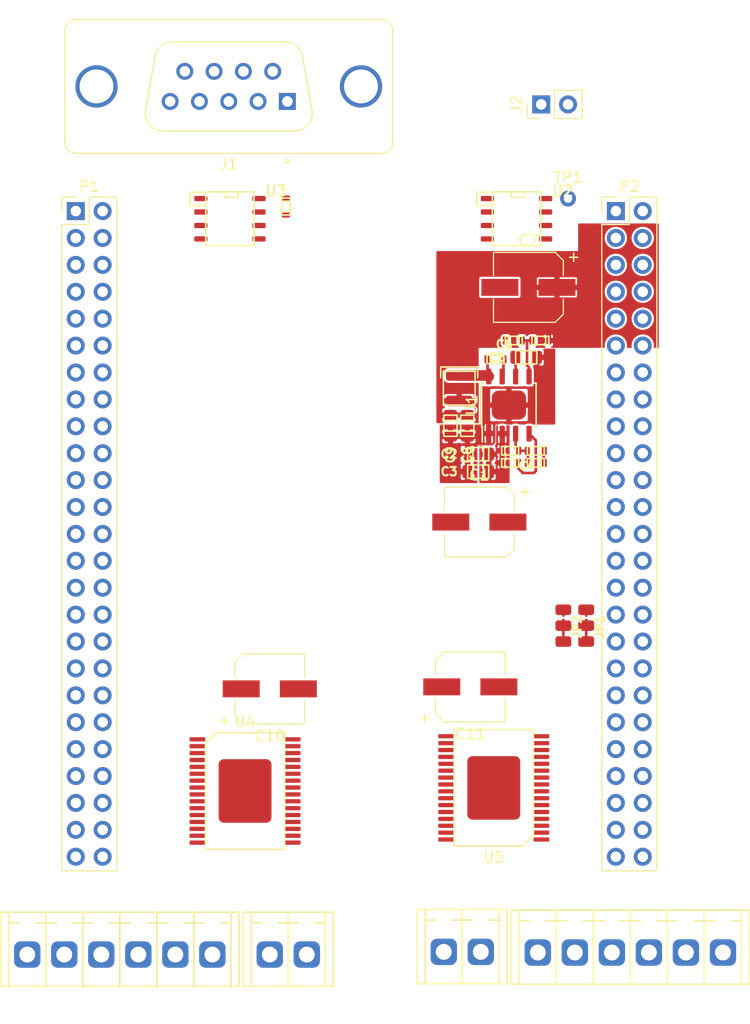
<source format=kicad_pcb>
(kicad_pcb (version 20171130) (host pcbnew "(5.1.0-14-gec24981cc)")

  (general
    (thickness 1.6)
    (drawings 0)
    (tracks 23)
    (zones 0)
    (modules 34)
    (nets 150)
  )

  (page A4)
  (layers
    (0 F.Cu signal)
    (31 B.Cu signal)
    (32 B.Adhes user)
    (33 F.Adhes user)
    (34 B.Paste user)
    (35 F.Paste user)
    (36 B.SilkS user)
    (37 F.SilkS user)
    (38 B.Mask user)
    (39 F.Mask user)
    (40 Dwgs.User user)
    (41 Cmts.User user)
    (42 Eco1.User user)
    (43 Eco2.User user)
    (44 Edge.Cuts user)
    (45 Margin user)
    (46 B.CrtYd user)
    (47 F.CrtYd user)
    (48 B.Fab user)
    (49 F.Fab user)
  )

  (setup
    (last_trace_width 0.25)
    (trace_clearance 0.2)
    (zone_clearance 0.15)
    (zone_45_only no)
    (trace_min 0.2)
    (via_size 0.8)
    (via_drill 0.4)
    (via_min_size 0.4)
    (via_min_drill 0.3)
    (uvia_size 0.3)
    (uvia_drill 0.1)
    (uvias_allowed no)
    (uvia_min_size 0.2)
    (uvia_min_drill 0.1)
    (edge_width 0.05)
    (segment_width 0.2)
    (pcb_text_width 0.3)
    (pcb_text_size 1.5 1.5)
    (mod_edge_width 0.12)
    (mod_text_size 1 1)
    (mod_text_width 0.15)
    (pad_size 1.524 1.524)
    (pad_drill 0.762)
    (pad_to_mask_clearance 0.051)
    (solder_mask_min_width 0.25)
    (aux_axis_origin 0 0)
    (visible_elements FFFFFF7F)
    (pcbplotparams
      (layerselection 0x010fc_ffffffff)
      (usegerberextensions false)
      (usegerberattributes false)
      (usegerberadvancedattributes false)
      (creategerberjobfile false)
      (excludeedgelayer true)
      (linewidth 0.100000)
      (plotframeref false)
      (viasonmask false)
      (mode 1)
      (useauxorigin false)
      (hpglpennumber 1)
      (hpglpenspeed 20)
      (hpglpendiameter 15.000000)
      (psnegative false)
      (psa4output false)
      (plotreference true)
      (plotvalue true)
      (plotinvisibletext false)
      (padsonsilk false)
      (subtractmaskfromsilk false)
      (outputformat 1)
      (mirror false)
      (drillshape 1)
      (scaleselection 1)
      (outputdirectory ""))
  )

  (net 0 "")
  (net 1 GND)
  (net 2 +3V3)
  (net 3 NRST)
  (net 4 PC1)
  (net 5 PC0)
  (net 6 PC3)
  (net 7 PC2)
  (net 8 PA1)
  (net 9 PA0)
  (net 10 PA3)
  (net 11 PA2)
  (net 12 PA5)
  (net 13 PA4)
  (net 14 PA7)
  (net 15 PA6)
  (net 16 PC5)
  (net 17 PC4)
  (net 18 PB1)
  (net 19 PB0)
  (net 20 PB2)
  (net 21 PE7)
  (net 22 PE8)
  (net 23 PE9)
  (net 24 PE10)
  (net 25 PE11)
  (net 26 PE12)
  (net 27 PE13)
  (net 28 PE14)
  (net 29 PE15)
  (net 30 PB10)
  (net 31 PB11)
  (net 32 PB12)
  (net 33 PB13)
  (net 34 PB14)
  (net 35 PB15)
  (net 36 PD8)
  (net 37 PD9)
  (net 38 PD10)
  (net 39 PD11)
  (net 40 PD12)
  (net 41 PD13)
  (net 42 PD14)
  (net 43 PD15)
  (net 44 "Net-(P1-Pad48)")
  (net 45 +5VP)
  (net 46 PH0)
  (net 47 PH1)
  (net 48 PC14)
  (net 49 PC15)
  (net 50 PE6)
  (net 51 PC13)
  (net 52 PE4)
  (net 53 PE5)
  (net 54 PE2)
  (net 55 PE3)
  (net 56 PB8)
  (net 57 PB9)
  (net 58 BOOT1)
  (net 59 PB6)
  (net 60 PB7)
  (net 61 PB4)
  (net 62 PB5)
  (net 63 PD7)
  (net 64 PB3)
  (net 65 PD5)
  (net 66 PD6)
  (net 67 PD3)
  (net 68 PD4)
  (net 69 PD1)
  (net 70 PD2)
  (net 71 PC12)
  (net 72 PD0)
  (net 73 PC10)
  (net 74 PC11)
  (net 75 PA14)
  (net 76 PA15)
  (net 77 PA10)
  (net 78 PA13)
  (net 79 PA8)
  (net 80 PA9)
  (net 81 PC8)
  (net 82 PC9)
  (net 83 PC6)
  (net 84 PC7)
  (net 85 "Net-(U3-Pad5)")
  (net 86 "Net-(U4-Pad30)")
  (net 87 "Net-(U4-Pad25)")
  (net 88 "Net-(U4-Pad24)")
  (net 89 "Net-(U4-Pad9)")
  (net 90 "Net-(U4-Pad8)")
  (net 91 "Net-(U4-Pad4)")
  (net 92 "Net-(U5-Pad32)")
  (net 93 "Net-(U5-Pad30)")
  (net 94 "Net-(U5-Pad25)")
  (net 95 "Net-(U5-Pad24)")
  (net 96 "Net-(U5-Pad9)")
  (net 97 "Net-(U5-Pad8)")
  (net 98 "Net-(U5-Pad4)")
  (net 99 VD)
  (net 100 +5V)
  (net 101 "Net-(TP1-Pad1)")
  (net 102 "Net-(J2-Pad1)")
  (net 103 LIN_RXD)
  (net 104 LIN_WAKE)
  (net 105 LIN_SLP)
  (net 106 LIN_TXD)
  (net 107 "Net-(R1-Pad1)")
  (net 108 "Net-(J1-Pad7)")
  (net 109 "Net-(J1-Pad2)")
  (net 110 CAN_RXD)
  (net 111 CAN_TXD)
  (net 112 PWM0)
  (net 113 HSDRV_CS)
  (net 114 HSDRV_DI)
  (net 115 HSDRV_SCLK)
  (net 116 HSDRV_EN)
  (net 117 PWM1)
  (net 118 PWM2)
  (net 119 PWM3)
  (net 120 "Net-(J1-Pad1)")
  (net 121 "Net-(J1-Pad4)")
  (net 122 "Net-(J1-Pad5)")
  (net 123 "Net-(J1-Pad8)")
  (net 124 +12V)
  (net 125 /psu/RON)
  (net 126 /psu/ULVO)
  (net 127 /psu/VCC)
  (net 128 /psu/SW)
  (net 129 /psu/BST)
  (net 130 /psu/VFB)
  (net 131 LIN_RX)
  (net 132 LIN_TX)
  (net 133 "Net-(J3-Pad1)")
  (net 134 "Net-(J3-Pad2)")
  (net 135 "Net-(J4-Pad1)")
  (net 136 "Net-(J4-Pad2)")
  (net 137 /HSDRV_DO)
  (net 138 "Net-(J5-Pad6)")
  (net 139 "Net-(J5-Pad5)")
  (net 140 "Net-(J5-Pad4)")
  (net 141 "Net-(J5-Pad3)")
  (net 142 "Net-(J5-Pad2)")
  (net 143 "Net-(J5-Pad1)")
  (net 144 "Net-(J6-Pad6)")
  (net 145 "Net-(J6-Pad5)")
  (net 146 "Net-(J6-Pad4)")
  (net 147 "Net-(J6-Pad3)")
  (net 148 "Net-(J6-Pad2)")
  (net 149 "Net-(J6-Pad1)")

  (net_class Default "Dies ist die voreingestellte Netzklasse."
    (clearance 0.2)
    (trace_width 0.25)
    (via_dia 0.8)
    (via_drill 0.4)
    (uvia_dia 0.3)
    (uvia_drill 0.1)
    (add_net +12V)
    (add_net +3V3)
    (add_net +5V)
    (add_net +5VP)
    (add_net /HSDRV_DO)
    (add_net /psu/BST)
    (add_net /psu/RON)
    (add_net /psu/SW)
    (add_net /psu/ULVO)
    (add_net /psu/VCC)
    (add_net /psu/VFB)
    (add_net BOOT1)
    (add_net CAN_RXD)
    (add_net CAN_TXD)
    (add_net GND)
    (add_net HSDRV_CS)
    (add_net HSDRV_DI)
    (add_net HSDRV_EN)
    (add_net HSDRV_SCLK)
    (add_net LIN_RX)
    (add_net LIN_RXD)
    (add_net LIN_SLP)
    (add_net LIN_TX)
    (add_net LIN_TXD)
    (add_net LIN_WAKE)
    (add_net NRST)
    (add_net "Net-(J1-Pad1)")
    (add_net "Net-(J1-Pad2)")
    (add_net "Net-(J1-Pad4)")
    (add_net "Net-(J1-Pad5)")
    (add_net "Net-(J1-Pad7)")
    (add_net "Net-(J1-Pad8)")
    (add_net "Net-(J2-Pad1)")
    (add_net "Net-(J3-Pad1)")
    (add_net "Net-(J3-Pad2)")
    (add_net "Net-(J4-Pad1)")
    (add_net "Net-(J4-Pad2)")
    (add_net "Net-(J5-Pad1)")
    (add_net "Net-(J5-Pad2)")
    (add_net "Net-(J5-Pad3)")
    (add_net "Net-(J5-Pad4)")
    (add_net "Net-(J5-Pad5)")
    (add_net "Net-(J5-Pad6)")
    (add_net "Net-(J6-Pad1)")
    (add_net "Net-(J6-Pad2)")
    (add_net "Net-(J6-Pad3)")
    (add_net "Net-(J6-Pad4)")
    (add_net "Net-(J6-Pad5)")
    (add_net "Net-(J6-Pad6)")
    (add_net "Net-(P1-Pad48)")
    (add_net "Net-(R1-Pad1)")
    (add_net "Net-(TP1-Pad1)")
    (add_net "Net-(U3-Pad5)")
    (add_net "Net-(U4-Pad24)")
    (add_net "Net-(U4-Pad25)")
    (add_net "Net-(U4-Pad30)")
    (add_net "Net-(U4-Pad4)")
    (add_net "Net-(U4-Pad8)")
    (add_net "Net-(U4-Pad9)")
    (add_net "Net-(U5-Pad24)")
    (add_net "Net-(U5-Pad25)")
    (add_net "Net-(U5-Pad30)")
    (add_net "Net-(U5-Pad32)")
    (add_net "Net-(U5-Pad4)")
    (add_net "Net-(U5-Pad8)")
    (add_net "Net-(U5-Pad9)")
    (add_net PA0)
    (add_net PA1)
    (add_net PA10)
    (add_net PA13)
    (add_net PA14)
    (add_net PA15)
    (add_net PA2)
    (add_net PA3)
    (add_net PA4)
    (add_net PA5)
    (add_net PA6)
    (add_net PA7)
    (add_net PA8)
    (add_net PA9)
    (add_net PB0)
    (add_net PB1)
    (add_net PB10)
    (add_net PB11)
    (add_net PB12)
    (add_net PB13)
    (add_net PB14)
    (add_net PB15)
    (add_net PB2)
    (add_net PB3)
    (add_net PB4)
    (add_net PB5)
    (add_net PB6)
    (add_net PB7)
    (add_net PB8)
    (add_net PB9)
    (add_net PC0)
    (add_net PC1)
    (add_net PC10)
    (add_net PC11)
    (add_net PC12)
    (add_net PC13)
    (add_net PC14)
    (add_net PC15)
    (add_net PC2)
    (add_net PC3)
    (add_net PC4)
    (add_net PC5)
    (add_net PC6)
    (add_net PC7)
    (add_net PC8)
    (add_net PC9)
    (add_net PD0)
    (add_net PD1)
    (add_net PD10)
    (add_net PD11)
    (add_net PD12)
    (add_net PD13)
    (add_net PD14)
    (add_net PD15)
    (add_net PD2)
    (add_net PD3)
    (add_net PD4)
    (add_net PD5)
    (add_net PD6)
    (add_net PD7)
    (add_net PD8)
    (add_net PD9)
    (add_net PE10)
    (add_net PE11)
    (add_net PE12)
    (add_net PE13)
    (add_net PE14)
    (add_net PE15)
    (add_net PE2)
    (add_net PE3)
    (add_net PE4)
    (add_net PE5)
    (add_net PE6)
    (add_net PE7)
    (add_net PE8)
    (add_net PE9)
    (add_net PH0)
    (add_net PH1)
    (add_net PWM0)
    (add_net PWM1)
    (add_net PWM2)
    (add_net PWM3)
    (add_net VD)
  )

  (module stmbl-kicad-lib:RM3.5_1x6_UP (layer F.Cu) (tedit 5C692749) (tstamp 5C8FFEE1)
    (at 173.6725 161.3535)
    (path /5C9B383F)
    (fp_text reference J6 (at 0 2.5) (layer F.SilkS) hide
      (effects (font (size 1.5 1.5) (thickness 0.3)))
    )
    (fp_text value Conn_01x06_Male (at 0 -2) (layer F.SilkS) hide
      (effects (font (size 1 1) (thickness 0.15)))
    )
    (fp_line (start 16.5 1.5) (end 16.5 4) (layer Margin) (width 0.15))
    (fp_line (start 18.5 1.5) (end 16.5 1.5) (layer Margin) (width 0.15))
    (fp_line (start 18.5 4) (end 18.5 1.5) (layer Margin) (width 0.15))
    (fp_line (start 16.5 4) (end 18.5 4) (layer Margin) (width 0.15))
    (fp_line (start 19.25 -3) (end 18.25 -3) (layer F.SilkS) (width 0.15))
    (fp_line (start 15.75 -3) (end 16.75 -3) (layer F.SilkS) (width 0.15))
    (fp_line (start 19.25 3) (end 19.25 -4) (layer F.SilkS) (width 0.15))
    (fp_line (start 15.75 3) (end 15.75 -4) (layer F.SilkS) (width 0.15))
    (fp_line (start 13 1.5) (end 13 4) (layer Margin) (width 0.15))
    (fp_line (start 15 1.5) (end 13 1.5) (layer Margin) (width 0.15))
    (fp_line (start 15 4) (end 15 1.5) (layer Margin) (width 0.15))
    (fp_line (start 13 4) (end 15 4) (layer Margin) (width 0.15))
    (fp_line (start 15.75 -3) (end 14.75 -3) (layer F.SilkS) (width 0.15))
    (fp_line (start 12.25 -3) (end 13.25 -3) (layer F.SilkS) (width 0.15))
    (fp_line (start 15.75 3) (end 15.75 -4) (layer F.SilkS) (width 0.15))
    (fp_line (start 12.25 3) (end 12.25 -4) (layer F.SilkS) (width 0.15))
    (fp_line (start 9.5 1.5) (end 9.5 4) (layer Margin) (width 0.15))
    (fp_line (start 11.5 1.5) (end 9.5 1.5) (layer Margin) (width 0.15))
    (fp_line (start 11.5 4) (end 11.5 1.5) (layer Margin) (width 0.15))
    (fp_line (start 9.5 4) (end 11.5 4) (layer Margin) (width 0.15))
    (fp_line (start 12.25 -3) (end 11.25 -3) (layer F.SilkS) (width 0.15))
    (fp_line (start 8.75 -3) (end 9.75 -3) (layer F.SilkS) (width 0.15))
    (fp_line (start 12.25 3) (end 12.25 -4) (layer F.SilkS) (width 0.15))
    (fp_line (start 8.75 3) (end 8.75 -4) (layer F.SilkS) (width 0.15))
    (fp_line (start 6 1.5) (end 6 4) (layer Margin) (width 0.15))
    (fp_line (start 8 1.5) (end 6 1.5) (layer Margin) (width 0.15))
    (fp_line (start 8 4) (end 8 1.5) (layer Margin) (width 0.15))
    (fp_line (start 6 4) (end 8 4) (layer Margin) (width 0.15))
    (fp_line (start 8.75 -3) (end 7.75 -3) (layer F.SilkS) (width 0.15))
    (fp_line (start 5.25 -3) (end 6.25 -3) (layer F.SilkS) (width 0.15))
    (fp_line (start 8.75 3) (end 8.75 -4) (layer F.SilkS) (width 0.15))
    (fp_line (start 5.25 3) (end 5.25 -4) (layer F.SilkS) (width 0.15))
    (fp_line (start 2.5 1.5) (end 2.5 4) (layer Margin) (width 0.15))
    (fp_line (start 4.5 1.5) (end 2.5 1.5) (layer Margin) (width 0.15))
    (fp_line (start 4.5 4) (end 4.5 1.5) (layer Margin) (width 0.15))
    (fp_line (start 2.5 4) (end 4.5 4) (layer Margin) (width 0.15))
    (fp_line (start 5.25 -3) (end 4.25 -3) (layer F.SilkS) (width 0.15))
    (fp_line (start 1.75 -3) (end 2.75 -3) (layer F.SilkS) (width 0.15))
    (fp_line (start 5.25 3) (end 5.25 -4) (layer F.SilkS) (width 0.15))
    (fp_line (start 1.75 3) (end 1.75 -4) (layer F.SilkS) (width 0.15))
    (fp_line (start -1 1.5) (end -1 4) (layer Margin) (width 0.15))
    (fp_line (start 1 1.5) (end -1 1.5) (layer Margin) (width 0.15))
    (fp_line (start 1 4) (end 1 1.5) (layer Margin) (width 0.15))
    (fp_line (start -1 4) (end 1 4) (layer Margin) (width 0.15))
    (fp_line (start 1.75 -3) (end 0.75 -3) (layer F.SilkS) (width 0.15))
    (fp_line (start -1.75 -3) (end -0.75 -3) (layer F.SilkS) (width 0.15))
    (fp_line (start 1.75 3) (end 1.75 -4) (layer F.SilkS) (width 0.15))
    (fp_line (start -1.75 3) (end -1.75 -4) (layer F.SilkS) (width 0.15))
    (fp_line (start -1.75 -5) (end -1.75 6.5) (layer Margin) (width 0.15))
    (fp_line (start 19.25 -5) (end -1.75 -5) (layer Margin) (width 0.15))
    (fp_line (start 19.25 6.5) (end 19.25 -5) (layer Margin) (width 0.15))
    (fp_line (start -1.75 6.5) (end 19.25 6.5) (layer Margin) (width 0.15))
    (fp_line (start -2.5 -4) (end -2.5 3) (layer F.SilkS) (width 0.15))
    (fp_line (start 20 -4) (end -2.5 -4) (layer F.SilkS) (width 0.15))
    (fp_line (start 20 3) (end 20 -4) (layer F.SilkS) (width 0.15))
    (fp_line (start -2.5 3) (end 20 3) (layer F.SilkS) (width 0.15))
    (pad 6 smd roundrect (at 17.5 0) (size 2.5 2.5) (layers B.Cu B.Mask) (roundrect_rratio 0.25)
      (net 144 "Net-(J6-Pad6)"))
    (pad 6 thru_hole circle (at 17.5 0) (size 1.8 1.8) (drill 1.5) (layers *.Cu *.Mask)
      (net 144 "Net-(J6-Pad6)"))
    (pad 5 smd roundrect (at 14 0) (size 2.5 2.5) (layers B.Cu B.Mask) (roundrect_rratio 0.25)
      (net 145 "Net-(J6-Pad5)"))
    (pad 5 thru_hole circle (at 14 0) (size 1.8 1.8) (drill 1.5) (layers *.Cu *.Mask)
      (net 145 "Net-(J6-Pad5)"))
    (pad 4 smd roundrect (at 10.5 0) (size 2.5 2.5) (layers B.Cu B.Mask) (roundrect_rratio 0.25)
      (net 146 "Net-(J6-Pad4)"))
    (pad 4 thru_hole circle (at 10.5 0) (size 1.8 1.8) (drill 1.5) (layers *.Cu *.Mask)
      (net 146 "Net-(J6-Pad4)"))
    (pad 3 smd roundrect (at 7 0) (size 2.5 2.5) (layers B.Cu B.Mask) (roundrect_rratio 0.25)
      (net 147 "Net-(J6-Pad3)"))
    (pad 3 thru_hole circle (at 7 0) (size 1.8 1.8) (drill 1.5) (layers *.Cu *.Mask)
      (net 147 "Net-(J6-Pad3)"))
    (pad 2 smd roundrect (at 3.5 0) (size 2.5 2.5) (layers B.Cu B.Mask) (roundrect_rratio 0.25)
      (net 148 "Net-(J6-Pad2)"))
    (pad 2 thru_hole circle (at 3.5 0) (size 1.8 1.8) (drill 1.5) (layers *.Cu *.Mask)
      (net 148 "Net-(J6-Pad2)"))
    (pad 1 smd roundrect (at 0 0) (size 2.5 2.5) (layers B.Cu B.Mask) (roundrect_rratio 0.25)
      (net 149 "Net-(J6-Pad1)"))
    (pad 1 thru_hole circle (at 0 0) (size 1.8 1.8) (drill 1.5) (layers *.Cu *.Mask)
      (net 149 "Net-(J6-Pad1)"))
  )

  (module stmbl-kicad-lib:RM3.5_1x6_UP (layer F.Cu) (tedit 5C692749) (tstamp 5C8FFE99)
    (at 125.4125 161.544)
    (path /5C99F589)
    (fp_text reference J5 (at 0 2.5) (layer F.SilkS) hide
      (effects (font (size 1.5 1.5) (thickness 0.3)))
    )
    (fp_text value Conn_01x06_Male (at 0 -2) (layer F.SilkS) hide
      (effects (font (size 1 1) (thickness 0.15)))
    )
    (fp_line (start 16.5 1.5) (end 16.5 4) (layer Margin) (width 0.15))
    (fp_line (start 18.5 1.5) (end 16.5 1.5) (layer Margin) (width 0.15))
    (fp_line (start 18.5 4) (end 18.5 1.5) (layer Margin) (width 0.15))
    (fp_line (start 16.5 4) (end 18.5 4) (layer Margin) (width 0.15))
    (fp_line (start 19.25 -3) (end 18.25 -3) (layer F.SilkS) (width 0.15))
    (fp_line (start 15.75 -3) (end 16.75 -3) (layer F.SilkS) (width 0.15))
    (fp_line (start 19.25 3) (end 19.25 -4) (layer F.SilkS) (width 0.15))
    (fp_line (start 15.75 3) (end 15.75 -4) (layer F.SilkS) (width 0.15))
    (fp_line (start 13 1.5) (end 13 4) (layer Margin) (width 0.15))
    (fp_line (start 15 1.5) (end 13 1.5) (layer Margin) (width 0.15))
    (fp_line (start 15 4) (end 15 1.5) (layer Margin) (width 0.15))
    (fp_line (start 13 4) (end 15 4) (layer Margin) (width 0.15))
    (fp_line (start 15.75 -3) (end 14.75 -3) (layer F.SilkS) (width 0.15))
    (fp_line (start 12.25 -3) (end 13.25 -3) (layer F.SilkS) (width 0.15))
    (fp_line (start 15.75 3) (end 15.75 -4) (layer F.SilkS) (width 0.15))
    (fp_line (start 12.25 3) (end 12.25 -4) (layer F.SilkS) (width 0.15))
    (fp_line (start 9.5 1.5) (end 9.5 4) (layer Margin) (width 0.15))
    (fp_line (start 11.5 1.5) (end 9.5 1.5) (layer Margin) (width 0.15))
    (fp_line (start 11.5 4) (end 11.5 1.5) (layer Margin) (width 0.15))
    (fp_line (start 9.5 4) (end 11.5 4) (layer Margin) (width 0.15))
    (fp_line (start 12.25 -3) (end 11.25 -3) (layer F.SilkS) (width 0.15))
    (fp_line (start 8.75 -3) (end 9.75 -3) (layer F.SilkS) (width 0.15))
    (fp_line (start 12.25 3) (end 12.25 -4) (layer F.SilkS) (width 0.15))
    (fp_line (start 8.75 3) (end 8.75 -4) (layer F.SilkS) (width 0.15))
    (fp_line (start 6 1.5) (end 6 4) (layer Margin) (width 0.15))
    (fp_line (start 8 1.5) (end 6 1.5) (layer Margin) (width 0.15))
    (fp_line (start 8 4) (end 8 1.5) (layer Margin) (width 0.15))
    (fp_line (start 6 4) (end 8 4) (layer Margin) (width 0.15))
    (fp_line (start 8.75 -3) (end 7.75 -3) (layer F.SilkS) (width 0.15))
    (fp_line (start 5.25 -3) (end 6.25 -3) (layer F.SilkS) (width 0.15))
    (fp_line (start 8.75 3) (end 8.75 -4) (layer F.SilkS) (width 0.15))
    (fp_line (start 5.25 3) (end 5.25 -4) (layer F.SilkS) (width 0.15))
    (fp_line (start 2.5 1.5) (end 2.5 4) (layer Margin) (width 0.15))
    (fp_line (start 4.5 1.5) (end 2.5 1.5) (layer Margin) (width 0.15))
    (fp_line (start 4.5 4) (end 4.5 1.5) (layer Margin) (width 0.15))
    (fp_line (start 2.5 4) (end 4.5 4) (layer Margin) (width 0.15))
    (fp_line (start 5.25 -3) (end 4.25 -3) (layer F.SilkS) (width 0.15))
    (fp_line (start 1.75 -3) (end 2.75 -3) (layer F.SilkS) (width 0.15))
    (fp_line (start 5.25 3) (end 5.25 -4) (layer F.SilkS) (width 0.15))
    (fp_line (start 1.75 3) (end 1.75 -4) (layer F.SilkS) (width 0.15))
    (fp_line (start -1 1.5) (end -1 4) (layer Margin) (width 0.15))
    (fp_line (start 1 1.5) (end -1 1.5) (layer Margin) (width 0.15))
    (fp_line (start 1 4) (end 1 1.5) (layer Margin) (width 0.15))
    (fp_line (start -1 4) (end 1 4) (layer Margin) (width 0.15))
    (fp_line (start 1.75 -3) (end 0.75 -3) (layer F.SilkS) (width 0.15))
    (fp_line (start -1.75 -3) (end -0.75 -3) (layer F.SilkS) (width 0.15))
    (fp_line (start 1.75 3) (end 1.75 -4) (layer F.SilkS) (width 0.15))
    (fp_line (start -1.75 3) (end -1.75 -4) (layer F.SilkS) (width 0.15))
    (fp_line (start -1.75 -5) (end -1.75 6.5) (layer Margin) (width 0.15))
    (fp_line (start 19.25 -5) (end -1.75 -5) (layer Margin) (width 0.15))
    (fp_line (start 19.25 6.5) (end 19.25 -5) (layer Margin) (width 0.15))
    (fp_line (start -1.75 6.5) (end 19.25 6.5) (layer Margin) (width 0.15))
    (fp_line (start -2.5 -4) (end -2.5 3) (layer F.SilkS) (width 0.15))
    (fp_line (start 20 -4) (end -2.5 -4) (layer F.SilkS) (width 0.15))
    (fp_line (start 20 3) (end 20 -4) (layer F.SilkS) (width 0.15))
    (fp_line (start -2.5 3) (end 20 3) (layer F.SilkS) (width 0.15))
    (pad 6 smd roundrect (at 17.5 0) (size 2.5 2.5) (layers B.Cu B.Mask) (roundrect_rratio 0.25)
      (net 138 "Net-(J5-Pad6)"))
    (pad 6 thru_hole circle (at 17.5 0) (size 1.8 1.8) (drill 1.5) (layers *.Cu *.Mask)
      (net 138 "Net-(J5-Pad6)"))
    (pad 5 smd roundrect (at 14 0) (size 2.5 2.5) (layers B.Cu B.Mask) (roundrect_rratio 0.25)
      (net 139 "Net-(J5-Pad5)"))
    (pad 5 thru_hole circle (at 14 0) (size 1.8 1.8) (drill 1.5) (layers *.Cu *.Mask)
      (net 139 "Net-(J5-Pad5)"))
    (pad 4 smd roundrect (at 10.5 0) (size 2.5 2.5) (layers B.Cu B.Mask) (roundrect_rratio 0.25)
      (net 140 "Net-(J5-Pad4)"))
    (pad 4 thru_hole circle (at 10.5 0) (size 1.8 1.8) (drill 1.5) (layers *.Cu *.Mask)
      (net 140 "Net-(J5-Pad4)"))
    (pad 3 smd roundrect (at 7 0) (size 2.5 2.5) (layers B.Cu B.Mask) (roundrect_rratio 0.25)
      (net 141 "Net-(J5-Pad3)"))
    (pad 3 thru_hole circle (at 7 0) (size 1.8 1.8) (drill 1.5) (layers *.Cu *.Mask)
      (net 141 "Net-(J5-Pad3)"))
    (pad 2 smd roundrect (at 3.5 0) (size 2.5 2.5) (layers B.Cu B.Mask) (roundrect_rratio 0.25)
      (net 142 "Net-(J5-Pad2)"))
    (pad 2 thru_hole circle (at 3.5 0) (size 1.8 1.8) (drill 1.5) (layers *.Cu *.Mask)
      (net 142 "Net-(J5-Pad2)"))
    (pad 1 smd roundrect (at 0 0) (size 2.5 2.5) (layers B.Cu B.Mask) (roundrect_rratio 0.25)
      (net 143 "Net-(J5-Pad1)"))
    (pad 1 thru_hole circle (at 0 0) (size 1.8 1.8) (drill 1.5) (layers *.Cu *.Mask)
      (net 143 "Net-(J5-Pad1)"))
  )

  (module Capacitors_SMD:CP_Elec_6.3x7.7 (layer F.Cu) (tedit 58AA8B76) (tstamp 5C8FEF95)
    (at 167.295 136.271)
    (descr "SMT capacitor, aluminium electrolytic, 6.3x7.7")
    (path /5C918DC5/5C980A7A)
    (attr smd)
    (fp_text reference C11 (at 0 4.43) (layer F.SilkS)
      (effects (font (size 1 1) (thickness 0.15)))
    )
    (fp_text value 20µ (at 0 -4.43) (layer F.Fab)
      (effects (font (size 1 1) (thickness 0.15)))
    )
    (fp_circle (center 0 0) (end 0.5 3) (layer F.Fab) (width 0.1))
    (fp_text user + (at -1.73 -0.08) (layer F.Fab)
      (effects (font (size 1 1) (thickness 0.15)))
    )
    (fp_text user + (at -4.28 2.91) (layer F.SilkS)
      (effects (font (size 1 1) (thickness 0.15)))
    )
    (fp_text user %R (at 0 4.43) (layer F.Fab)
      (effects (font (size 1 1) (thickness 0.15)))
    )
    (fp_line (start 3.15 3.15) (end 3.15 -3.15) (layer F.Fab) (width 0.1))
    (fp_line (start -2.48 3.15) (end 3.15 3.15) (layer F.Fab) (width 0.1))
    (fp_line (start -3.15 2.48) (end -2.48 3.15) (layer F.Fab) (width 0.1))
    (fp_line (start -3.15 -2.48) (end -3.15 2.48) (layer F.Fab) (width 0.1))
    (fp_line (start -2.48 -3.15) (end -3.15 -2.48) (layer F.Fab) (width 0.1))
    (fp_line (start 3.15 -3.15) (end -2.48 -3.15) (layer F.Fab) (width 0.1))
    (fp_line (start -3.3 2.54) (end -3.3 1.12) (layer F.SilkS) (width 0.12))
    (fp_line (start 3.3 3.3) (end 3.3 1.12) (layer F.SilkS) (width 0.12))
    (fp_line (start 3.3 -3.3) (end 3.3 -1.12) (layer F.SilkS) (width 0.12))
    (fp_line (start -3.3 -2.54) (end -3.3 -1.12) (layer F.SilkS) (width 0.12))
    (fp_line (start 3.3 3.3) (end -2.54 3.3) (layer F.SilkS) (width 0.12))
    (fp_line (start -2.54 3.3) (end -3.3 2.54) (layer F.SilkS) (width 0.12))
    (fp_line (start -3.3 -2.54) (end -2.54 -3.3) (layer F.SilkS) (width 0.12))
    (fp_line (start -2.54 -3.3) (end 3.3 -3.3) (layer F.SilkS) (width 0.12))
    (fp_line (start -4.7 -3.4) (end 4.7 -3.4) (layer F.CrtYd) (width 0.05))
    (fp_line (start -4.7 -3.4) (end -4.7 3.4) (layer F.CrtYd) (width 0.05))
    (fp_line (start 4.7 3.4) (end 4.7 -3.4) (layer F.CrtYd) (width 0.05))
    (fp_line (start 4.7 3.4) (end -4.7 3.4) (layer F.CrtYd) (width 0.05))
    (pad 1 smd rect (at -2.7 0 180) (size 3.5 1.6) (layers F.Cu F.Paste F.Mask)
      (net 99 VD))
    (pad 2 smd rect (at 2.7 0 180) (size 3.5 1.6) (layers F.Cu F.Paste F.Mask)
      (net 1 GND))
    (model Capacitors_SMD.3dshapes/CP_Elec_6.3x7.7.wrl
      (at (xyz 0 0 0))
      (scale (xyz 1 1 1))
      (rotate (xyz 0 0 180))
    )
  )

  (module Capacitors_SMD:CP_Elec_6.3x7.7 (layer F.Cu) (tedit 58AA8B76) (tstamp 5C8FEF79)
    (at 148.336 136.4615)
    (descr "SMT capacitor, aluminium electrolytic, 6.3x7.7")
    (path /5C918DC5/5C9805D5)
    (attr smd)
    (fp_text reference C10 (at 0 4.43) (layer F.SilkS)
      (effects (font (size 1 1) (thickness 0.15)))
    )
    (fp_text value 20µ (at 0 -4.43) (layer F.Fab)
      (effects (font (size 1 1) (thickness 0.15)))
    )
    (fp_circle (center 0 0) (end 0.5 3) (layer F.Fab) (width 0.1))
    (fp_text user + (at -1.73 -0.08) (layer F.Fab)
      (effects (font (size 1 1) (thickness 0.15)))
    )
    (fp_text user + (at -4.28 2.91) (layer F.SilkS)
      (effects (font (size 1 1) (thickness 0.15)))
    )
    (fp_text user %R (at 0 4.43) (layer F.Fab)
      (effects (font (size 1 1) (thickness 0.15)))
    )
    (fp_line (start 3.15 3.15) (end 3.15 -3.15) (layer F.Fab) (width 0.1))
    (fp_line (start -2.48 3.15) (end 3.15 3.15) (layer F.Fab) (width 0.1))
    (fp_line (start -3.15 2.48) (end -2.48 3.15) (layer F.Fab) (width 0.1))
    (fp_line (start -3.15 -2.48) (end -3.15 2.48) (layer F.Fab) (width 0.1))
    (fp_line (start -2.48 -3.15) (end -3.15 -2.48) (layer F.Fab) (width 0.1))
    (fp_line (start 3.15 -3.15) (end -2.48 -3.15) (layer F.Fab) (width 0.1))
    (fp_line (start -3.3 2.54) (end -3.3 1.12) (layer F.SilkS) (width 0.12))
    (fp_line (start 3.3 3.3) (end 3.3 1.12) (layer F.SilkS) (width 0.12))
    (fp_line (start 3.3 -3.3) (end 3.3 -1.12) (layer F.SilkS) (width 0.12))
    (fp_line (start -3.3 -2.54) (end -3.3 -1.12) (layer F.SilkS) (width 0.12))
    (fp_line (start 3.3 3.3) (end -2.54 3.3) (layer F.SilkS) (width 0.12))
    (fp_line (start -2.54 3.3) (end -3.3 2.54) (layer F.SilkS) (width 0.12))
    (fp_line (start -3.3 -2.54) (end -2.54 -3.3) (layer F.SilkS) (width 0.12))
    (fp_line (start -2.54 -3.3) (end 3.3 -3.3) (layer F.SilkS) (width 0.12))
    (fp_line (start -4.7 -3.4) (end 4.7 -3.4) (layer F.CrtYd) (width 0.05))
    (fp_line (start -4.7 -3.4) (end -4.7 3.4) (layer F.CrtYd) (width 0.05))
    (fp_line (start 4.7 3.4) (end 4.7 -3.4) (layer F.CrtYd) (width 0.05))
    (fp_line (start 4.7 3.4) (end -4.7 3.4) (layer F.CrtYd) (width 0.05))
    (pad 1 smd rect (at -2.7 0 180) (size 3.5 1.6) (layers F.Cu F.Paste F.Mask)
      (net 99 VD))
    (pad 2 smd rect (at 2.7 0 180) (size 3.5 1.6) (layers F.Cu F.Paste F.Mask)
      (net 1 GND))
    (model Capacitors_SMD.3dshapes/CP_Elec_6.3x7.7.wrl
      (at (xyz 0 0 0))
      (scale (xyz 1 1 1))
      (rotate (xyz 0 0 180))
    )
  )

  (module stmbl-kicad-lib:RM3.5_1x2_UP (layer F.Cu) (tedit 5C692749) (tstamp 5C8FD768)
    (at 164.7825 161.29)
    (path /5C96EB9D)
    (fp_text reference J4 (at 0 2.5) (layer F.SilkS) hide
      (effects (font (size 1.5 1.5) (thickness 0.3)))
    )
    (fp_text value Conn_01x02_Male (at 0 -2) (layer F.SilkS) hide
      (effects (font (size 1 1) (thickness 0.15)))
    )
    (fp_line (start 2.5 1.5) (end 2.5 4) (layer Margin) (width 0.15))
    (fp_line (start 4.5 1.5) (end 2.5 1.5) (layer Margin) (width 0.15))
    (fp_line (start 4.5 4) (end 4.5 1.5) (layer Margin) (width 0.15))
    (fp_line (start 2.5 4) (end 4.5 4) (layer Margin) (width 0.15))
    (fp_line (start 5.25 -3) (end 4.25 -3) (layer F.SilkS) (width 0.15))
    (fp_line (start 1.75 -3) (end 2.75 -3) (layer F.SilkS) (width 0.15))
    (fp_line (start 5.25 3) (end 5.25 -4) (layer F.SilkS) (width 0.15))
    (fp_line (start 1.75 3) (end 1.75 -4) (layer F.SilkS) (width 0.15))
    (fp_line (start -1 1.5) (end -1 4) (layer Margin) (width 0.15))
    (fp_line (start 1 1.5) (end -1 1.5) (layer Margin) (width 0.15))
    (fp_line (start 1 4) (end 1 1.5) (layer Margin) (width 0.15))
    (fp_line (start -1 4) (end 1 4) (layer Margin) (width 0.15))
    (fp_line (start 1.75 -3) (end 0.75 -3) (layer F.SilkS) (width 0.15))
    (fp_line (start -1.75 -3) (end -0.75 -3) (layer F.SilkS) (width 0.15))
    (fp_line (start 1.75 3) (end 1.75 -4) (layer F.SilkS) (width 0.15))
    (fp_line (start -1.75 3) (end -1.75 -4) (layer F.SilkS) (width 0.15))
    (fp_line (start -1.75 -5) (end -1.75 6.5) (layer Margin) (width 0.15))
    (fp_line (start 5.25 -5) (end -1.75 -5) (layer Margin) (width 0.15))
    (fp_line (start 5.25 6.5) (end 5.25 -5) (layer Margin) (width 0.15))
    (fp_line (start -1.75 6.5) (end 5.25 6.5) (layer Margin) (width 0.15))
    (fp_line (start -2.5 -4) (end -2.5 3) (layer F.SilkS) (width 0.15))
    (fp_line (start 6 -4) (end -2.5 -4) (layer F.SilkS) (width 0.15))
    (fp_line (start 6 3) (end 6 -4) (layer F.SilkS) (width 0.15))
    (fp_line (start -2.5 3) (end 6 3) (layer F.SilkS) (width 0.15))
    (pad 2 smd roundrect (at 3.5 0) (size 2.5 2.5) (layers B.Cu B.Mask) (roundrect_rratio 0.25)
      (net 136 "Net-(J4-Pad2)"))
    (pad 2 thru_hole circle (at 3.5 0) (size 1.8 1.8) (drill 1.5) (layers *.Cu *.Mask)
      (net 136 "Net-(J4-Pad2)"))
    (pad 1 smd roundrect (at 0 0) (size 2.5 2.5) (layers B.Cu B.Mask) (roundrect_rratio 0.25)
      (net 135 "Net-(J4-Pad1)"))
    (pad 1 thru_hole circle (at 0 0) (size 1.8 1.8) (drill 1.5) (layers *.Cu *.Mask)
      (net 135 "Net-(J4-Pad1)"))
  )

  (module stmbl-kicad-lib:RM3.5_1x2_UP (layer F.Cu) (tedit 5C692749) (tstamp 5C8FD748)
    (at 148.336 161.544)
    (path /5C968561)
    (fp_text reference J3 (at 0 2.5) (layer F.SilkS) hide
      (effects (font (size 1.5 1.5) (thickness 0.3)))
    )
    (fp_text value Conn_01x02_Male (at 0 -2) (layer F.SilkS) hide
      (effects (font (size 1 1) (thickness 0.15)))
    )
    (fp_line (start 2.5 1.5) (end 2.5 4) (layer Margin) (width 0.15))
    (fp_line (start 4.5 1.5) (end 2.5 1.5) (layer Margin) (width 0.15))
    (fp_line (start 4.5 4) (end 4.5 1.5) (layer Margin) (width 0.15))
    (fp_line (start 2.5 4) (end 4.5 4) (layer Margin) (width 0.15))
    (fp_line (start 5.25 -3) (end 4.25 -3) (layer F.SilkS) (width 0.15))
    (fp_line (start 1.75 -3) (end 2.75 -3) (layer F.SilkS) (width 0.15))
    (fp_line (start 5.25 3) (end 5.25 -4) (layer F.SilkS) (width 0.15))
    (fp_line (start 1.75 3) (end 1.75 -4) (layer F.SilkS) (width 0.15))
    (fp_line (start -1 1.5) (end -1 4) (layer Margin) (width 0.15))
    (fp_line (start 1 1.5) (end -1 1.5) (layer Margin) (width 0.15))
    (fp_line (start 1 4) (end 1 1.5) (layer Margin) (width 0.15))
    (fp_line (start -1 4) (end 1 4) (layer Margin) (width 0.15))
    (fp_line (start 1.75 -3) (end 0.75 -3) (layer F.SilkS) (width 0.15))
    (fp_line (start -1.75 -3) (end -0.75 -3) (layer F.SilkS) (width 0.15))
    (fp_line (start 1.75 3) (end 1.75 -4) (layer F.SilkS) (width 0.15))
    (fp_line (start -1.75 3) (end -1.75 -4) (layer F.SilkS) (width 0.15))
    (fp_line (start -1.75 -5) (end -1.75 6.5) (layer Margin) (width 0.15))
    (fp_line (start 5.25 -5) (end -1.75 -5) (layer Margin) (width 0.15))
    (fp_line (start 5.25 6.5) (end 5.25 -5) (layer Margin) (width 0.15))
    (fp_line (start -1.75 6.5) (end 5.25 6.5) (layer Margin) (width 0.15))
    (fp_line (start -2.5 -4) (end -2.5 3) (layer F.SilkS) (width 0.15))
    (fp_line (start 6 -4) (end -2.5 -4) (layer F.SilkS) (width 0.15))
    (fp_line (start 6 3) (end 6 -4) (layer F.SilkS) (width 0.15))
    (fp_line (start -2.5 3) (end 6 3) (layer F.SilkS) (width 0.15))
    (pad 2 smd roundrect (at 3.5 0) (size 2.5 2.5) (layers B.Cu B.Mask) (roundrect_rratio 0.25)
      (net 134 "Net-(J3-Pad2)"))
    (pad 2 thru_hole circle (at 3.5 0) (size 1.8 1.8) (drill 1.5) (layers *.Cu *.Mask)
      (net 134 "Net-(J3-Pad2)"))
    (pad 1 smd roundrect (at 0 0) (size 2.5 2.5) (layers B.Cu B.Mask) (roundrect_rratio 0.25)
      (net 133 "Net-(J3-Pad1)"))
    (pad 1 thru_hole circle (at 0 0) (size 1.8 1.8) (drill 1.5) (layers *.Cu *.Mask)
      (net 133 "Net-(J3-Pad1)"))
  )

  (module stmbl-kicad-lib:SOLDER_JUMPER_3_NC (layer F.Cu) (tedit 5B28FC99) (tstamp 5C8FAC28)
    (at 176.0855 130.4925 90)
    (path /5C9EC0CA/5C949A52)
    (attr virtual)
    (fp_text reference JP2 (at -0.114 1.29 90) (layer F.SilkS)
      (effects (font (size 0.8 0.8) (thickness 0.2)))
    )
    (fp_text value SolderJumper_3_Bridged12 (at 0 -2 90) (layer F.Fab)
      (effects (font (size 1 1) (thickness 0.15)))
    )
    (fp_line (start 1.5 0) (end 0.95 0) (layer F.Cu) (width 0.25))
    (fp_line (start 0 0) (end 0.55 0) (layer F.Cu) (width 0.25))
    (fp_line (start -1.5 0) (end 0 0) (layer F.Mask) (width 0.45))
    (fp_line (start -1.5 0) (end 0 0) (layer F.Cu) (width 0.25))
    (fp_line (start 0 0) (end 1.5 0) (layer F.Mask) (width 0.45))
    (pad 3 smd roundrect (at 1.5 0 90) (size 1 1.5) (layers F.Cu F.Mask) (roundrect_rratio 0.25)
      (net 59 PB6))
    (pad 2 smd roundrect (at 0 0 90) (size 1 1.5) (layers F.Cu F.Mask) (roundrect_rratio 0.25)
      (net 111 CAN_TXD))
    (pad 1 smd roundrect (at -1.5 0 90) (size 1 1.5) (layers F.Cu F.Mask) (roundrect_rratio 0.25)
      (net 69 PD1))
  )

  (module stmbl-kicad-lib:SOLDER_JUMPER_3_NC (layer F.Cu) (tedit 5B28FC99) (tstamp 5C8FAC21)
    (at 178.2445 130.4925 90)
    (path /5C9EC0CA/5C933169)
    (attr virtual)
    (fp_text reference JP1 (at -0.114 1.29 90) (layer F.SilkS)
      (effects (font (size 0.8 0.8) (thickness 0.2)))
    )
    (fp_text value SolderJumper_3_Bridged12 (at 0 -2 90) (layer F.Fab)
      (effects (font (size 1 1) (thickness 0.15)))
    )
    (fp_line (start 1.5 0) (end 0.95 0) (layer F.Cu) (width 0.25))
    (fp_line (start 0 0) (end 0.55 0) (layer F.Cu) (width 0.25))
    (fp_line (start -1.5 0) (end 0 0) (layer F.Mask) (width 0.45))
    (fp_line (start -1.5 0) (end 0 0) (layer F.Cu) (width 0.25))
    (fp_line (start 0 0) (end 1.5 0) (layer F.Mask) (width 0.45))
    (pad 3 smd roundrect (at 1.5 0 90) (size 1 1.5) (layers F.Cu F.Mask) (roundrect_rratio 0.25)
      (net 62 PB5))
    (pad 2 smd roundrect (at 0 0 90) (size 1 1.5) (layers F.Cu F.Mask) (roundrect_rratio 0.25)
      (net 110 CAN_RXD))
    (pad 1 smd roundrect (at -1.5 0 90) (size 1 1.5) (layers F.Cu F.Mask) (roundrect_rratio 0.25)
      (net 72 PD0))
  )

  (module stmbl-kicad-lib:SO8_PowerPAD (layer F.Cu) (tedit 5C33C5D2) (tstamp 5C8EA594)
    (at 170.942 109.6645 90)
    (descr "8-pin HTSOP package with 1.27mm pin pitch, compatible with SOIC-8, 3.9x4.9mm² body, exposed pad, thermal vias with large copper area, as proposed in http://www.ti.com/lit/ds/symlink/tps5430.pdf")
    (tags "HTSOP 1.27")
    (path /5C918DC5/5C91A99D)
    (attr smd)
    (fp_text reference U1 (at 0 -3.5 90) (layer F.SilkS)
      (effects (font (size 1 1) (thickness 0.15)))
    )
    (fp_text value LM5017MR (at 0 3.5 90) (layer F.Fab)
      (effects (font (size 1 1) (thickness 0.15)))
    )
    (fp_text user %R (at 0 0 90) (layer F.Fab)
      (effects (font (size 0.9 0.9) (thickness 0.135)))
    )
    (fp_line (start -0.95 -2.45) (end 1.95 -2.45) (layer F.Fab) (width 0.15))
    (fp_line (start 1.95 -2.45) (end 1.95 2.45) (layer F.Fab) (width 0.15))
    (fp_line (start 1.95 2.45) (end -1.95 2.45) (layer F.Fab) (width 0.15))
    (fp_line (start -1.95 2.45) (end -1.95 -1.45) (layer F.Fab) (width 0.15))
    (fp_line (start -1.95 -1.45) (end -0.95 -2.45) (layer F.Fab) (width 0.15))
    (fp_line (start -3.75 -2.75) (end -3.75 2.75) (layer F.CrtYd) (width 0.05))
    (fp_line (start 3.75 -2.75) (end 3.75 2.75) (layer F.CrtYd) (width 0.05))
    (fp_line (start -3.75 -2.75) (end 3.75 -2.75) (layer F.CrtYd) (width 0.05))
    (fp_line (start -3.75 2.75) (end 3.75 2.75) (layer F.CrtYd) (width 0.05))
    (fp_line (start -2.075 -2.575) (end -2.075 -2.525) (layer F.SilkS) (width 0.15))
    (fp_line (start 2.075 -2.575) (end 2.075 -2.43) (layer F.SilkS) (width 0.15))
    (fp_line (start 2.075 2.575) (end 2.075 2.43) (layer F.SilkS) (width 0.15))
    (fp_line (start -2.075 2.575) (end -2.075 2.43) (layer F.SilkS) (width 0.15))
    (fp_line (start -2.075 -2.575) (end 2.075 -2.575) (layer F.SilkS) (width 0.15))
    (fp_line (start -2.075 2.575) (end 2.075 2.575) (layer F.SilkS) (width 0.15))
    (fp_line (start -2.075 -2.525) (end -3.475 -2.525) (layer F.SilkS) (width 0.15))
    (pad 9 smd roundrect (at 0 0 90) (size 2.75 3.25) (layers F.Cu F.Paste F.Mask) (roundrect_rratio 0.25)
      (net 1 GND))
    (pad 1 smd roundrect (at -2.7 -1.905 90) (size 1.5 0.5) (layers F.Cu F.Paste F.Mask) (roundrect_rratio 0.25)
      (net 1 GND))
    (pad 2 smd roundrect (at -2.7 -0.635 90) (size 1.5 0.5) (layers F.Cu F.Paste F.Mask) (roundrect_rratio 0.25)
      (net 99 VD))
    (pad 3 smd roundrect (at -2.7 0.635 90) (size 1.5 0.5) (layers F.Cu F.Paste F.Mask) (roundrect_rratio 0.25)
      (net 126 /psu/ULVO))
    (pad 4 smd roundrect (at -2.7 1.905 90) (size 1.5 0.5) (layers F.Cu F.Paste F.Mask) (roundrect_rratio 0.25)
      (net 125 /psu/RON))
    (pad 5 smd roundrect (at 2.7 1.905 90) (size 1.5 0.5) (layers F.Cu F.Paste F.Mask) (roundrect_rratio 0.25)
      (net 130 /psu/VFB))
    (pad 6 smd roundrect (at 2.7 0.635 90) (size 1.5 0.5) (layers F.Cu F.Paste F.Mask) (roundrect_rratio 0.25)
      (net 127 /psu/VCC))
    (pad 7 smd roundrect (at 2.7 -0.635 90) (size 1.5 0.5) (layers F.Cu F.Paste F.Mask) (roundrect_rratio 0.25)
      (net 129 /psu/BST))
    (pad 8 smd roundrect (at 2.7 -1.905 90) (size 1.5 0.5) (layers F.Cu F.Paste F.Mask) (roundrect_rratio 0.25)
      (net 128 /psu/SW))
    (model ${KISYS3DMOD}/Housings_SOIC.3dshapes/HTSOP-8-1EP_3.9x4.9mm_Pitch1.27mm.wrl
      (at (xyz 0 0 0))
      (scale (xyz 1 1 1))
      (rotate (xyz 0 0 0))
    )
  )

  (module stmbl:R_0603 (layer F.Cu) (tedit 5AC562FC) (tstamp 5C8F46C4)
    (at 171.398501 103.5685 180)
    (descr "Resistor SMD 0603, reflow soldering, Vishay (see dcrcw.pdf)")
    (tags "resistor 0603")
    (path /5C918DC5/5C8F6428)
    (attr smd)
    (fp_text reference R6 (at -3.248 0.04 180) (layer F.SilkS) hide
      (effects (font (size 0.8 0.8) (thickness 0.2)))
    )
    (fp_text value 1k (at 0 1.4 180) (layer F.Fab)
      (effects (font (size 1 1) (thickness 0.15)))
    )
    (fp_line (start 0.5 -0.4) (end 0.5 0.4) (layer F.SilkS) (width 0.15))
    (fp_line (start -0.5 -0.4) (end -0.5 0.4) (layer F.SilkS) (width 0.15))
    (fp_line (start 0.8 -0.4) (end -0.8 -0.4) (layer F.SilkS) (width 0.15))
    (fp_line (start 0.8 0.4) (end 0.8 -0.4) (layer F.SilkS) (width 0.15))
    (fp_line (start -0.8 0.4) (end 0.8 0.4) (layer F.SilkS) (width 0.15))
    (fp_line (start -0.8 -0.4) (end -0.8 0.4) (layer F.SilkS) (width 0.15))
    (fp_line (start -1.3 -0.6) (end 1.3 -0.6) (layer F.CrtYd) (width 0.05))
    (fp_line (start -1.3 0.6) (end 1.3 0.6) (layer F.CrtYd) (width 0.05))
    (fp_line (start -1.3 -0.6) (end -1.3 0.6) (layer F.CrtYd) (width 0.05))
    (fp_line (start 1.3 -0.6) (end 1.3 0.6) (layer F.CrtYd) (width 0.05))
    (pad 2 smd roundrect (at 0.75 0 180) (size 0.59 0.8) (layers F.Cu F.Paste F.Mask) (roundrect_rratio 0.25)
      (net 1 GND) (solder_mask_margin 0.1))
    (pad 1 smd roundrect (at -0.75 0 180) (size 0.59 0.8) (layers F.Cu F.Paste F.Mask) (roundrect_rratio 0.25)
      (net 130 /psu/VFB) (solder_mask_margin 0.1))
    (model Resistors_SMD.3dshapes/R_0603.wrl
      (at (xyz 0 0 0))
      (scale (xyz 1 1 1))
      (rotate (xyz 0 0 0))
    )
  )

  (module stmbl:R_0603 (layer F.Cu) (tedit 5AC562FC) (tstamp 5C8F46B4)
    (at 173.9145 103.5685 180)
    (descr "Resistor SMD 0603, reflow soldering, Vishay (see dcrcw.pdf)")
    (tags "resistor 0603")
    (path /5C918DC5/5C8F6422)
    (attr smd)
    (fp_text reference R5 (at -3.248 0.04 180) (layer F.SilkS) hide
      (effects (font (size 0.8 0.8) (thickness 0.2)))
    )
    (fp_text value 3.09k (at 0 1.4 180) (layer F.Fab)
      (effects (font (size 1 1) (thickness 0.15)))
    )
    (fp_line (start 0.5 -0.4) (end 0.5 0.4) (layer F.SilkS) (width 0.15))
    (fp_line (start -0.5 -0.4) (end -0.5 0.4) (layer F.SilkS) (width 0.15))
    (fp_line (start 0.8 -0.4) (end -0.8 -0.4) (layer F.SilkS) (width 0.15))
    (fp_line (start 0.8 0.4) (end 0.8 -0.4) (layer F.SilkS) (width 0.15))
    (fp_line (start -0.8 0.4) (end 0.8 0.4) (layer F.SilkS) (width 0.15))
    (fp_line (start -0.8 -0.4) (end -0.8 0.4) (layer F.SilkS) (width 0.15))
    (fp_line (start -1.3 -0.6) (end 1.3 -0.6) (layer F.CrtYd) (width 0.05))
    (fp_line (start -1.3 0.6) (end 1.3 0.6) (layer F.CrtYd) (width 0.05))
    (fp_line (start -1.3 -0.6) (end -1.3 0.6) (layer F.CrtYd) (width 0.05))
    (fp_line (start 1.3 -0.6) (end 1.3 0.6) (layer F.CrtYd) (width 0.05))
    (pad 2 smd roundrect (at 0.75 0 180) (size 0.59 0.8) (layers F.Cu F.Paste F.Mask) (roundrect_rratio 0.25)
      (net 130 /psu/VFB) (solder_mask_margin 0.1))
    (pad 1 smd roundrect (at -0.75 0 180) (size 0.59 0.8) (layers F.Cu F.Paste F.Mask) (roundrect_rratio 0.25)
      (net 100 +5V) (solder_mask_margin 0.1))
    (model Resistors_SMD.3dshapes/R_0603.wrl
      (at (xyz 0 0 0))
      (scale (xyz 1 1 1))
      (rotate (xyz 0 0 0))
    )
  )

  (module stmbl:R_0603 (layer F.Cu) (tedit 5AC562FC) (tstamp 5C8F46A4)
    (at 171.057 115.1255 180)
    (descr "Resistor SMD 0603, reflow soldering, Vishay (see dcrcw.pdf)")
    (tags "resistor 0603")
    (path /5C918DC5/5C8F64BE)
    (attr smd)
    (fp_text reference R4 (at -3.248 0.04 180) (layer F.SilkS) hide
      (effects (font (size 0.8 0.8) (thickness 0.2)))
    )
    (fp_text value 100k (at 0 1.4 180) (layer F.Fab)
      (effects (font (size 1 1) (thickness 0.15)))
    )
    (fp_line (start 0.5 -0.4) (end 0.5 0.4) (layer F.SilkS) (width 0.15))
    (fp_line (start -0.5 -0.4) (end -0.5 0.4) (layer F.SilkS) (width 0.15))
    (fp_line (start 0.8 -0.4) (end -0.8 -0.4) (layer F.SilkS) (width 0.15))
    (fp_line (start 0.8 0.4) (end 0.8 -0.4) (layer F.SilkS) (width 0.15))
    (fp_line (start -0.8 0.4) (end 0.8 0.4) (layer F.SilkS) (width 0.15))
    (fp_line (start -0.8 -0.4) (end -0.8 0.4) (layer F.SilkS) (width 0.15))
    (fp_line (start -1.3 -0.6) (end 1.3 -0.6) (layer F.CrtYd) (width 0.05))
    (fp_line (start -1.3 0.6) (end 1.3 0.6) (layer F.CrtYd) (width 0.05))
    (fp_line (start -1.3 -0.6) (end -1.3 0.6) (layer F.CrtYd) (width 0.05))
    (fp_line (start 1.3 -0.6) (end 1.3 0.6) (layer F.CrtYd) (width 0.05))
    (pad 2 smd roundrect (at 0.75 0 180) (size 0.59 0.8) (layers F.Cu F.Paste F.Mask) (roundrect_rratio 0.25)
      (net 99 VD) (solder_mask_margin 0.1))
    (pad 1 smd roundrect (at -0.75 0 180) (size 0.59 0.8) (layers F.Cu F.Paste F.Mask) (roundrect_rratio 0.25)
      (net 125 /psu/RON) (solder_mask_margin 0.1))
    (model Resistors_SMD.3dshapes/R_0603.wrl
      (at (xyz 0 0 0))
      (scale (xyz 1 1 1))
      (rotate (xyz 0 0 0))
    )
  )

  (module stmbl:R_0603 (layer F.Cu) (tedit 5AC562FC) (tstamp 5C8F4694)
    (at 173.482 115.1255)
    (descr "Resistor SMD 0603, reflow soldering, Vishay (see dcrcw.pdf)")
    (tags "resistor 0603")
    (path /5C918DC5/5C8F64CB)
    (attr smd)
    (fp_text reference R3 (at -3.248 0.04) (layer F.SilkS) hide
      (effects (font (size 0.8 0.8) (thickness 0.2)))
    )
    (fp_text value 25k (at 0 1.4) (layer F.Fab)
      (effects (font (size 1 1) (thickness 0.15)))
    )
    (fp_line (start 0.5 -0.4) (end 0.5 0.4) (layer F.SilkS) (width 0.15))
    (fp_line (start -0.5 -0.4) (end -0.5 0.4) (layer F.SilkS) (width 0.15))
    (fp_line (start 0.8 -0.4) (end -0.8 -0.4) (layer F.SilkS) (width 0.15))
    (fp_line (start 0.8 0.4) (end 0.8 -0.4) (layer F.SilkS) (width 0.15))
    (fp_line (start -0.8 0.4) (end 0.8 0.4) (layer F.SilkS) (width 0.15))
    (fp_line (start -0.8 -0.4) (end -0.8 0.4) (layer F.SilkS) (width 0.15))
    (fp_line (start -1.3 -0.6) (end 1.3 -0.6) (layer F.CrtYd) (width 0.05))
    (fp_line (start -1.3 0.6) (end 1.3 0.6) (layer F.CrtYd) (width 0.05))
    (fp_line (start -1.3 -0.6) (end -1.3 0.6) (layer F.CrtYd) (width 0.05))
    (fp_line (start 1.3 -0.6) (end 1.3 0.6) (layer F.CrtYd) (width 0.05))
    (pad 2 smd roundrect (at 0.75 0) (size 0.59 0.8) (layers F.Cu F.Paste F.Mask) (roundrect_rratio 0.25)
      (net 1 GND) (solder_mask_margin 0.1))
    (pad 1 smd roundrect (at -0.75 0) (size 0.59 0.8) (layers F.Cu F.Paste F.Mask) (roundrect_rratio 0.25)
      (net 126 /psu/ULVO) (solder_mask_margin 0.1))
    (model Resistors_SMD.3dshapes/R_0603.wrl
      (at (xyz 0 0 0))
      (scale (xyz 1 1 1))
      (rotate (xyz 0 0 0))
    )
  )

  (module stmbl:R_0603 (layer F.Cu) (tedit 5AC562FC) (tstamp 5C8F4684)
    (at 171.057 113.9825)
    (descr "Resistor SMD 0603, reflow soldering, Vishay (see dcrcw.pdf)")
    (tags "resistor 0603")
    (path /5C918DC5/5C8F64C5)
    (attr smd)
    (fp_text reference R2 (at -3.248 0.04) (layer F.SilkS) hide
      (effects (font (size 0.8 0.8) (thickness 0.2)))
    )
    (fp_text value 127k (at 0 1.4) (layer F.Fab)
      (effects (font (size 1 1) (thickness 0.15)))
    )
    (fp_line (start 0.5 -0.4) (end 0.5 0.4) (layer F.SilkS) (width 0.15))
    (fp_line (start -0.5 -0.4) (end -0.5 0.4) (layer F.SilkS) (width 0.15))
    (fp_line (start 0.8 -0.4) (end -0.8 -0.4) (layer F.SilkS) (width 0.15))
    (fp_line (start 0.8 0.4) (end 0.8 -0.4) (layer F.SilkS) (width 0.15))
    (fp_line (start -0.8 0.4) (end 0.8 0.4) (layer F.SilkS) (width 0.15))
    (fp_line (start -0.8 -0.4) (end -0.8 0.4) (layer F.SilkS) (width 0.15))
    (fp_line (start -1.3 -0.6) (end 1.3 -0.6) (layer F.CrtYd) (width 0.05))
    (fp_line (start -1.3 0.6) (end 1.3 0.6) (layer F.CrtYd) (width 0.05))
    (fp_line (start -1.3 -0.6) (end -1.3 0.6) (layer F.CrtYd) (width 0.05))
    (fp_line (start 1.3 -0.6) (end 1.3 0.6) (layer F.CrtYd) (width 0.05))
    (pad 2 smd roundrect (at 0.75 0) (size 0.59 0.8) (layers F.Cu F.Paste F.Mask) (roundrect_rratio 0.25)
      (net 126 /psu/ULVO) (solder_mask_margin 0.1))
    (pad 1 smd roundrect (at -0.75 0) (size 0.59 0.8) (layers F.Cu F.Paste F.Mask) (roundrect_rratio 0.25)
      (net 99 VD) (solder_mask_margin 0.1))
    (model Resistors_SMD.3dshapes/R_0603.wrl
      (at (xyz 0 0 0))
      (scale (xyz 1 1 1))
      (rotate (xyz 0 0 0))
    )
  )

  (module stmbl:SMD_INDUCTOR_32x25 (layer F.Cu) (tedit 5AC5683C) (tstamp 5C8F453A)
    (at 166.243 108.0705 270)
    (path /5C918DC5/5C8F641C)
    (attr smd)
    (fp_text reference L1 (at -2.57 -0.712 270) (layer F.SilkS) hide
      (effects (font (size 0.8 0.8) (thickness 0.2)))
    )
    (fp_text value "22µ 650mA" (at 0 -2.5 270) (layer F.Fab)
      (effects (font (size 1 1) (thickness 0.15)))
    )
    (fp_line (start -1.6 1.5) (end 1.6 1.5) (layer F.SilkS) (width 0.15))
    (fp_line (start 1.6 1.5) (end 1.6 -1.5) (layer F.SilkS) (width 0.15))
    (fp_line (start 1.6 -1.5) (end -1.6 -1.5) (layer F.SilkS) (width 0.15))
    (fp_line (start -1.6 -1.5) (end -1.6 1.5) (layer F.SilkS) (width 0.15))
    (fp_line (start -1 -1.75) (end -2 -1.75) (layer F.SilkS) (width 0.15))
    (fp_line (start -2 -1.75) (end -2 1.75) (layer F.SilkS) (width 0.15))
    (fp_line (start -2 1.75) (end -1 1.75) (layer F.SilkS) (width 0.15))
    (pad 1 smd roundrect (at -1.2 0) (size 2.5 1) (layers F.Cu F.Paste F.Mask) (roundrect_rratio 0.25)
      (net 128 /psu/SW))
    (pad 2 smd roundrect (at 1.2 0) (size 2.5 1) (layers F.Cu F.Paste F.Mask) (roundrect_rratio 0.25)
      (net 100 +5V))
    (model ${KIPRJMOD}/../lib/stmbl.pretty/LQH32PN_sw.wrl
      (at (xyz 0 0 0))
      (scale (xyz 393.7 393.7 393.7))
      (rotate (xyz 0 0 0))
    )
  )

  (module stmbl:C_0805 (layer F.Cu) (tedit 5B441358) (tstamp 5C8F4467)
    (at 165.4175 111.617 270)
    (descr "Capacitor SMD 0805, reflow soldering, AVX (see smccp.pdf)")
    (tags "capacitor 0805")
    (path /5C918DC5/5C8F6434)
    (attr smd)
    (fp_text reference C9 (at 2.75 0 270) (layer F.SilkS)
      (effects (font (size 0.8 0.8) (thickness 0.2)))
    )
    (fp_text value 10µ (at 0 1.6 270) (layer F.Fab)
      (effects (font (size 1 1) (thickness 0.15)))
    )
    (fp_line (start 1.7 -0.8) (end 1.7 0.8) (layer F.CrtYd) (width 0.05))
    (fp_line (start -1.7 -0.8) (end -1.7 0.8) (layer F.CrtYd) (width 0.05))
    (fp_line (start -1.7 0.8) (end 1.7 0.8) (layer F.CrtYd) (width 0.05))
    (fp_line (start -1.7 -0.8) (end 1.7 -0.8) (layer F.CrtYd) (width 0.05))
    (fp_line (start -1 -0.625) (end -1 0.625) (layer F.SilkS) (width 0.15))
    (fp_line (start -1 0.625) (end 1 0.625) (layer F.SilkS) (width 0.15))
    (fp_line (start 1 0.625) (end 1 -0.625) (layer F.SilkS) (width 0.15))
    (fp_line (start 1 -0.625) (end -1 -0.625) (layer F.SilkS) (width 0.15))
    (fp_line (start -0.5 -0.625) (end -0.5 0.625) (layer F.SilkS) (width 0.15))
    (fp_line (start 0.5 -0.625) (end 0.5 0.625) (layer F.SilkS) (width 0.15))
    (pad 1 smd roundrect (at -1 0 270) (size 1 1.25) (layers F.Cu F.Paste F.Mask) (roundrect_rratio 0.25)
      (net 100 +5V) (solder_mask_margin 0.1))
    (pad 2 smd roundrect (at 1 0 270) (size 1 1.25) (layers F.Cu F.Paste F.Mask) (roundrect_rratio 0.25)
      (net 1 GND) (solder_mask_margin 0.1))
    (model Capacitors_SMD.3dshapes/C_0805.wrl
      (at (xyz 0 0 0))
      (scale (xyz 1 1 1))
      (rotate (xyz 0 0 0))
    )
  )

  (module stmbl:C_0805 (layer F.Cu) (tedit 5B441358) (tstamp 5C8F4457)
    (at 167.005 111.617 270)
    (descr "Capacitor SMD 0805, reflow soldering, AVX (see smccp.pdf)")
    (tags "capacitor 0805")
    (path /5C918DC5/5C8F642E)
    (attr smd)
    (fp_text reference C8 (at 2.75 0 270) (layer F.SilkS)
      (effects (font (size 0.8 0.8) (thickness 0.2)))
    )
    (fp_text value 10µ (at 0 1.6 270) (layer F.Fab)
      (effects (font (size 1 1) (thickness 0.15)))
    )
    (fp_line (start 1.7 -0.8) (end 1.7 0.8) (layer F.CrtYd) (width 0.05))
    (fp_line (start -1.7 -0.8) (end -1.7 0.8) (layer F.CrtYd) (width 0.05))
    (fp_line (start -1.7 0.8) (end 1.7 0.8) (layer F.CrtYd) (width 0.05))
    (fp_line (start -1.7 -0.8) (end 1.7 -0.8) (layer F.CrtYd) (width 0.05))
    (fp_line (start -1 -0.625) (end -1 0.625) (layer F.SilkS) (width 0.15))
    (fp_line (start -1 0.625) (end 1 0.625) (layer F.SilkS) (width 0.15))
    (fp_line (start 1 0.625) (end 1 -0.625) (layer F.SilkS) (width 0.15))
    (fp_line (start 1 -0.625) (end -1 -0.625) (layer F.SilkS) (width 0.15))
    (fp_line (start -0.5 -0.625) (end -0.5 0.625) (layer F.SilkS) (width 0.15))
    (fp_line (start 0.5 -0.625) (end 0.5 0.625) (layer F.SilkS) (width 0.15))
    (pad 1 smd roundrect (at -1 0 270) (size 1 1.25) (layers F.Cu F.Paste F.Mask) (roundrect_rratio 0.25)
      (net 100 +5V) (solder_mask_margin 0.1))
    (pad 2 smd roundrect (at 1 0 270) (size 1 1.25) (layers F.Cu F.Paste F.Mask) (roundrect_rratio 0.25)
      (net 1 GND) (solder_mask_margin 0.1))
    (model Capacitors_SMD.3dshapes/C_0805.wrl
      (at (xyz 0 0 0))
      (scale (xyz 1 1 1))
      (rotate (xyz 0 0 0))
    )
  )

  (module stmbl:C_0603 (layer F.Cu) (tedit 5AC56310) (tstamp 5C8F4411)
    (at 169.672 105.3465 180)
    (descr "Capacitor SMD 0603, reflow soldering, AVX (see smccp.pdf)")
    (tags "capacitor 0603")
    (path /5C918DC5/5C8F6412)
    (attr smd)
    (fp_text reference C6 (at -0.834 1.416 180) (layer F.SilkS)
      (effects (font (size 0.8 0.8) (thickness 0.2)))
    )
    (fp_text value 10n (at 0 1.4 180) (layer F.Fab)
      (effects (font (size 1 1) (thickness 0.15)))
    )
    (fp_line (start 0.5 -0.4) (end 0.5 0.4) (layer F.SilkS) (width 0.15))
    (fp_line (start -0.5 -0.4) (end -0.5 0.4) (layer F.SilkS) (width 0.15))
    (fp_line (start 0.8 -0.4) (end -0.8 -0.4) (layer F.SilkS) (width 0.15))
    (fp_line (start 0.8 0.4) (end 0.8 -0.4) (layer F.SilkS) (width 0.15))
    (fp_line (start -0.8 0.4) (end 0.8 0.4) (layer F.SilkS) (width 0.15))
    (fp_line (start -0.8 -0.4) (end -0.8 0.4) (layer F.SilkS) (width 0.15))
    (fp_line (start -1.3 -0.6) (end 1.3 -0.6) (layer F.CrtYd) (width 0.05))
    (fp_line (start -1.3 0.6) (end 1.3 0.6) (layer F.CrtYd) (width 0.05))
    (fp_line (start -1.3 -0.6) (end -1.3 0.6) (layer F.CrtYd) (width 0.05))
    (fp_line (start 1.3 -0.6) (end 1.3 0.6) (layer F.CrtYd) (width 0.05))
    (pad 2 smd roundrect (at 0.75 0 180) (size 0.59 0.8) (layers F.Cu F.Paste F.Mask) (roundrect_rratio 0.25)
      (net 128 /psu/SW))
    (pad 1 smd roundrect (at -0.75 0 180) (size 0.59 0.8) (layers F.Cu F.Paste F.Mask) (roundrect_rratio 0.25)
      (net 129 /psu/BST))
    (model Capacitors_SMD.3dshapes/C_0603.wrl
      (at (xyz 0 0 0))
      (scale (xyz 1 1 1))
      (rotate (xyz 0 0 0))
    )
  )

  (module stmbl:C_0805 (layer F.Cu) (tedit 5B441358) (tstamp 5C8F4401)
    (at 172.577 105.156 180)
    (descr "Capacitor SMD 0805, reflow soldering, AVX (see smccp.pdf)")
    (tags "capacitor 0805")
    (path /5C918DC5/5C8F64FB)
    (attr smd)
    (fp_text reference C5 (at 2.75 0 180) (layer F.SilkS)
      (effects (font (size 0.8 0.8) (thickness 0.2)))
    )
    (fp_text value 1µ (at 0 1.6 180) (layer F.Fab)
      (effects (font (size 1 1) (thickness 0.15)))
    )
    (fp_line (start 1.7 -0.8) (end 1.7 0.8) (layer F.CrtYd) (width 0.05))
    (fp_line (start -1.7 -0.8) (end -1.7 0.8) (layer F.CrtYd) (width 0.05))
    (fp_line (start -1.7 0.8) (end 1.7 0.8) (layer F.CrtYd) (width 0.05))
    (fp_line (start -1.7 -0.8) (end 1.7 -0.8) (layer F.CrtYd) (width 0.05))
    (fp_line (start -1 -0.625) (end -1 0.625) (layer F.SilkS) (width 0.15))
    (fp_line (start -1 0.625) (end 1 0.625) (layer F.SilkS) (width 0.15))
    (fp_line (start 1 0.625) (end 1 -0.625) (layer F.SilkS) (width 0.15))
    (fp_line (start 1 -0.625) (end -1 -0.625) (layer F.SilkS) (width 0.15))
    (fp_line (start -0.5 -0.625) (end -0.5 0.625) (layer F.SilkS) (width 0.15))
    (fp_line (start 0.5 -0.625) (end 0.5 0.625) (layer F.SilkS) (width 0.15))
    (pad 1 smd roundrect (at -1 0 180) (size 1 1.25) (layers F.Cu F.Paste F.Mask) (roundrect_rratio 0.25)
      (net 1 GND) (solder_mask_margin 0.1))
    (pad 2 smd roundrect (at 1 0 180) (size 1 1.25) (layers F.Cu F.Paste F.Mask) (roundrect_rratio 0.25)
      (net 127 /psu/VCC) (solder_mask_margin 0.1))
    (model Capacitors_SMD.3dshapes/C_0805.wrl
      (at (xyz 0 0 0))
      (scale (xyz 1 1 1))
      (rotate (xyz 0 0 0))
    )
  )

  (module stmbl:C_0603 (layer F.Cu) (tedit 5AC56310) (tstamp 5C8F43F1)
    (at 173.482 113.9825)
    (descr "Capacitor SMD 0603, reflow soldering, AVX (see smccp.pdf)")
    (tags "capacitor 0603")
    (path /5C918DC5/5C8F64DC)
    (attr smd)
    (fp_text reference C4 (at -0.834 1.416) (layer F.SilkS)
      (effects (font (size 0.8 0.8) (thickness 0.2)))
    )
    (fp_text value 100n (at 0 1.4) (layer F.Fab)
      (effects (font (size 1 1) (thickness 0.15)))
    )
    (fp_line (start 0.5 -0.4) (end 0.5 0.4) (layer F.SilkS) (width 0.15))
    (fp_line (start -0.5 -0.4) (end -0.5 0.4) (layer F.SilkS) (width 0.15))
    (fp_line (start 0.8 -0.4) (end -0.8 -0.4) (layer F.SilkS) (width 0.15))
    (fp_line (start 0.8 0.4) (end 0.8 -0.4) (layer F.SilkS) (width 0.15))
    (fp_line (start -0.8 0.4) (end 0.8 0.4) (layer F.SilkS) (width 0.15))
    (fp_line (start -0.8 -0.4) (end -0.8 0.4) (layer F.SilkS) (width 0.15))
    (fp_line (start -1.3 -0.6) (end 1.3 -0.6) (layer F.CrtYd) (width 0.05))
    (fp_line (start -1.3 0.6) (end 1.3 0.6) (layer F.CrtYd) (width 0.05))
    (fp_line (start -1.3 -0.6) (end -1.3 0.6) (layer F.CrtYd) (width 0.05))
    (fp_line (start 1.3 -0.6) (end 1.3 0.6) (layer F.CrtYd) (width 0.05))
    (pad 2 smd roundrect (at 0.75 0) (size 0.59 0.8) (layers F.Cu F.Paste F.Mask) (roundrect_rratio 0.25)
      (net 1 GND))
    (pad 1 smd roundrect (at -0.75 0) (size 0.59 0.8) (layers F.Cu F.Paste F.Mask) (roundrect_rratio 0.25)
      (net 126 /psu/ULVO))
    (model Capacitors_SMD.3dshapes/C_0603.wrl
      (at (xyz 0 0 0))
      (scale (xyz 1 1 1))
      (rotate (xyz 0 0 0))
    )
  )

  (module stmbl:C_0805 (layer F.Cu) (tedit 5B441358) (tstamp 5C8F43E1)
    (at 168.037 115.951 180)
    (descr "Capacitor SMD 0805, reflow soldering, AVX (see smccp.pdf)")
    (tags "capacitor 0805")
    (path /5C918DC5/5C8F640C)
    (attr smd)
    (fp_text reference C3 (at 2.75 0 180) (layer F.SilkS)
      (effects (font (size 0.8 0.8) (thickness 0.2)))
    )
    (fp_text value 220n (at 0 1.6 180) (layer F.Fab)
      (effects (font (size 1 1) (thickness 0.15)))
    )
    (fp_line (start 1.7 -0.8) (end 1.7 0.8) (layer F.CrtYd) (width 0.05))
    (fp_line (start -1.7 -0.8) (end -1.7 0.8) (layer F.CrtYd) (width 0.05))
    (fp_line (start -1.7 0.8) (end 1.7 0.8) (layer F.CrtYd) (width 0.05))
    (fp_line (start -1.7 -0.8) (end 1.7 -0.8) (layer F.CrtYd) (width 0.05))
    (fp_line (start -1 -0.625) (end -1 0.625) (layer F.SilkS) (width 0.15))
    (fp_line (start -1 0.625) (end 1 0.625) (layer F.SilkS) (width 0.15))
    (fp_line (start 1 0.625) (end 1 -0.625) (layer F.SilkS) (width 0.15))
    (fp_line (start 1 -0.625) (end -1 -0.625) (layer F.SilkS) (width 0.15))
    (fp_line (start -0.5 -0.625) (end -0.5 0.625) (layer F.SilkS) (width 0.15))
    (fp_line (start 0.5 -0.625) (end 0.5 0.625) (layer F.SilkS) (width 0.15))
    (pad 1 smd roundrect (at -1 0 180) (size 1 1.25) (layers F.Cu F.Paste F.Mask) (roundrect_rratio 0.25)
      (net 99 VD) (solder_mask_margin 0.1))
    (pad 2 smd roundrect (at 1 0 180) (size 1 1.25) (layers F.Cu F.Paste F.Mask) (roundrect_rratio 0.25)
      (net 1 GND) (solder_mask_margin 0.1))
    (model Capacitors_SMD.3dshapes/C_0805.wrl
      (at (xyz 0 0 0))
      (scale (xyz 1 1 1))
      (rotate (xyz 0 0 0))
    )
  )

  (module stmbl:C_0805 (layer F.Cu) (tedit 5B441358) (tstamp 5C8F43D1)
    (at 168.037 114.3 180)
    (descr "Capacitor SMD 0805, reflow soldering, AVX (see smccp.pdf)")
    (tags "capacitor 0805")
    (path /5C918DC5/5C8F6480)
    (attr smd)
    (fp_text reference C2 (at 2.75 0 180) (layer F.SilkS)
      (effects (font (size 0.8 0.8) (thickness 0.2)))
    )
    (fp_text value 100n (at 0 1.6 180) (layer F.Fab)
      (effects (font (size 1 1) (thickness 0.15)))
    )
    (fp_line (start 1.7 -0.8) (end 1.7 0.8) (layer F.CrtYd) (width 0.05))
    (fp_line (start -1.7 -0.8) (end -1.7 0.8) (layer F.CrtYd) (width 0.05))
    (fp_line (start -1.7 0.8) (end 1.7 0.8) (layer F.CrtYd) (width 0.05))
    (fp_line (start -1.7 -0.8) (end 1.7 -0.8) (layer F.CrtYd) (width 0.05))
    (fp_line (start -1 -0.625) (end -1 0.625) (layer F.SilkS) (width 0.15))
    (fp_line (start -1 0.625) (end 1 0.625) (layer F.SilkS) (width 0.15))
    (fp_line (start 1 0.625) (end 1 -0.625) (layer F.SilkS) (width 0.15))
    (fp_line (start 1 -0.625) (end -1 -0.625) (layer F.SilkS) (width 0.15))
    (fp_line (start -0.5 -0.625) (end -0.5 0.625) (layer F.SilkS) (width 0.15))
    (fp_line (start 0.5 -0.625) (end 0.5 0.625) (layer F.SilkS) (width 0.15))
    (pad 1 smd roundrect (at -1 0 180) (size 1 1.25) (layers F.Cu F.Paste F.Mask) (roundrect_rratio 0.25)
      (net 99 VD) (solder_mask_margin 0.1))
    (pad 2 smd roundrect (at 1 0 180) (size 1 1.25) (layers F.Cu F.Paste F.Mask) (roundrect_rratio 0.25)
      (net 1 GND) (solder_mask_margin 0.1))
    (model Capacitors_SMD.3dshapes/C_0805.wrl
      (at (xyz 0 0 0))
      (scale (xyz 1 1 1))
      (rotate (xyz 0 0 0))
    )
  )

  (module Measurement_Points:Measurement_Point_Round-TH_Small (layer F.Cu) (tedit 56C35F63) (tstamp 5C8EAE72)
    (at 176.53 90.17)
    (descr "Mesurement Point, Square, Trough Hole,  DM 1.5mm, Drill 0.8mm,")
    (tags "Mesurement Point Round Trough Hole 1.5mm Drill 0.8mm")
    (path /5C906D12)
    (attr virtual)
    (fp_text reference TP1 (at 0 -2) (layer F.SilkS)
      (effects (font (size 1 1) (thickness 0.15)))
    )
    (fp_text value TestPoint (at 0 2) (layer F.Fab)
      (effects (font (size 1 1) (thickness 0.15)))
    )
    (fp_circle (center 0 0) (end 1 0) (layer F.CrtYd) (width 0.05))
    (pad 1 thru_hole circle (at 0 0) (size 1.5 1.5) (drill 0.8) (layers *.Cu *.Mask)
      (net 101 "Net-(TP1-Pad1)"))
  )

  (module stmbl-kicad-lib:R_0603 (layer F.Cu) (tedit 5AC562FC) (tstamp 5C8EAE6C)
    (at 149.86 90.92 270)
    (descr "Resistor SMD 0603, reflow soldering, Vishay (see dcrcw.pdf)")
    (tags "resistor 0603")
    (path /5C90C36F)
    (attr smd)
    (fp_text reference R1 (at -3.248 0.04 270) (layer F.SilkS) hide
      (effects (font (size 0.8 0.8) (thickness 0.2)))
    )
    (fp_text value R (at 0 1.4 270) (layer F.Fab)
      (effects (font (size 1 1) (thickness 0.15)))
    )
    (fp_line (start 0.5 -0.4) (end 0.5 0.4) (layer F.SilkS) (width 0.15))
    (fp_line (start -0.5 -0.4) (end -0.5 0.4) (layer F.SilkS) (width 0.15))
    (fp_line (start 0.8 -0.4) (end -0.8 -0.4) (layer F.SilkS) (width 0.15))
    (fp_line (start 0.8 0.4) (end 0.8 -0.4) (layer F.SilkS) (width 0.15))
    (fp_line (start -0.8 0.4) (end 0.8 0.4) (layer F.SilkS) (width 0.15))
    (fp_line (start -0.8 -0.4) (end -0.8 0.4) (layer F.SilkS) (width 0.15))
    (fp_line (start -1.3 -0.6) (end 1.3 -0.6) (layer F.CrtYd) (width 0.05))
    (fp_line (start -1.3 0.6) (end 1.3 0.6) (layer F.CrtYd) (width 0.05))
    (fp_line (start -1.3 -0.6) (end -1.3 0.6) (layer F.CrtYd) (width 0.05))
    (fp_line (start 1.3 -0.6) (end 1.3 0.6) (layer F.CrtYd) (width 0.05))
    (pad 2 smd roundrect (at 0.75 0 270) (size 0.59 0.8) (layers F.Cu F.Paste F.Mask) (roundrect_rratio 0.25)
      (net 1 GND) (solder_mask_margin 0.1))
    (pad 1 smd roundrect (at -0.75 0 270) (size 0.59 0.8) (layers F.Cu F.Paste F.Mask) (roundrect_rratio 0.25)
      (net 107 "Net-(R1-Pad1)") (solder_mask_margin 0.1))
    (model Resistors_SMD.3dshapes/R_0603.wrl
      (at (xyz 0 0 0))
      (scale (xyz 1 1 1))
      (rotate (xyz 0 0 0))
    )
  )

  (module Pin_Headers:Pin_Header_Straight_1x02_Pitch2.54mm (layer F.Cu) (tedit 59650532) (tstamp 5C8EAD40)
    (at 173.99 81.28 90)
    (descr "Through hole straight pin header, 1x02, 2.54mm pitch, single row")
    (tags "Through hole pin header THT 1x02 2.54mm single row")
    (path /5C8FEAEC)
    (fp_text reference J2 (at 0 -2.33 90) (layer F.SilkS)
      (effects (font (size 1 1) (thickness 0.15)))
    )
    (fp_text value Conn_01x02_Male (at 0 4.87 90) (layer F.Fab)
      (effects (font (size 1 1) (thickness 0.15)))
    )
    (fp_line (start -0.635 -1.27) (end 1.27 -1.27) (layer F.Fab) (width 0.1))
    (fp_line (start 1.27 -1.27) (end 1.27 3.81) (layer F.Fab) (width 0.1))
    (fp_line (start 1.27 3.81) (end -1.27 3.81) (layer F.Fab) (width 0.1))
    (fp_line (start -1.27 3.81) (end -1.27 -0.635) (layer F.Fab) (width 0.1))
    (fp_line (start -1.27 -0.635) (end -0.635 -1.27) (layer F.Fab) (width 0.1))
    (fp_line (start -1.33 3.87) (end 1.33 3.87) (layer F.SilkS) (width 0.12))
    (fp_line (start -1.33 1.27) (end -1.33 3.87) (layer F.SilkS) (width 0.12))
    (fp_line (start 1.33 1.27) (end 1.33 3.87) (layer F.SilkS) (width 0.12))
    (fp_line (start -1.33 1.27) (end 1.33 1.27) (layer F.SilkS) (width 0.12))
    (fp_line (start -1.33 0) (end -1.33 -1.33) (layer F.SilkS) (width 0.12))
    (fp_line (start -1.33 -1.33) (end 0 -1.33) (layer F.SilkS) (width 0.12))
    (fp_line (start -1.8 -1.8) (end -1.8 4.35) (layer F.CrtYd) (width 0.05))
    (fp_line (start -1.8 4.35) (end 1.8 4.35) (layer F.CrtYd) (width 0.05))
    (fp_line (start 1.8 4.35) (end 1.8 -1.8) (layer F.CrtYd) (width 0.05))
    (fp_line (start 1.8 -1.8) (end -1.8 -1.8) (layer F.CrtYd) (width 0.05))
    (fp_text user %R (at 0 1.27 180) (layer F.Fab)
      (effects (font (size 1 1) (thickness 0.15)))
    )
    (pad 1 thru_hole rect (at 0 0 90) (size 1.7 1.7) (drill 1) (layers *.Cu *.Mask)
      (net 102 "Net-(J2-Pad1)"))
    (pad 2 thru_hole oval (at 0 2.54 90) (size 1.7 1.7) (drill 1) (layers *.Cu *.Mask)
      (net 1 GND))
    (model ${KISYS3DMOD}/Pin_Headers.3dshapes/Pin_Header_Straight_1x02_Pitch2.54mm.wrl
      (at (xyz 0 0 0))
      (scale (xyz 1 1 1))
      (rotate (xyz 0 0 0))
    )
  )

  (module Connectors_DSub:DSUB-9_Male_Vertical_Pitch2.77x2.84mm_MountingHoles (layer F.Cu) (tedit 59F2C3AB) (tstamp 5C8EAD2A)
    (at 150 81 180)
    (descr "9-pin D-Sub connector, straight/vertical, THT-mount, male, pitch 2.77x2.84mm, distance of mounting holes 25mm, see https://disti-assets.s3.amazonaws.com/tonar/files/datasheets/16730.pdf")
    (tags "9-pin D-Sub connector straight vertical THT male pitch 2.77x2.84mm mounting holes distance 25mm")
    (path /5C8F3703)
    (fp_text reference J1 (at 5.54 -5.89 180) (layer F.SilkS)
      (effects (font (size 1 1) (thickness 0.15)))
    )
    (fp_text value DB9_Male (at 5.54 8.73 180) (layer F.Fab)
      (effects (font (size 1 1) (thickness 0.15)))
    )
    (fp_arc (start -8.885 -3.83) (end -9.885 -3.83) (angle 90) (layer F.Fab) (width 0.1))
    (fp_arc (start 19.965 -3.83) (end 19.965 -4.83) (angle 90) (layer F.Fab) (width 0.1))
    (fp_arc (start -8.885 6.67) (end -9.885 6.67) (angle -90) (layer F.Fab) (width 0.1))
    (fp_arc (start 19.965 6.67) (end 20.965 6.67) (angle 90) (layer F.Fab) (width 0.1))
    (fp_arc (start -8.885 -3.83) (end -9.945 -3.83) (angle 90) (layer F.SilkS) (width 0.12))
    (fp_arc (start 19.965 -3.83) (end 19.965 -4.89) (angle 90) (layer F.SilkS) (width 0.12))
    (fp_arc (start -8.885 6.67) (end -9.945 6.67) (angle -90) (layer F.SilkS) (width 0.12))
    (fp_arc (start 19.965 6.67) (end 21.025 6.67) (angle 90) (layer F.SilkS) (width 0.12))
    (fp_arc (start -0.703194 -1.13) (end -0.703194 -2.73) (angle -100) (layer F.Fab) (width 0.1))
    (fp_arc (start 11.783194 -1.13) (end 11.783194 -2.73) (angle 100) (layer F.Fab) (width 0.1))
    (fp_arc (start 0.196073 3.97) (end 0.196073 5.57) (angle 80) (layer F.Fab) (width 0.1))
    (fp_arc (start 10.883927 3.97) (end 10.883927 5.57) (angle -80) (layer F.Fab) (width 0.1))
    (fp_arc (start -0.691689 -1.13) (end -0.691689 -2.79) (angle -100) (layer F.SilkS) (width 0.12))
    (fp_arc (start 11.771689 -1.13) (end 11.771689 -2.79) (angle 100) (layer F.SilkS) (width 0.12))
    (fp_arc (start 0.207579 3.97) (end 0.207579 5.63) (angle 80) (layer F.SilkS) (width 0.12))
    (fp_arc (start 10.872421 3.97) (end 10.872421 5.63) (angle -80) (layer F.SilkS) (width 0.12))
    (fp_line (start -8.885 -4.83) (end 19.965 -4.83) (layer F.Fab) (width 0.1))
    (fp_line (start 20.965 -3.83) (end 20.965 6.67) (layer F.Fab) (width 0.1))
    (fp_line (start 19.965 7.67) (end -8.885 7.67) (layer F.Fab) (width 0.1))
    (fp_line (start -9.885 6.67) (end -9.885 -3.83) (layer F.Fab) (width 0.1))
    (fp_line (start -8.885 -4.89) (end 19.965 -4.89) (layer F.SilkS) (width 0.12))
    (fp_line (start 21.025 -3.83) (end 21.025 6.67) (layer F.SilkS) (width 0.12))
    (fp_line (start 19.965 7.73) (end -8.885 7.73) (layer F.SilkS) (width 0.12))
    (fp_line (start -9.945 6.67) (end -9.945 -3.83) (layer F.SilkS) (width 0.12))
    (fp_line (start -0.25 -5.784338) (end 0.25 -5.784338) (layer F.SilkS) (width 0.12))
    (fp_line (start 0.25 -5.784338) (end 0 -5.351325) (layer F.SilkS) (width 0.12))
    (fp_line (start 0 -5.351325) (end -0.25 -5.784338) (layer F.SilkS) (width 0.12))
    (fp_line (start -0.703194 -2.73) (end 11.783194 -2.73) (layer F.Fab) (width 0.1))
    (fp_line (start 0.196073 5.57) (end 10.883927 5.57) (layer F.Fab) (width 0.1))
    (fp_line (start 13.358887 -0.852163) (end 12.459619 4.247837) (layer F.Fab) (width 0.1))
    (fp_line (start -2.278887 -0.852163) (end -1.379619 4.247837) (layer F.Fab) (width 0.1))
    (fp_line (start -0.691689 -2.79) (end 11.771689 -2.79) (layer F.SilkS) (width 0.12))
    (fp_line (start 0.207579 5.63) (end 10.872421 5.63) (layer F.SilkS) (width 0.12))
    (fp_line (start 13.40647 -0.841744) (end 12.507202 4.258256) (layer F.SilkS) (width 0.12))
    (fp_line (start -2.32647 -0.841744) (end -1.427202 4.258256) (layer F.SilkS) (width 0.12))
    (fp_line (start -10.4 -5.35) (end -10.4 8.2) (layer F.CrtYd) (width 0.05))
    (fp_line (start -10.4 8.2) (end 21.5 8.2) (layer F.CrtYd) (width 0.05))
    (fp_line (start 21.5 8.2) (end 21.5 -5.35) (layer F.CrtYd) (width 0.05))
    (fp_line (start 21.5 -5.35) (end -10.4 -5.35) (layer F.CrtYd) (width 0.05))
    (fp_text user %R (at 5.54 1.42 180) (layer F.Fab)
      (effects (font (size 1 1) (thickness 0.15)))
    )
    (pad 1 thru_hole rect (at 0 0 180) (size 1.6 1.6) (drill 1) (layers *.Cu *.Mask)
      (net 120 "Net-(J1-Pad1)"))
    (pad 2 thru_hole circle (at 2.77 0 180) (size 1.6 1.6) (drill 1) (layers *.Cu *.Mask)
      (net 109 "Net-(J1-Pad2)"))
    (pad 3 thru_hole circle (at 5.54 0 180) (size 1.6 1.6) (drill 1) (layers *.Cu *.Mask)
      (net 1 GND))
    (pad 4 thru_hole circle (at 8.31 0 180) (size 1.6 1.6) (drill 1) (layers *.Cu *.Mask)
      (net 121 "Net-(J1-Pad4)"))
    (pad 5 thru_hole circle (at 11.08 0 180) (size 1.6 1.6) (drill 1) (layers *.Cu *.Mask)
      (net 122 "Net-(J1-Pad5)"))
    (pad 6 thru_hole circle (at 1.385 2.84 180) (size 1.6 1.6) (drill 1) (layers *.Cu *.Mask)
      (net 1 GND))
    (pad 7 thru_hole circle (at 4.155 2.84 180) (size 1.6 1.6) (drill 1) (layers *.Cu *.Mask)
      (net 108 "Net-(J1-Pad7)"))
    (pad 8 thru_hole circle (at 6.925 2.84 180) (size 1.6 1.6) (drill 1) (layers *.Cu *.Mask)
      (net 123 "Net-(J1-Pad8)"))
    (pad 9 thru_hole circle (at 9.695 2.84 180) (size 1.6 1.6) (drill 1) (layers *.Cu *.Mask)
      (net 124 +12V))
    (pad 0 thru_hole circle (at -6.96 1.42 180) (size 4 4) (drill 3.2) (layers *.Cu *.Mask))
    (pad 0 thru_hole circle (at 18.04 1.42 180) (size 4 4) (drill 3.2) (layers *.Cu *.Mask))
    (model ${KISYS3DMOD}/Connectors_DSub.3dshapes/DSUB-9_Male_Vertical_Pitch2.77x2.84mm_MountingHoles.wrl
      (at (xyz 0 0 0))
      (scale (xyz 1 1 1))
      (rotate (xyz 0 0 0))
    )
  )

  (module Capacitors_SMD:CP_Elec_6.3x7.7 (layer F.Cu) (tedit 58AA8B76) (tstamp 5C8EA466)
    (at 172.7835 98.552 180)
    (descr "SMT capacitor, aluminium electrolytic, 6.3x7.7")
    (path /5C918DC5/5C8F649C)
    (attr smd)
    (fp_text reference C7 (at 0 4.43 180) (layer F.SilkS)
      (effects (font (size 1 1) (thickness 0.15)))
    )
    (fp_text value 20µ (at 0 -4.43 180) (layer F.Fab)
      (effects (font (size 1 1) (thickness 0.15)))
    )
    (fp_circle (center 0 0) (end 0.5 3) (layer F.Fab) (width 0.1))
    (fp_text user + (at -1.73 -0.08 180) (layer F.Fab)
      (effects (font (size 1 1) (thickness 0.15)))
    )
    (fp_text user + (at -4.28 2.91 180) (layer F.SilkS)
      (effects (font (size 1 1) (thickness 0.15)))
    )
    (fp_text user %R (at 0 4.43 180) (layer F.Fab)
      (effects (font (size 1 1) (thickness 0.15)))
    )
    (fp_line (start 3.15 3.15) (end 3.15 -3.15) (layer F.Fab) (width 0.1))
    (fp_line (start -2.48 3.15) (end 3.15 3.15) (layer F.Fab) (width 0.1))
    (fp_line (start -3.15 2.48) (end -2.48 3.15) (layer F.Fab) (width 0.1))
    (fp_line (start -3.15 -2.48) (end -3.15 2.48) (layer F.Fab) (width 0.1))
    (fp_line (start -2.48 -3.15) (end -3.15 -2.48) (layer F.Fab) (width 0.1))
    (fp_line (start 3.15 -3.15) (end -2.48 -3.15) (layer F.Fab) (width 0.1))
    (fp_line (start -3.3 2.54) (end -3.3 1.12) (layer F.SilkS) (width 0.12))
    (fp_line (start 3.3 3.3) (end 3.3 1.12) (layer F.SilkS) (width 0.12))
    (fp_line (start 3.3 -3.3) (end 3.3 -1.12) (layer F.SilkS) (width 0.12))
    (fp_line (start -3.3 -2.54) (end -3.3 -1.12) (layer F.SilkS) (width 0.12))
    (fp_line (start 3.3 3.3) (end -2.54 3.3) (layer F.SilkS) (width 0.12))
    (fp_line (start -2.54 3.3) (end -3.3 2.54) (layer F.SilkS) (width 0.12))
    (fp_line (start -3.3 -2.54) (end -2.54 -3.3) (layer F.SilkS) (width 0.12))
    (fp_line (start -2.54 -3.3) (end 3.3 -3.3) (layer F.SilkS) (width 0.12))
    (fp_line (start -4.7 -3.4) (end 4.7 -3.4) (layer F.CrtYd) (width 0.05))
    (fp_line (start -4.7 -3.4) (end -4.7 3.4) (layer F.CrtYd) (width 0.05))
    (fp_line (start 4.7 3.4) (end 4.7 -3.4) (layer F.CrtYd) (width 0.05))
    (fp_line (start 4.7 3.4) (end -4.7 3.4) (layer F.CrtYd) (width 0.05))
    (pad 1 smd rect (at -2.7 0) (size 3.5 1.6) (layers F.Cu F.Paste F.Mask)
      (net 100 +5V))
    (pad 2 smd rect (at 2.7 0) (size 3.5 1.6) (layers F.Cu F.Paste F.Mask)
      (net 1 GND))
    (model Capacitors_SMD.3dshapes/CP_Elec_6.3x7.7.wrl
      (at (xyz 0 0 0))
      (scale (xyz 1 1 1))
      (rotate (xyz 0 0 180))
    )
  )

  (module Capacitors_SMD:CP_Elec_6.3x7.7 (layer F.Cu) (tedit 58AA8B76) (tstamp 5C8EA44A)
    (at 168.148 120.7135 180)
    (descr "SMT capacitor, aluminium electrolytic, 6.3x7.7")
    (path /5C918DC5/5C8F6479)
    (attr smd)
    (fp_text reference C1 (at 0 4.43 180) (layer F.SilkS)
      (effects (font (size 1 1) (thickness 0.15)))
    )
    (fp_text value 20µ (at 0 -4.43 180) (layer F.Fab)
      (effects (font (size 1 1) (thickness 0.15)))
    )
    (fp_circle (center 0 0) (end 0.5 3) (layer F.Fab) (width 0.1))
    (fp_text user + (at -1.73 -0.08 180) (layer F.Fab)
      (effects (font (size 1 1) (thickness 0.15)))
    )
    (fp_text user + (at -4.28 2.91 180) (layer F.SilkS)
      (effects (font (size 1 1) (thickness 0.15)))
    )
    (fp_text user %R (at 0 4.43 180) (layer F.Fab)
      (effects (font (size 1 1) (thickness 0.15)))
    )
    (fp_line (start 3.15 3.15) (end 3.15 -3.15) (layer F.Fab) (width 0.1))
    (fp_line (start -2.48 3.15) (end 3.15 3.15) (layer F.Fab) (width 0.1))
    (fp_line (start -3.15 2.48) (end -2.48 3.15) (layer F.Fab) (width 0.1))
    (fp_line (start -3.15 -2.48) (end -3.15 2.48) (layer F.Fab) (width 0.1))
    (fp_line (start -2.48 -3.15) (end -3.15 -2.48) (layer F.Fab) (width 0.1))
    (fp_line (start 3.15 -3.15) (end -2.48 -3.15) (layer F.Fab) (width 0.1))
    (fp_line (start -3.3 2.54) (end -3.3 1.12) (layer F.SilkS) (width 0.12))
    (fp_line (start 3.3 3.3) (end 3.3 1.12) (layer F.SilkS) (width 0.12))
    (fp_line (start 3.3 -3.3) (end 3.3 -1.12) (layer F.SilkS) (width 0.12))
    (fp_line (start -3.3 -2.54) (end -3.3 -1.12) (layer F.SilkS) (width 0.12))
    (fp_line (start 3.3 3.3) (end -2.54 3.3) (layer F.SilkS) (width 0.12))
    (fp_line (start -2.54 3.3) (end -3.3 2.54) (layer F.SilkS) (width 0.12))
    (fp_line (start -3.3 -2.54) (end -2.54 -3.3) (layer F.SilkS) (width 0.12))
    (fp_line (start -2.54 -3.3) (end 3.3 -3.3) (layer F.SilkS) (width 0.12))
    (fp_line (start -4.7 -3.4) (end 4.7 -3.4) (layer F.CrtYd) (width 0.05))
    (fp_line (start -4.7 -3.4) (end -4.7 3.4) (layer F.CrtYd) (width 0.05))
    (fp_line (start 4.7 3.4) (end 4.7 -3.4) (layer F.CrtYd) (width 0.05))
    (fp_line (start 4.7 3.4) (end -4.7 3.4) (layer F.CrtYd) (width 0.05))
    (pad 1 smd rect (at -2.7 0) (size 3.5 1.6) (layers F.Cu F.Paste F.Mask)
      (net 99 VD))
    (pad 2 smd rect (at 2.7 0) (size 3.5 1.6) (layers F.Cu F.Paste F.Mask)
      (net 1 GND))
    (model Capacitors_SMD.3dshapes/CP_Elec_6.3x7.7.wrl
      (at (xyz 0 0 0))
      (scale (xyz 1 1 1))
      (rotate (xyz 0 0 180))
    )
  )

  (module stmbl-kicad-lib:SOICW_32_EPAD (layer F.Cu) (tedit 5B444BA0) (tstamp 5C8E9BA4)
    (at 169.509 145.8095 180)
    (descr "HTSSOP32: plastic thin shrink small outline package; 32 leads; body width 6.1 mm; lead pitch 0.65 mm (see NXP SSOP-TSSOP-VSO-REFLOW.pdf and sot487-1_po.pdf)")
    (tags "SSOP 0.65 PowerPAD")
    (path /5C9EA302)
    (attr smd)
    (fp_text reference U5 (at 0 -6.55 180) (layer F.SilkS)
      (effects (font (size 1 1) (thickness 0.15)))
    )
    (fp_text value MC33879A (at 0 6.55 180) (layer F.Fab)
      (effects (font (size 1 1) (thickness 0.15)))
    )
    (fp_text user %R (at 0 0 180) (layer F.Fab)
      (effects (font (size 0.8 0.8) (thickness 0.15)))
    )
    (fp_line (start 3.75 -5.5) (end 3.75 5.5) (layer F.SilkS) (width 0.15))
    (fp_line (start -2.75 -5.5) (end 3.75 -5.5) (layer F.SilkS) (width 0.15))
    (fp_line (start -3.75 -4.5) (end -2.75 -5.5) (layer F.SilkS) (width 0.15))
    (fp_line (start -3.75 5.5) (end -3.75 -4.5) (layer F.SilkS) (width 0.15))
    (fp_line (start 3.75 5.5) (end -3.75 5.5) (layer F.SilkS) (width 0.15))
    (pad 32 smd roundrect (at 4.5 -4.875 180) (size 1.5 0.4) (layers F.Cu F.Paste F.Mask) (roundrect_rratio 0.25)
      (net 92 "Net-(U5-Pad32)"))
    (pad 31 smd roundrect (at 4.5 -4.225 180) (size 1.5 0.4) (layers F.Cu F.Paste F.Mask) (roundrect_rratio 0.25)
      (net 99 VD))
    (pad 30 smd roundrect (at 4.5 -3.575 180) (size 1.5 0.4) (layers F.Cu F.Paste F.Mask) (roundrect_rratio 0.25)
      (net 93 "Net-(U5-Pad30)"))
    (pad 29 smd roundrect (at 4.5 -2.925 180) (size 1.5 0.4) (layers F.Cu F.Paste F.Mask) (roundrect_rratio 0.25)
      (net 145 "Net-(J6-Pad5)"))
    (pad 28 smd roundrect (at 4.5 -2.275 180) (size 1.5 0.4) (layers F.Cu F.Paste F.Mask) (roundrect_rratio 0.25)
      (net 99 VD))
    (pad 27 smd roundrect (at 4.5 -1.625 180) (size 1.5 0.4) (layers F.Cu F.Paste F.Mask) (roundrect_rratio 0.25)
      (net 135 "Net-(J4-Pad1)"))
    (pad 26 smd roundrect (at 4.5 -0.975 180) (size 1.5 0.4) (layers F.Cu F.Paste F.Mask) (roundrect_rratio 0.25)
      (net 99 VD))
    (pad 25 smd roundrect (at 4.5 -0.325 180) (size 1.5 0.4) (layers F.Cu F.Paste F.Mask) (roundrect_rratio 0.25)
      (net 94 "Net-(U5-Pad25)"))
    (pad 24 smd roundrect (at 4.5 0.325 180) (size 1.5 0.4) (layers F.Cu F.Paste F.Mask) (roundrect_rratio 0.25)
      (net 95 "Net-(U5-Pad24)"))
    (pad 23 smd roundrect (at 4.5 0.975 180) (size 1.5 0.4) (layers F.Cu F.Paste F.Mask) (roundrect_rratio 0.25)
      (net 136 "Net-(J4-Pad2)"))
    (pad 22 smd roundrect (at 4.5 1.625 180) (size 1.5 0.4) (layers F.Cu F.Paste F.Mask) (roundrect_rratio 0.25)
      (net 99 VD))
    (pad 21 smd roundrect (at 4.5 2.275 180) (size 1.5 0.4) (layers F.Cu F.Paste F.Mask) (roundrect_rratio 0.25)
      (net 135 "Net-(J4-Pad1)"))
    (pad 20 smd roundrect (at 4.5 2.925 180) (size 1.5 0.4) (layers F.Cu F.Paste F.Mask) (roundrect_rratio 0.25)
      (net 147 "Net-(J6-Pad3)"))
    (pad 19 smd roundrect (at 4.5 3.575 180) (size 1.5 0.4) (layers F.Cu F.Paste F.Mask) (roundrect_rratio 0.25)
      (net 118 PWM2))
    (pad 18 smd roundrect (at 4.5 4.225 180) (size 1.5 0.4) (layers F.Cu F.Paste F.Mask) (roundrect_rratio 0.25)
      (net 113 HSDRV_CS))
    (pad 17 smd roundrect (at 4.5 4.875 180) (size 1.5 0.4) (layers F.Cu F.Paste F.Mask) (roundrect_rratio 0.25)
      (net 137 /HSDRV_DO))
    (pad 16 smd roundrect (at -4.5 4.875 180) (size 1.5 0.4) (layers F.Cu F.Paste F.Mask) (roundrect_rratio 0.25)
      (net 115 HSDRV_SCLK))
    (pad 15 smd roundrect (at -4.5 4.225 180) (size 1.5 0.4) (layers F.Cu F.Paste F.Mask) (roundrect_rratio 0.25)
      (net 116 HSDRV_EN))
    (pad 14 smd roundrect (at -4.5 3.575 180) (size 1.5 0.4) (layers F.Cu F.Paste F.Mask) (roundrect_rratio 0.25)
      (net 119 PWM3))
    (pad 13 smd roundrect (at -4.5 2.925 180) (size 1.5 0.4) (layers F.Cu F.Paste F.Mask) (roundrect_rratio 0.25)
      (net 146 "Net-(J6-Pad4)"))
    (pad 12 smd roundrect (at -4.5 2.275 180) (size 1.5 0.4) (layers F.Cu F.Paste F.Mask) (roundrect_rratio 0.25)
      (net 136 "Net-(J4-Pad2)"))
    (pad 11 smd roundrect (at -4.5 1.625 180) (size 1.5 0.4) (layers F.Cu F.Paste F.Mask) (roundrect_rratio 0.25)
      (net 99 VD))
    (pad 10 smd roundrect (at -4.5 0.975 180) (size 1.5 0.4) (layers F.Cu F.Paste F.Mask) (roundrect_rratio 0.25)
      (net 149 "Net-(J6-Pad1)"))
    (pad 9 smd roundrect (at -4.5 0.325 180) (size 1.5 0.4) (layers F.Cu F.Paste F.Mask) (roundrect_rratio 0.25)
      (net 96 "Net-(U5-Pad9)"))
    (pad 8 smd roundrect (at -4.5 -0.325 180) (size 1.5 0.4) (layers F.Cu F.Paste F.Mask) (roundrect_rratio 0.25)
      (net 97 "Net-(U5-Pad8)"))
    (pad 7 smd roundrect (at -4.5 -0.975 180) (size 1.5 0.4) (layers F.Cu F.Paste F.Mask) (roundrect_rratio 0.25)
      (net 99 VD))
    (pad 6 smd roundrect (at -4.5 -1.625 180) (size 1.5 0.4) (layers F.Cu F.Paste F.Mask) (roundrect_rratio 0.25)
      (net 148 "Net-(J6-Pad2)"))
    (pad 5 smd roundrect (at -4.5 -2.275 180) (size 1.5 0.4) (layers F.Cu F.Paste F.Mask) (roundrect_rratio 0.25)
      (net 99 VD))
    (pad 4 smd roundrect (at -4.5 -2.925 180) (size 1.5 0.4) (layers F.Cu F.Paste F.Mask) (roundrect_rratio 0.25)
      (net 98 "Net-(U5-Pad4)"))
    (pad 3 smd roundrect (at -4.5 -3.575 180) (size 1.5 0.4) (layers F.Cu F.Paste F.Mask) (roundrect_rratio 0.25)
      (net 144 "Net-(J6-Pad6)"))
    (pad 2 smd roundrect (at -4.5 -4.225 180) (size 1.5 0.4) (layers F.Cu F.Paste F.Mask) (roundrect_rratio 0.25)
      (net 2 +3V3))
    (pad "" smd rect (at -1.37 1.46 180) (size 1.07 1.16) (layers F.Paste))
    (pad "" smd rect (at 0 1.46 180) (size 1.07 1.16) (layers F.Paste))
    (pad "" smd rect (at 1.37 1.46 180) (size 1.07 1.16) (layers F.Paste))
    (pad "" smd rect (at -1.37 0 180) (size 1.07 1.16) (layers F.Paste))
    (pad "" smd rect (at 0 0 180) (size 1.07 1.16) (layers F.Paste))
    (pad "" smd rect (at 1.37 0 180) (size 1.07 1.16) (layers F.Paste))
    (pad "" smd rect (at 1.37 -1.46 180) (size 1.07 1.16) (layers F.Paste))
    (pad "" smd rect (at 0 -1.46 180) (size 1.07 1.16) (layers F.Paste))
    (pad "" smd rect (at -1.37 -1.46 180) (size 1.07 1.16) (layers F.Paste))
    (pad 33 smd roundrect (at 0 0 180) (size 5 6) (layers F.Cu F.Paste F.Mask) (roundrect_rratio 0.1)
      (net 1 GND))
    (pad 1 smd roundrect (at -4.5 -4.875 180) (size 1.5 0.4) (layers F.Cu F.Paste F.Mask) (roundrect_rratio 0.25)
      (net 1 GND))
    (model ${KISYS3DMOD}/Package_SO.3dshapes/HTSSOP-32-1EP_6.1x11mm_P0.65mm_EP5.2x11mm.wrl
      (at (xyz 0 0 0))
      (scale (xyz 1 1 1))
      (rotate (xyz 0 0 0))
    )
  )

  (module stmbl-kicad-lib:SOICW_32_EPAD (layer F.Cu) (tedit 5B444BA0) (tstamp 5C8E9B70)
    (at 146 146.1)
    (descr "HTSSOP32: plastic thin shrink small outline package; 32 leads; body width 6.1 mm; lead pitch 0.65 mm (see NXP SSOP-TSSOP-VSO-REFLOW.pdf and sot487-1_po.pdf)")
    (tags "SSOP 0.65 PowerPAD")
    (path /5C9E951E)
    (attr smd)
    (fp_text reference U4 (at 0 -6.55) (layer F.SilkS)
      (effects (font (size 1 1) (thickness 0.15)))
    )
    (fp_text value MC33879A (at 0 6.55) (layer F.Fab)
      (effects (font (size 1 1) (thickness 0.15)))
    )
    (fp_text user %R (at 0 0) (layer F.Fab)
      (effects (font (size 0.8 0.8) (thickness 0.15)))
    )
    (fp_line (start 3.75 -5.5) (end 3.75 5.5) (layer F.SilkS) (width 0.15))
    (fp_line (start -2.75 -5.5) (end 3.75 -5.5) (layer F.SilkS) (width 0.15))
    (fp_line (start -3.75 -4.5) (end -2.75 -5.5) (layer F.SilkS) (width 0.15))
    (fp_line (start -3.75 5.5) (end -3.75 -4.5) (layer F.SilkS) (width 0.15))
    (fp_line (start 3.75 5.5) (end -3.75 5.5) (layer F.SilkS) (width 0.15))
    (pad 32 smd roundrect (at 4.5 -4.875) (size 1.5 0.4) (layers F.Cu F.Paste F.Mask) (roundrect_rratio 0.25)
      (net 137 /HSDRV_DO))
    (pad 31 smd roundrect (at 4.5 -4.225) (size 1.5 0.4) (layers F.Cu F.Paste F.Mask) (roundrect_rratio 0.25)
      (net 99 VD))
    (pad 30 smd roundrect (at 4.5 -3.575) (size 1.5 0.4) (layers F.Cu F.Paste F.Mask) (roundrect_rratio 0.25)
      (net 86 "Net-(U4-Pad30)"))
    (pad 29 smd roundrect (at 4.5 -2.925) (size 1.5 0.4) (layers F.Cu F.Paste F.Mask) (roundrect_rratio 0.25)
      (net 142 "Net-(J5-Pad2)"))
    (pad 28 smd roundrect (at 4.5 -2.275) (size 1.5 0.4) (layers F.Cu F.Paste F.Mask) (roundrect_rratio 0.25)
      (net 99 VD))
    (pad 27 smd roundrect (at 4.5 -1.625) (size 1.5 0.4) (layers F.Cu F.Paste F.Mask) (roundrect_rratio 0.25)
      (net 133 "Net-(J3-Pad1)"))
    (pad 26 smd roundrect (at 4.5 -0.975) (size 1.5 0.4) (layers F.Cu F.Paste F.Mask) (roundrect_rratio 0.25)
      (net 99 VD))
    (pad 25 smd roundrect (at 4.5 -0.325) (size 1.5 0.4) (layers F.Cu F.Paste F.Mask) (roundrect_rratio 0.25)
      (net 87 "Net-(U4-Pad25)"))
    (pad 24 smd roundrect (at 4.5 0.325) (size 1.5 0.4) (layers F.Cu F.Paste F.Mask) (roundrect_rratio 0.25)
      (net 88 "Net-(U4-Pad24)"))
    (pad 23 smd roundrect (at 4.5 0.975) (size 1.5 0.4) (layers F.Cu F.Paste F.Mask) (roundrect_rratio 0.25)
      (net 134 "Net-(J3-Pad2)"))
    (pad 22 smd roundrect (at 4.5 1.625) (size 1.5 0.4) (layers F.Cu F.Paste F.Mask) (roundrect_rratio 0.25)
      (net 99 VD))
    (pad 21 smd roundrect (at 4.5 2.275) (size 1.5 0.4) (layers F.Cu F.Paste F.Mask) (roundrect_rratio 0.25)
      (net 133 "Net-(J3-Pad1)"))
    (pad 20 smd roundrect (at 4.5 2.925) (size 1.5 0.4) (layers F.Cu F.Paste F.Mask) (roundrect_rratio 0.25)
      (net 140 "Net-(J5-Pad4)"))
    (pad 19 smd roundrect (at 4.5 3.575) (size 1.5 0.4) (layers F.Cu F.Paste F.Mask) (roundrect_rratio 0.25)
      (net 112 PWM0))
    (pad 18 smd roundrect (at 4.5 4.225) (size 1.5 0.4) (layers F.Cu F.Paste F.Mask) (roundrect_rratio 0.25)
      (net 113 HSDRV_CS))
    (pad 17 smd roundrect (at 4.5 4.875) (size 1.5 0.4) (layers F.Cu F.Paste F.Mask) (roundrect_rratio 0.25)
      (net 114 HSDRV_DI))
    (pad 16 smd roundrect (at -4.5 4.875) (size 1.5 0.4) (layers F.Cu F.Paste F.Mask) (roundrect_rratio 0.25)
      (net 115 HSDRV_SCLK))
    (pad 15 smd roundrect (at -4.5 4.225) (size 1.5 0.4) (layers F.Cu F.Paste F.Mask) (roundrect_rratio 0.25)
      (net 116 HSDRV_EN))
    (pad 14 smd roundrect (at -4.5 3.575) (size 1.5 0.4) (layers F.Cu F.Paste F.Mask) (roundrect_rratio 0.25)
      (net 117 PWM1))
    (pad 13 smd roundrect (at -4.5 2.925) (size 1.5 0.4) (layers F.Cu F.Paste F.Mask) (roundrect_rratio 0.25)
      (net 141 "Net-(J5-Pad3)"))
    (pad 12 smd roundrect (at -4.5 2.275) (size 1.5 0.4) (layers F.Cu F.Paste F.Mask) (roundrect_rratio 0.25)
      (net 134 "Net-(J3-Pad2)"))
    (pad 11 smd roundrect (at -4.5 1.625) (size 1.5 0.4) (layers F.Cu F.Paste F.Mask) (roundrect_rratio 0.25)
      (net 99 VD))
    (pad 10 smd roundrect (at -4.5 0.975) (size 1.5 0.4) (layers F.Cu F.Paste F.Mask) (roundrect_rratio 0.25)
      (net 138 "Net-(J5-Pad6)"))
    (pad 9 smd roundrect (at -4.5 0.325) (size 1.5 0.4) (layers F.Cu F.Paste F.Mask) (roundrect_rratio 0.25)
      (net 89 "Net-(U4-Pad9)"))
    (pad 8 smd roundrect (at -4.5 -0.325) (size 1.5 0.4) (layers F.Cu F.Paste F.Mask) (roundrect_rratio 0.25)
      (net 90 "Net-(U4-Pad8)"))
    (pad 7 smd roundrect (at -4.5 -0.975) (size 1.5 0.4) (layers F.Cu F.Paste F.Mask) (roundrect_rratio 0.25)
      (net 99 VD))
    (pad 6 smd roundrect (at -4.5 -1.625) (size 1.5 0.4) (layers F.Cu F.Paste F.Mask) (roundrect_rratio 0.25)
      (net 139 "Net-(J5-Pad5)"))
    (pad 5 smd roundrect (at -4.5 -2.275) (size 1.5 0.4) (layers F.Cu F.Paste F.Mask) (roundrect_rratio 0.25)
      (net 99 VD))
    (pad 4 smd roundrect (at -4.5 -2.925) (size 1.5 0.4) (layers F.Cu F.Paste F.Mask) (roundrect_rratio 0.25)
      (net 91 "Net-(U4-Pad4)"))
    (pad 3 smd roundrect (at -4.5 -3.575) (size 1.5 0.4) (layers F.Cu F.Paste F.Mask) (roundrect_rratio 0.25)
      (net 143 "Net-(J5-Pad1)"))
    (pad 2 smd roundrect (at -4.5 -4.225) (size 1.5 0.4) (layers F.Cu F.Paste F.Mask) (roundrect_rratio 0.25)
      (net 2 +3V3))
    (pad "" smd rect (at -1.37 1.46) (size 1.07 1.16) (layers F.Paste))
    (pad "" smd rect (at 0 1.46) (size 1.07 1.16) (layers F.Paste))
    (pad "" smd rect (at 1.37 1.46) (size 1.07 1.16) (layers F.Paste))
    (pad "" smd rect (at -1.37 0) (size 1.07 1.16) (layers F.Paste))
    (pad "" smd rect (at 0 0) (size 1.07 1.16) (layers F.Paste))
    (pad "" smd rect (at 1.37 0) (size 1.07 1.16) (layers F.Paste))
    (pad "" smd rect (at 1.37 -1.46) (size 1.07 1.16) (layers F.Paste))
    (pad "" smd rect (at 0 -1.46) (size 1.07 1.16) (layers F.Paste))
    (pad "" smd rect (at -1.37 -1.46) (size 1.07 1.16) (layers F.Paste))
    (pad 33 smd roundrect (at 0 0) (size 5 6) (layers F.Cu F.Paste F.Mask) (roundrect_rratio 0.1)
      (net 1 GND))
    (pad 1 smd roundrect (at -4.5 -4.875) (size 1.5 0.4) (layers F.Cu F.Paste F.Mask) (roundrect_rratio 0.25)
      (net 1 GND))
    (model ${KISYS3DMOD}/Package_SO.3dshapes/HTSSOP-32-1EP_6.1x11mm_P0.65mm_EP5.2x11mm.wrl
      (at (xyz 0 0 0))
      (scale (xyz 1 1 1))
      (rotate (xyz 0 0 0))
    )
  )

  (module stmbl-kicad-lib:SOIC-8-N (layer F.Cu) (tedit 5AC565F8) (tstamp 5C8E9B3C)
    (at 144.57 92.075)
    (descr "Module Narrow CMS SOJ 8 pins large")
    (tags "CMS SOJ")
    (path /5C8E631D)
    (attr smd)
    (fp_text reference U3 (at 4.362 -2.624) (layer F.SilkS)
      (effects (font (size 1 1) (thickness 0.2)))
    )
    (fp_text value MCP2551-I-SN (at 0 1.27) (layer F.Fab)
      (effects (font (size 1 1) (thickness 0.15)))
    )
    (fp_line (start -0.508 -2.032) (end -0.508 -2.54) (layer F.SilkS) (width 0.15))
    (fp_line (start 0.762 -2.032) (end -0.508 -2.032) (layer F.SilkS) (width 0.15))
    (fp_line (start 0.762 -2.54) (end 0.762 -2.032) (layer F.SilkS) (width 0.15))
    (fp_line (start -2.286 -2.54) (end 2.286 -2.54) (layer F.SilkS) (width 0.15))
    (fp_line (start -2.286 2.54) (end -2.286 -2.54) (layer F.SilkS) (width 0.15))
    (fp_line (start 2.286 2.54) (end -2.286 2.54) (layer F.SilkS) (width 0.15))
    (fp_line (start 2.286 -2.54) (end 2.286 2.54) (layer F.SilkS) (width 0.15))
    (fp_line (start -3.75 -2.5) (end -2.5 -2.5) (layer F.SilkS) (width 0.15))
    (fp_line (start -2.5 -1.25) (end -3.75 -1.25) (layer F.SilkS) (width 0.15))
    (fp_line (start -3.75 -1.25) (end -3.75 -2.5) (layer F.SilkS) (width 0.15))
    (pad 8 smd roundrect (at 2.75 -1.905 270) (size 0.5 1.25) (layers F.Cu F.Paste F.Mask) (roundrect_rratio 0.25)
      (net 107 "Net-(R1-Pad1)"))
    (pad 7 smd roundrect (at 2.75 -0.635 270) (size 0.5 1.25) (layers F.Cu F.Paste F.Mask) (roundrect_rratio 0.25)
      (net 108 "Net-(J1-Pad7)"))
    (pad 6 smd roundrect (at 2.75 0.635 270) (size 0.5 1.25) (layers F.Cu F.Paste F.Mask) (roundrect_rratio 0.25)
      (net 109 "Net-(J1-Pad2)"))
    (pad 5 smd roundrect (at 2.75 1.905 270) (size 0.5 1.25) (layers F.Cu F.Paste F.Mask) (roundrect_rratio 0.25)
      (net 85 "Net-(U3-Pad5)"))
    (pad 4 smd roundrect (at -2.75 1.905 270) (size 0.5 1.25) (layers F.Cu F.Paste F.Mask) (roundrect_rratio 0.25)
      (net 110 CAN_RXD))
    (pad 3 smd roundrect (at -2.75 0.635 270) (size 0.5 1.25) (layers F.Cu F.Paste F.Mask) (roundrect_rratio 0.25)
      (net 2 +3V3))
    (pad 2 smd roundrect (at -2.75 -0.635 270) (size 0.5 1.25) (layers F.Cu F.Paste F.Mask) (roundrect_rratio 0.25)
      (net 1 GND))
    (pad 1 smd roundrect (at -2.75 -1.905 270) (size 0.5 1.25) (layers F.Cu F.Paste F.Mask) (roundrect_rratio 0.25)
      (net 111 CAN_TXD))
    (model ${KIPRJMOD}/../lib/stmbl.pretty/so8.wrl
      (offset (xyz -3.099999953442671 -2.499999962453767 0))
      (scale (xyz 0.394 0.394 0.394))
      (rotate (xyz 0 0 0))
    )
  )

  (module stmbl-kicad-lib:SOIC-8-N (layer F.Cu) (tedit 5AC565F8) (tstamp 5C8E9B26)
    (at 171.66 92.075)
    (descr "Module Narrow CMS SOJ 8 pins large")
    (tags "CMS SOJ")
    (path /5C8E6066)
    (attr smd)
    (fp_text reference U2 (at 4.362 -2.624) (layer F.SilkS)
      (effects (font (size 1 1) (thickness 0.2)))
    )
    (fp_text value TJA1021T (at 0 1.27) (layer F.Fab)
      (effects (font (size 1 1) (thickness 0.15)))
    )
    (fp_line (start -0.508 -2.032) (end -0.508 -2.54) (layer F.SilkS) (width 0.15))
    (fp_line (start 0.762 -2.032) (end -0.508 -2.032) (layer F.SilkS) (width 0.15))
    (fp_line (start 0.762 -2.54) (end 0.762 -2.032) (layer F.SilkS) (width 0.15))
    (fp_line (start -2.286 -2.54) (end 2.286 -2.54) (layer F.SilkS) (width 0.15))
    (fp_line (start -2.286 2.54) (end -2.286 -2.54) (layer F.SilkS) (width 0.15))
    (fp_line (start 2.286 2.54) (end -2.286 2.54) (layer F.SilkS) (width 0.15))
    (fp_line (start 2.286 -2.54) (end 2.286 2.54) (layer F.SilkS) (width 0.15))
    (fp_line (start -3.75 -2.5) (end -2.5 -2.5) (layer F.SilkS) (width 0.15))
    (fp_line (start -2.5 -1.25) (end -3.75 -1.25) (layer F.SilkS) (width 0.15))
    (fp_line (start -3.75 -1.25) (end -3.75 -2.5) (layer F.SilkS) (width 0.15))
    (pad 8 smd roundrect (at 2.75 -1.905 270) (size 0.5 1.25) (layers F.Cu F.Paste F.Mask) (roundrect_rratio 0.25)
      (net 101 "Net-(TP1-Pad1)"))
    (pad 7 smd roundrect (at 2.75 -0.635 270) (size 0.5 1.25) (layers F.Cu F.Paste F.Mask) (roundrect_rratio 0.25)
      (net 2 +3V3))
    (pad 6 smd roundrect (at 2.75 0.635 270) (size 0.5 1.25) (layers F.Cu F.Paste F.Mask) (roundrect_rratio 0.25)
      (net 102 "Net-(J2-Pad1)"))
    (pad 5 smd roundrect (at 2.75 1.905 270) (size 0.5 1.25) (layers F.Cu F.Paste F.Mask) (roundrect_rratio 0.25)
      (net 1 GND))
    (pad 4 smd roundrect (at -2.75 1.905 270) (size 0.5 1.25) (layers F.Cu F.Paste F.Mask) (roundrect_rratio 0.25)
      (net 103 LIN_RXD))
    (pad 3 smd roundrect (at -2.75 0.635 270) (size 0.5 1.25) (layers F.Cu F.Paste F.Mask) (roundrect_rratio 0.25)
      (net 104 LIN_WAKE))
    (pad 2 smd roundrect (at -2.75 -0.635 270) (size 0.5 1.25) (layers F.Cu F.Paste F.Mask) (roundrect_rratio 0.25)
      (net 105 LIN_SLP))
    (pad 1 smd roundrect (at -2.75 -1.905 270) (size 0.5 1.25) (layers F.Cu F.Paste F.Mask) (roundrect_rratio 0.25)
      (net 106 LIN_TXD))
    (model ${KIPRJMOD}/../lib/stmbl.pretty/so8.wrl
      (offset (xyz -3.099999953442671 -2.499999962453767 0))
      (scale (xyz 0.394 0.394 0.394))
      (rotate (xyz 0 0 0))
    )
  )

  (module Pin_Headers:Pin_Header_Straight_2x25_Pitch2.54mm locked (layer F.Cu) (tedit 59650533) (tstamp 5C8E9AFB)
    (at 181.05 91.35)
    (descr "Through hole straight pin header, 2x25, 2.54mm pitch, double rows")
    (tags "Through hole pin header THT 2x25 2.54mm double row")
    (path /5C9EC0CA/5C8F26BC)
    (fp_text reference P2 (at 1.27 -2.33) (layer F.SilkS)
      (effects (font (size 1 1) (thickness 0.15)))
    )
    (fp_text value CONN_02X25 (at 1.27 63.29) (layer F.Fab)
      (effects (font (size 1 1) (thickness 0.15)))
    )
    (fp_line (start 0 -1.27) (end 3.81 -1.27) (layer F.Fab) (width 0.1))
    (fp_line (start 3.81 -1.27) (end 3.81 62.23) (layer F.Fab) (width 0.1))
    (fp_line (start 3.81 62.23) (end -1.27 62.23) (layer F.Fab) (width 0.1))
    (fp_line (start -1.27 62.23) (end -1.27 0) (layer F.Fab) (width 0.1))
    (fp_line (start -1.27 0) (end 0 -1.27) (layer F.Fab) (width 0.1))
    (fp_line (start -1.33 62.29) (end 3.87 62.29) (layer F.SilkS) (width 0.12))
    (fp_line (start -1.33 1.27) (end -1.33 62.29) (layer F.SilkS) (width 0.12))
    (fp_line (start 3.87 -1.33) (end 3.87 62.29) (layer F.SilkS) (width 0.12))
    (fp_line (start -1.33 1.27) (end 1.27 1.27) (layer F.SilkS) (width 0.12))
    (fp_line (start 1.27 1.27) (end 1.27 -1.33) (layer F.SilkS) (width 0.12))
    (fp_line (start 1.27 -1.33) (end 3.87 -1.33) (layer F.SilkS) (width 0.12))
    (fp_line (start -1.33 0) (end -1.33 -1.33) (layer F.SilkS) (width 0.12))
    (fp_line (start -1.33 -1.33) (end 0 -1.33) (layer F.SilkS) (width 0.12))
    (fp_line (start -1.8 -1.8) (end -1.8 62.75) (layer F.CrtYd) (width 0.05))
    (fp_line (start -1.8 62.75) (end 4.35 62.75) (layer F.CrtYd) (width 0.05))
    (fp_line (start 4.35 62.75) (end 4.35 -1.8) (layer F.CrtYd) (width 0.05))
    (fp_line (start 4.35 -1.8) (end -1.8 -1.8) (layer F.CrtYd) (width 0.05))
    (fp_text user %R (at 1.27 30.48 90) (layer F.Fab)
      (effects (font (size 1 1) (thickness 0.15)))
    )
    (pad 1 thru_hole rect (at 0 0) (size 1.7 1.7) (drill 1) (layers *.Cu *.Mask)
      (net 1 GND))
    (pad 2 thru_hole oval (at 2.54 0) (size 1.7 1.7) (drill 1) (layers *.Cu *.Mask)
      (net 1 GND))
    (pad 3 thru_hole oval (at 0 2.54) (size 1.7 1.7) (drill 1) (layers *.Cu *.Mask)
      (net 45 +5VP))
    (pad 4 thru_hole oval (at 2.54 2.54) (size 1.7 1.7) (drill 1) (layers *.Cu *.Mask)
      (net 45 +5VP))
    (pad 5 thru_hole oval (at 0 5.08) (size 1.7 1.7) (drill 1) (layers *.Cu *.Mask)
      (net 2 +3V3))
    (pad 6 thru_hole oval (at 2.54 5.08) (size 1.7 1.7) (drill 1) (layers *.Cu *.Mask)
      (net 2 +3V3))
    (pad 7 thru_hole oval (at 0 7.62) (size 1.7 1.7) (drill 1) (layers *.Cu *.Mask)
      (net 46 PH0))
    (pad 8 thru_hole oval (at 2.54 7.62) (size 1.7 1.7) (drill 1) (layers *.Cu *.Mask)
      (net 47 PH1))
    (pad 9 thru_hole oval (at 0 10.16) (size 1.7 1.7) (drill 1) (layers *.Cu *.Mask)
      (net 48 PC14))
    (pad 10 thru_hole oval (at 2.54 10.16) (size 1.7 1.7) (drill 1) (layers *.Cu *.Mask)
      (net 49 PC15))
    (pad 11 thru_hole oval (at 0 12.7) (size 1.7 1.7) (drill 1) (layers *.Cu *.Mask)
      (net 50 PE6))
    (pad 12 thru_hole oval (at 2.54 12.7) (size 1.7 1.7) (drill 1) (layers *.Cu *.Mask)
      (net 51 PC13))
    (pad 13 thru_hole oval (at 0 15.24) (size 1.7 1.7) (drill 1) (layers *.Cu *.Mask)
      (net 52 PE4))
    (pad 14 thru_hole oval (at 2.54 15.24) (size 1.7 1.7) (drill 1) (layers *.Cu *.Mask)
      (net 53 PE5))
    (pad 15 thru_hole oval (at 0 17.78) (size 1.7 1.7) (drill 1) (layers *.Cu *.Mask)
      (net 54 PE2))
    (pad 16 thru_hole oval (at 2.54 17.78) (size 1.7 1.7) (drill 1) (layers *.Cu *.Mask)
      (net 55 PE3))
    (pad 17 thru_hole oval (at 0 20.32) (size 1.7 1.7) (drill 1) (layers *.Cu *.Mask)
      (net 131 LIN_RX))
    (pad 18 thru_hole oval (at 2.54 20.32) (size 1.7 1.7) (drill 1) (layers *.Cu *.Mask)
      (net 132 LIN_TX))
    (pad 19 thru_hole oval (at 0 22.86) (size 1.7 1.7) (drill 1) (layers *.Cu *.Mask)
      (net 56 PB8))
    (pad 20 thru_hole oval (at 2.54 22.86) (size 1.7 1.7) (drill 1) (layers *.Cu *.Mask)
      (net 57 PB9))
    (pad 21 thru_hole oval (at 0 25.4) (size 1.7 1.7) (drill 1) (layers *.Cu *.Mask)
      (net 58 BOOT1))
    (pad 22 thru_hole oval (at 2.54 25.4) (size 1.7 1.7) (drill 1) (layers *.Cu *.Mask)
      (net 2 +3V3))
    (pad 23 thru_hole oval (at 0 27.94) (size 1.7 1.7) (drill 1) (layers *.Cu *.Mask)
      (net 59 PB6))
    (pad 24 thru_hole oval (at 2.54 27.94) (size 1.7 1.7) (drill 1) (layers *.Cu *.Mask)
      (net 60 PB7))
    (pad 25 thru_hole oval (at 0 30.48) (size 1.7 1.7) (drill 1) (layers *.Cu *.Mask)
      (net 61 PB4))
    (pad 26 thru_hole oval (at 2.54 30.48) (size 1.7 1.7) (drill 1) (layers *.Cu *.Mask)
      (net 62 PB5))
    (pad 27 thru_hole oval (at 0 33.02) (size 1.7 1.7) (drill 1) (layers *.Cu *.Mask)
      (net 63 PD7))
    (pad 28 thru_hole oval (at 2.54 33.02) (size 1.7 1.7) (drill 1) (layers *.Cu *.Mask)
      (net 64 PB3))
    (pad 29 thru_hole oval (at 0 35.56) (size 1.7 1.7) (drill 1) (layers *.Cu *.Mask)
      (net 65 PD5))
    (pad 30 thru_hole oval (at 2.54 35.56) (size 1.7 1.7) (drill 1) (layers *.Cu *.Mask)
      (net 66 PD6))
    (pad 31 thru_hole oval (at 0 38.1) (size 1.7 1.7) (drill 1) (layers *.Cu *.Mask)
      (net 67 PD3))
    (pad 32 thru_hole oval (at 2.54 38.1) (size 1.7 1.7) (drill 1) (layers *.Cu *.Mask)
      (net 68 PD4))
    (pad 33 thru_hole oval (at 0 40.64) (size 1.7 1.7) (drill 1) (layers *.Cu *.Mask)
      (net 69 PD1))
    (pad 34 thru_hole oval (at 2.54 40.64) (size 1.7 1.7) (drill 1) (layers *.Cu *.Mask)
      (net 70 PD2))
    (pad 35 thru_hole oval (at 0 43.18) (size 1.7 1.7) (drill 1) (layers *.Cu *.Mask)
      (net 71 PC12))
    (pad 36 thru_hole oval (at 2.54 43.18) (size 1.7 1.7) (drill 1) (layers *.Cu *.Mask)
      (net 72 PD0))
    (pad 37 thru_hole oval (at 0 45.72) (size 1.7 1.7) (drill 1) (layers *.Cu *.Mask)
      (net 73 PC10))
    (pad 38 thru_hole oval (at 2.54 45.72) (size 1.7 1.7) (drill 1) (layers *.Cu *.Mask)
      (net 74 PC11))
    (pad 39 thru_hole oval (at 0 48.26) (size 1.7 1.7) (drill 1) (layers *.Cu *.Mask)
      (net 75 PA14))
    (pad 40 thru_hole oval (at 2.54 48.26) (size 1.7 1.7) (drill 1) (layers *.Cu *.Mask)
      (net 76 PA15))
    (pad 41 thru_hole oval (at 0 50.8) (size 1.7 1.7) (drill 1) (layers *.Cu *.Mask)
      (net 77 PA10))
    (pad 42 thru_hole oval (at 2.54 50.8) (size 1.7 1.7) (drill 1) (layers *.Cu *.Mask)
      (net 78 PA13))
    (pad 43 thru_hole oval (at 0 53.34) (size 1.7 1.7) (drill 1) (layers *.Cu *.Mask)
      (net 79 PA8))
    (pad 44 thru_hole oval (at 2.54 53.34) (size 1.7 1.7) (drill 1) (layers *.Cu *.Mask)
      (net 80 PA9))
    (pad 45 thru_hole oval (at 0 55.88) (size 1.7 1.7) (drill 1) (layers *.Cu *.Mask)
      (net 81 PC8))
    (pad 46 thru_hole oval (at 2.54 55.88) (size 1.7 1.7) (drill 1) (layers *.Cu *.Mask)
      (net 82 PC9))
    (pad 47 thru_hole oval (at 0 58.42) (size 1.7 1.7) (drill 1) (layers *.Cu *.Mask)
      (net 83 PC6))
    (pad 48 thru_hole oval (at 2.54 58.42) (size 1.7 1.7) (drill 1) (layers *.Cu *.Mask)
      (net 84 PC7))
    (pad 49 thru_hole oval (at 0 60.96) (size 1.7 1.7) (drill 1) (layers *.Cu *.Mask)
      (net 1 GND))
    (pad 50 thru_hole oval (at 2.54 60.96) (size 1.7 1.7) (drill 1) (layers *.Cu *.Mask)
      (net 1 GND))
    (model ${KISYS3DMOD}/Pin_Headers.3dshapes/Pin_Header_Straight_2x25_Pitch2.54mm.wrl
      (at (xyz 0 0 0))
      (scale (xyz 1 1 1))
      (rotate (xyz 0 0 0))
    )
  )

  (module Pin_Headers:Pin_Header_Straight_2x25_Pitch2.54mm locked (layer F.Cu) (tedit 59650533) (tstamp 5C8E9AB3)
    (at 130 91.35)
    (descr "Through hole straight pin header, 2x25, 2.54mm pitch, double rows")
    (tags "Through hole pin header THT 2x25 2.54mm double row")
    (path /5C9EC0CA/5C8F265E)
    (fp_text reference P1 (at 1.27 -2.33) (layer F.SilkS)
      (effects (font (size 1 1) (thickness 0.15)))
    )
    (fp_text value CONN_02X25 (at 1.27 63.29) (layer F.Fab)
      (effects (font (size 1 1) (thickness 0.15)))
    )
    (fp_line (start 0 -1.27) (end 3.81 -1.27) (layer F.Fab) (width 0.1))
    (fp_line (start 3.81 -1.27) (end 3.81 62.23) (layer F.Fab) (width 0.1))
    (fp_line (start 3.81 62.23) (end -1.27 62.23) (layer F.Fab) (width 0.1))
    (fp_line (start -1.27 62.23) (end -1.27 0) (layer F.Fab) (width 0.1))
    (fp_line (start -1.27 0) (end 0 -1.27) (layer F.Fab) (width 0.1))
    (fp_line (start -1.33 62.29) (end 3.87 62.29) (layer F.SilkS) (width 0.12))
    (fp_line (start -1.33 1.27) (end -1.33 62.29) (layer F.SilkS) (width 0.12))
    (fp_line (start 3.87 -1.33) (end 3.87 62.29) (layer F.SilkS) (width 0.12))
    (fp_line (start -1.33 1.27) (end 1.27 1.27) (layer F.SilkS) (width 0.12))
    (fp_line (start 1.27 1.27) (end 1.27 -1.33) (layer F.SilkS) (width 0.12))
    (fp_line (start 1.27 -1.33) (end 3.87 -1.33) (layer F.SilkS) (width 0.12))
    (fp_line (start -1.33 0) (end -1.33 -1.33) (layer F.SilkS) (width 0.12))
    (fp_line (start -1.33 -1.33) (end 0 -1.33) (layer F.SilkS) (width 0.12))
    (fp_line (start -1.8 -1.8) (end -1.8 62.75) (layer F.CrtYd) (width 0.05))
    (fp_line (start -1.8 62.75) (end 4.35 62.75) (layer F.CrtYd) (width 0.05))
    (fp_line (start 4.35 62.75) (end 4.35 -1.8) (layer F.CrtYd) (width 0.05))
    (fp_line (start 4.35 -1.8) (end -1.8 -1.8) (layer F.CrtYd) (width 0.05))
    (fp_text user %R (at 1.27 30.48 90) (layer F.Fab)
      (effects (font (size 1 1) (thickness 0.15)))
    )
    (pad 1 thru_hole rect (at 0 0) (size 1.7 1.7) (drill 1) (layers *.Cu *.Mask)
      (net 1 GND))
    (pad 2 thru_hole oval (at 2.54 0) (size 1.7 1.7) (drill 1) (layers *.Cu *.Mask)
      (net 1 GND))
    (pad 3 thru_hole oval (at 0 2.54) (size 1.7 1.7) (drill 1) (layers *.Cu *.Mask)
      (net 2 +3V3))
    (pad 4 thru_hole oval (at 2.54 2.54) (size 1.7 1.7) (drill 1) (layers *.Cu *.Mask)
      (net 2 +3V3))
    (pad 5 thru_hole oval (at 0 5.08) (size 1.7 1.7) (drill 1) (layers *.Cu *.Mask)
      (net 1 GND))
    (pad 6 thru_hole oval (at 2.54 5.08) (size 1.7 1.7) (drill 1) (layers *.Cu *.Mask)
      (net 3 NRST))
    (pad 7 thru_hole oval (at 0 7.62) (size 1.7 1.7) (drill 1) (layers *.Cu *.Mask)
      (net 4 PC1))
    (pad 8 thru_hole oval (at 2.54 7.62) (size 1.7 1.7) (drill 1) (layers *.Cu *.Mask)
      (net 5 PC0))
    (pad 9 thru_hole oval (at 0 10.16) (size 1.7 1.7) (drill 1) (layers *.Cu *.Mask)
      (net 6 PC3))
    (pad 10 thru_hole oval (at 2.54 10.16) (size 1.7 1.7) (drill 1) (layers *.Cu *.Mask)
      (net 7 PC2))
    (pad 11 thru_hole oval (at 0 12.7) (size 1.7 1.7) (drill 1) (layers *.Cu *.Mask)
      (net 8 PA1))
    (pad 12 thru_hole oval (at 2.54 12.7) (size 1.7 1.7) (drill 1) (layers *.Cu *.Mask)
      (net 9 PA0))
    (pad 13 thru_hole oval (at 0 15.24) (size 1.7 1.7) (drill 1) (layers *.Cu *.Mask)
      (net 10 PA3))
    (pad 14 thru_hole oval (at 2.54 15.24) (size 1.7 1.7) (drill 1) (layers *.Cu *.Mask)
      (net 11 PA2))
    (pad 15 thru_hole oval (at 0 17.78) (size 1.7 1.7) (drill 1) (layers *.Cu *.Mask)
      (net 12 PA5))
    (pad 16 thru_hole oval (at 2.54 17.78) (size 1.7 1.7) (drill 1) (layers *.Cu *.Mask)
      (net 13 PA4))
    (pad 17 thru_hole oval (at 0 20.32) (size 1.7 1.7) (drill 1) (layers *.Cu *.Mask)
      (net 14 PA7))
    (pad 18 thru_hole oval (at 2.54 20.32) (size 1.7 1.7) (drill 1) (layers *.Cu *.Mask)
      (net 15 PA6))
    (pad 19 thru_hole oval (at 0 22.86) (size 1.7 1.7) (drill 1) (layers *.Cu *.Mask)
      (net 16 PC5))
    (pad 20 thru_hole oval (at 2.54 22.86) (size 1.7 1.7) (drill 1) (layers *.Cu *.Mask)
      (net 17 PC4))
    (pad 21 thru_hole oval (at 0 25.4) (size 1.7 1.7) (drill 1) (layers *.Cu *.Mask)
      (net 18 PB1))
    (pad 22 thru_hole oval (at 2.54 25.4) (size 1.7 1.7) (drill 1) (layers *.Cu *.Mask)
      (net 19 PB0))
    (pad 23 thru_hole oval (at 0 27.94) (size 1.7 1.7) (drill 1) (layers *.Cu *.Mask)
      (net 1 GND))
    (pad 24 thru_hole oval (at 2.54 27.94) (size 1.7 1.7) (drill 1) (layers *.Cu *.Mask)
      (net 20 PB2))
    (pad 25 thru_hole oval (at 0 30.48) (size 1.7 1.7) (drill 1) (layers *.Cu *.Mask)
      (net 21 PE7))
    (pad 26 thru_hole oval (at 2.54 30.48) (size 1.7 1.7) (drill 1) (layers *.Cu *.Mask)
      (net 22 PE8))
    (pad 27 thru_hole oval (at 0 33.02) (size 1.7 1.7) (drill 1) (layers *.Cu *.Mask)
      (net 23 PE9))
    (pad 28 thru_hole oval (at 2.54 33.02) (size 1.7 1.7) (drill 1) (layers *.Cu *.Mask)
      (net 24 PE10))
    (pad 29 thru_hole oval (at 0 35.56) (size 1.7 1.7) (drill 1) (layers *.Cu *.Mask)
      (net 25 PE11))
    (pad 30 thru_hole oval (at 2.54 35.56) (size 1.7 1.7) (drill 1) (layers *.Cu *.Mask)
      (net 26 PE12))
    (pad 31 thru_hole oval (at 0 38.1) (size 1.7 1.7) (drill 1) (layers *.Cu *.Mask)
      (net 27 PE13))
    (pad 32 thru_hole oval (at 2.54 38.1) (size 1.7 1.7) (drill 1) (layers *.Cu *.Mask)
      (net 28 PE14))
    (pad 33 thru_hole oval (at 0 40.64) (size 1.7 1.7) (drill 1) (layers *.Cu *.Mask)
      (net 29 PE15))
    (pad 34 thru_hole oval (at 2.54 40.64) (size 1.7 1.7) (drill 1) (layers *.Cu *.Mask)
      (net 30 PB10))
    (pad 35 thru_hole oval (at 0 43.18) (size 1.7 1.7) (drill 1) (layers *.Cu *.Mask)
      (net 31 PB11))
    (pad 36 thru_hole oval (at 2.54 43.18) (size 1.7 1.7) (drill 1) (layers *.Cu *.Mask)
      (net 32 PB12))
    (pad 37 thru_hole oval (at 0 45.72) (size 1.7 1.7) (drill 1) (layers *.Cu *.Mask)
      (net 33 PB13))
    (pad 38 thru_hole oval (at 2.54 45.72) (size 1.7 1.7) (drill 1) (layers *.Cu *.Mask)
      (net 34 PB14))
    (pad 39 thru_hole oval (at 0 48.26) (size 1.7 1.7) (drill 1) (layers *.Cu *.Mask)
      (net 35 PB15))
    (pad 40 thru_hole oval (at 2.54 48.26) (size 1.7 1.7) (drill 1) (layers *.Cu *.Mask)
      (net 36 PD8))
    (pad 41 thru_hole oval (at 0 50.8) (size 1.7 1.7) (drill 1) (layers *.Cu *.Mask)
      (net 37 PD9))
    (pad 42 thru_hole oval (at 2.54 50.8) (size 1.7 1.7) (drill 1) (layers *.Cu *.Mask)
      (net 38 PD10))
    (pad 43 thru_hole oval (at 0 53.34) (size 1.7 1.7) (drill 1) (layers *.Cu *.Mask)
      (net 39 PD11))
    (pad 44 thru_hole oval (at 2.54 53.34) (size 1.7 1.7) (drill 1) (layers *.Cu *.Mask)
      (net 40 PD12))
    (pad 45 thru_hole oval (at 0 55.88) (size 1.7 1.7) (drill 1) (layers *.Cu *.Mask)
      (net 41 PD13))
    (pad 46 thru_hole oval (at 2.54 55.88) (size 1.7 1.7) (drill 1) (layers *.Cu *.Mask)
      (net 42 PD14))
    (pad 47 thru_hole oval (at 0 58.42) (size 1.7 1.7) (drill 1) (layers *.Cu *.Mask)
      (net 43 PD15))
    (pad 48 thru_hole oval (at 2.54 58.42) (size 1.7 1.7) (drill 1) (layers *.Cu *.Mask)
      (net 44 "Net-(P1-Pad48)"))
    (pad 49 thru_hole oval (at 0 60.96) (size 1.7 1.7) (drill 1) (layers *.Cu *.Mask)
      (net 1 GND))
    (pad 50 thru_hole oval (at 2.54 60.96) (size 1.7 1.7) (drill 1) (layers *.Cu *.Mask)
      (net 1 GND))
    (model ${KISYS3DMOD}/Pin_Headers.3dshapes/Pin_Header_Straight_2x25_Pitch2.54mm.wrl
      (at (xyz 0 0 0))
      (scale (xyz 1 1 1))
      (rotate (xyz 0 0 0))
    )
  )

  (segment (start 174.232 113.9825) (end 174.232 115.1255) (width 0.25) (layer F.Cu) (net 1))
  (segment (start 171.807 115.6255) (end 172.2595 116.078) (width 0.25) (layer F.Cu) (net 125))
  (segment (start 171.807 115.1255) (end 171.807 115.6255) (width 0.25) (layer F.Cu) (net 125))
  (segment (start 172.2595 116.078) (end 173.2915 116.078) (width 0.25) (layer F.Cu) (net 125))
  (segment (start 173.2915 116.078) (end 173.482 115.8875) (width 0.25) (layer F.Cu) (net 125))
  (segment (start 173.482 112.9995) (end 172.847 112.3645) (width 0.25) (layer F.Cu) (net 125))
  (segment (start 173.482 115.8875) (end 173.482 112.9995) (width 0.25) (layer F.Cu) (net 125))
  (segment (start 171.807 113.9825) (end 172.732 113.9825) (width 0.25) (layer F.Cu) (net 126))
  (segment (start 171.577 113.7525) (end 171.807 113.9825) (width 0.25) (layer F.Cu) (net 126))
  (segment (start 171.577 112.3645) (end 171.577 113.7525) (width 0.25) (layer F.Cu) (net 126))
  (segment (start 172.732 113.9825) (end 172.732 115.1255) (width 0.25) (layer F.Cu) (net 126))
  (segment (start 171.577 105.156) (end 171.577 106.9645) (width 0.25) (layer F.Cu) (net 127))
  (segment (start 168.922 106.8495) (end 169.037 106.9645) (width 0.25) (layer F.Cu) (net 128))
  (segment (start 168.922 105.3465) (end 168.922 106.8495) (width 0.25) (layer F.Cu) (net 128))
  (segment (start 168.943 106.8705) (end 169.037 106.9645) (width 1) (layer F.Cu) (net 128))
  (segment (start 166.243 106.8705) (end 168.943 106.8705) (width 1) (layer F.Cu) (net 128))
  (segment (start 170.422 106.8495) (end 170.307 106.9645) (width 0.25) (layer F.Cu) (net 129))
  (segment (start 170.422 105.3465) (end 170.422 106.8495) (width 0.25) (layer F.Cu) (net 129))
  (segment (start 172.847 106.1145) (end 172.847 106.9645) (width 0.25) (layer F.Cu) (net 130))
  (segment (start 172.6565 103.5685) (end 172.6565 105.924) (width 0.25) (layer F.Cu) (net 130))
  (segment (start 172.148501 103.5685) (end 172.6565 103.5685) (width 0.25) (layer F.Cu) (net 130))
  (segment (start 172.6565 105.924) (end 172.847 106.1145) (width 0.25) (layer F.Cu) (net 130))
  (segment (start 172.6565 103.5685) (end 173.1645 103.5685) (width 0.25) (layer F.Cu) (net 130))

  (zone (net 1) (net_name GND) (layer F.Cu) (tstamp 0) (hatch edge 0.508)
    (connect_pads (clearance 0.15))
    (min_thickness 0.15)
    (fill yes (arc_segments 32) (thermal_gap 0.15) (thermal_bridge_width 0.508))
    (polygon
      (pts
        (xy 164.4015 111.506) (xy 168.275 111.506) (xy 168.275 107.8865) (xy 173.228 107.8865) (xy 173.228 104.3305)
        (xy 175.3235 104.3305) (xy 175.3235 111.506) (xy 169.672 111.506) (xy 169.672 113.2205) (xy 169.418 113.4745)
        (xy 167.9575 113.4745) (xy 167.9575 117.0305) (xy 164.4015 117.0305) (xy 164.4015 113.4745)
      )
    )
    (filled_polygon
      (pts
        (xy 175.2485 111.431) (xy 173.225666 111.431) (xy 173.194967 111.405806) (xy 173.125582 111.368719) (xy 173.050296 111.345881)
        (xy 172.972 111.33817) (xy 172.722 111.33817) (xy 172.643704 111.345881) (xy 172.568418 111.368719) (xy 172.499033 111.405806)
        (xy 172.468334 111.431) (xy 171.955666 111.431) (xy 171.924967 111.405806) (xy 171.855582 111.368719) (xy 171.780296 111.345881)
        (xy 171.702 111.33817) (xy 171.452 111.33817) (xy 171.373704 111.345881) (xy 171.298418 111.368719) (xy 171.229033 111.405806)
        (xy 171.198334 111.431) (xy 170.685666 111.431) (xy 170.654967 111.405806) (xy 170.585582 111.368719) (xy 170.510296 111.345881)
        (xy 170.432 111.33817) (xy 170.182 111.33817) (xy 170.103704 111.345881) (xy 170.028418 111.368719) (xy 169.959033 111.405806)
        (xy 169.928334 111.431) (xy 169.672 111.431) (xy 169.657368 111.432441) (xy 169.643299 111.436709) (xy 169.630332 111.44364)
        (xy 169.618967 111.452967) (xy 169.60964 111.464332) (xy 169.602709 111.477299) (xy 169.598441 111.491368) (xy 169.597 111.506)
        (xy 169.597 113.189434) (xy 169.386934 113.3995) (xy 169.295427 113.3995) (xy 169.287 113.39867) (xy 168.787 113.39867)
        (xy 168.778573 113.3995) (xy 167.9575 113.3995) (xy 167.942868 113.400941) (xy 167.928799 113.405209) (xy 167.915832 113.41214)
        (xy 167.904467 113.421467) (xy 167.89514 113.432832) (xy 167.888209 113.445799) (xy 167.883941 113.459868) (xy 167.8825 113.4745)
        (xy 167.8825 116.9555) (xy 164.4765 116.9555) (xy 164.4765 116.576) (xy 166.310911 116.576) (xy 166.315255 116.620108)
        (xy 166.328121 116.662521) (xy 166.349014 116.701608) (xy 166.377131 116.735869) (xy 166.411392 116.763986) (xy 166.450479 116.784879)
        (xy 166.492892 116.797745) (xy 166.537 116.802089) (xy 166.80175 116.801) (xy 166.858 116.74475) (xy 166.858 116.13)
        (xy 167.216 116.13) (xy 167.216 116.74475) (xy 167.27225 116.801) (xy 167.537 116.802089) (xy 167.581108 116.797745)
        (xy 167.623521 116.784879) (xy 167.662608 116.763986) (xy 167.696869 116.735869) (xy 167.724986 116.701608) (xy 167.745879 116.662521)
        (xy 167.758745 116.620108) (xy 167.763089 116.576) (xy 167.762 116.18625) (xy 167.70575 116.13) (xy 167.216 116.13)
        (xy 166.858 116.13) (xy 166.36825 116.13) (xy 166.312 116.18625) (xy 166.310911 116.576) (xy 164.4765 116.576)
        (xy 164.4765 114.925) (xy 166.310911 114.925) (xy 166.315255 114.969108) (xy 166.328121 115.011521) (xy 166.349014 115.050608)
        (xy 166.377131 115.084869) (xy 166.411392 115.112986) (xy 166.434803 115.1255) (xy 166.411392 115.138014) (xy 166.377131 115.166131)
        (xy 166.349014 115.200392) (xy 166.328121 115.239479) (xy 166.315255 115.281892) (xy 166.310911 115.326) (xy 166.312 115.71575)
        (xy 166.36825 115.772) (xy 166.858 115.772) (xy 166.858 115.15725) (xy 166.82625 115.1255) (xy 166.858 115.09375)
        (xy 166.858 114.479) (xy 167.216 114.479) (xy 167.216 115.09375) (xy 167.24775 115.1255) (xy 167.216 115.15725)
        (xy 167.216 115.772) (xy 167.70575 115.772) (xy 167.762 115.71575) (xy 167.763089 115.326) (xy 167.758745 115.281892)
        (xy 167.745879 115.239479) (xy 167.724986 115.200392) (xy 167.696869 115.166131) (xy 167.662608 115.138014) (xy 167.639197 115.1255)
        (xy 167.662608 115.112986) (xy 167.696869 115.084869) (xy 167.724986 115.050608) (xy 167.745879 115.011521) (xy 167.758745 114.969108)
        (xy 167.763089 114.925) (xy 167.762 114.53525) (xy 167.70575 114.479) (xy 167.216 114.479) (xy 166.858 114.479)
        (xy 166.36825 114.479) (xy 166.312 114.53525) (xy 166.310911 114.925) (xy 164.4765 114.925) (xy 164.4765 113.675)
        (xy 166.310911 113.675) (xy 166.312 114.06475) (xy 166.36825 114.121) (xy 166.858 114.121) (xy 166.858 113.50625)
        (xy 167.216 113.50625) (xy 167.216 114.121) (xy 167.70575 114.121) (xy 167.762 114.06475) (xy 167.763089 113.675)
        (xy 167.758745 113.630892) (xy 167.745879 113.588479) (xy 167.724986 113.549392) (xy 167.696869 113.515131) (xy 167.662608 113.487014)
        (xy 167.623521 113.466121) (xy 167.581108 113.453255) (xy 167.537 113.448911) (xy 167.27225 113.45) (xy 167.216 113.50625)
        (xy 166.858 113.50625) (xy 166.80175 113.45) (xy 166.537 113.448911) (xy 166.492892 113.453255) (xy 166.450479 113.466121)
        (xy 166.411392 113.487014) (xy 166.377131 113.515131) (xy 166.349014 113.549392) (xy 166.328121 113.588479) (xy 166.315255 113.630892)
        (xy 166.310911 113.675) (xy 164.4765 113.675) (xy 164.4765 113.117) (xy 164.566411 113.117) (xy 164.570755 113.161108)
        (xy 164.583621 113.203521) (xy 164.604514 113.242608) (xy 164.632631 113.276869) (xy 164.666892 113.304986) (xy 164.705979 113.325879)
        (xy 164.748392 113.338745) (xy 164.7925 113.343089) (xy 165.18225 113.342) (xy 165.2385 113.28575) (xy 165.2385 112.796)
        (xy 165.5965 112.796) (xy 165.5965 113.28575) (xy 165.65275 113.342) (xy 166.0425 113.343089) (xy 166.086608 113.338745)
        (xy 166.129021 113.325879) (xy 166.168108 113.304986) (xy 166.202369 113.276869) (xy 166.21125 113.266047) (xy 166.220131 113.276869)
        (xy 166.254392 113.304986) (xy 166.293479 113.325879) (xy 166.335892 113.338745) (xy 166.38 113.343089) (xy 166.76975 113.342)
        (xy 166.826 113.28575) (xy 166.826 112.796) (xy 167.184 112.796) (xy 167.184 113.28575) (xy 167.24025 113.342)
        (xy 167.63 113.343089) (xy 167.674108 113.338745) (xy 167.716521 113.325879) (xy 167.755608 113.304986) (xy 167.789869 113.276869)
        (xy 167.817986 113.242608) (xy 167.838879 113.203521) (xy 167.851745 113.161108) (xy 167.856089 113.117) (xy 167.856079 113.1145)
        (xy 168.560911 113.1145) (xy 168.565255 113.158608) (xy 168.578121 113.201021) (xy 168.599014 113.240108) (xy 168.627131 113.274369)
        (xy 168.661392 113.302486) (xy 168.700479 113.323379) (xy 168.742892 113.336245) (xy 168.787 113.340589) (xy 168.80575 113.3395)
        (xy 168.862 113.28325) (xy 168.862 112.5435) (xy 169.212 112.5435) (xy 169.212 113.28325) (xy 169.26825 113.3395)
        (xy 169.287 113.340589) (xy 169.331108 113.336245) (xy 169.373521 113.323379) (xy 169.412608 113.302486) (xy 169.446869 113.274369)
        (xy 169.474986 113.240108) (xy 169.495879 113.201021) (xy 169.508745 113.158608) (xy 169.513089 113.1145) (xy 169.512 112.59975)
        (xy 169.45575 112.5435) (xy 169.212 112.5435) (xy 168.862 112.5435) (xy 168.61825 112.5435) (xy 168.562 112.59975)
        (xy 168.560911 113.1145) (xy 167.856079 113.1145) (xy 167.855 112.85225) (xy 167.79875 112.796) (xy 167.184 112.796)
        (xy 166.826 112.796) (xy 165.5965 112.796) (xy 165.2385 112.796) (xy 164.62375 112.796) (xy 164.5675 112.85225)
        (xy 164.566411 113.117) (xy 164.4765 113.117) (xy 164.4765 112.117) (xy 164.566411 112.117) (xy 164.5675 112.38175)
        (xy 164.62375 112.438) (xy 165.2385 112.438) (xy 165.2385 111.94825) (xy 165.5965 111.94825) (xy 165.5965 112.438)
        (xy 166.826 112.438) (xy 166.826 111.94825) (xy 167.184 111.94825) (xy 167.184 112.438) (xy 167.79875 112.438)
        (xy 167.855 112.38175) (xy 167.856089 112.117) (xy 167.851745 112.072892) (xy 167.838879 112.030479) (xy 167.817986 111.991392)
        (xy 167.789869 111.957131) (xy 167.755608 111.929014) (xy 167.716521 111.908121) (xy 167.674108 111.895255) (xy 167.63 111.890911)
        (xy 167.24025 111.892) (xy 167.184 111.94825) (xy 166.826 111.94825) (xy 166.76975 111.892) (xy 166.38 111.890911)
        (xy 166.335892 111.895255) (xy 166.293479 111.908121) (xy 166.254392 111.929014) (xy 166.220131 111.957131) (xy 166.21125 111.967953)
        (xy 166.202369 111.957131) (xy 166.168108 111.929014) (xy 166.129021 111.908121) (xy 166.086608 111.895255) (xy 166.0425 111.890911)
        (xy 165.65275 111.892) (xy 165.5965 111.94825) (xy 165.2385 111.94825) (xy 165.18225 111.892) (xy 164.7925 111.890911)
        (xy 164.748392 111.895255) (xy 164.705979 111.908121) (xy 164.666892 111.929014) (xy 164.632631 111.957131) (xy 164.604514 111.991392)
        (xy 164.583621 112.030479) (xy 164.570755 112.072892) (xy 164.566411 112.117) (xy 164.4765 112.117) (xy 164.4765 111.6145)
        (xy 168.560911 111.6145) (xy 168.562 112.12925) (xy 168.61825 112.1855) (xy 168.862 112.1855) (xy 168.862 111.44575)
        (xy 169.212 111.44575) (xy 169.212 112.1855) (xy 169.45575 112.1855) (xy 169.512 112.12925) (xy 169.513089 111.6145)
        (xy 169.508745 111.570392) (xy 169.495879 111.527979) (xy 169.474986 111.488892) (xy 169.446869 111.454631) (xy 169.412608 111.426514)
        (xy 169.373521 111.405621) (xy 169.331108 111.392755) (xy 169.287 111.388411) (xy 169.26825 111.3895) (xy 169.212 111.44575)
        (xy 168.862 111.44575) (xy 168.80575 111.3895) (xy 168.787 111.388411) (xy 168.742892 111.392755) (xy 168.700479 111.405621)
        (xy 168.661392 111.426514) (xy 168.627131 111.454631) (xy 168.599014 111.488892) (xy 168.578121 111.527979) (xy 168.565255 111.570392)
        (xy 168.560911 111.6145) (xy 164.4765 111.6145) (xy 164.4765 111.581) (xy 168.275 111.581) (xy 168.289632 111.579559)
        (xy 168.303701 111.575291) (xy 168.316668 111.56836) (xy 168.328033 111.559033) (xy 168.33736 111.547668) (xy 168.344291 111.534701)
        (xy 168.348559 111.520632) (xy 168.35 111.506) (xy 168.35 111.0395) (xy 169.090911 111.0395) (xy 169.095255 111.083608)
        (xy 169.108121 111.126021) (xy 169.129014 111.165108) (xy 169.157131 111.199369) (xy 169.191392 111.227486) (xy 169.230479 111.248379)
        (xy 169.272892 111.261245) (xy 169.317 111.265589) (xy 170.70675 111.2645) (xy 170.763 111.20825) (xy 170.763 109.8435)
        (xy 171.121 109.8435) (xy 171.121 111.20825) (xy 171.17725 111.2645) (xy 172.567 111.265589) (xy 172.611108 111.261245)
        (xy 172.653521 111.248379) (xy 172.692608 111.227486) (xy 172.726869 111.199369) (xy 172.754986 111.165108) (xy 172.775879 111.126021)
        (xy 172.788745 111.083608) (xy 172.793089 111.0395) (xy 172.792 109.89975) (xy 172.73575 109.8435) (xy 171.121 109.8435)
        (xy 170.763 109.8435) (xy 169.14825 109.8435) (xy 169.092 109.89975) (xy 169.090911 111.0395) (xy 168.35 111.0395)
        (xy 168.35 108.2895) (xy 169.090911 108.2895) (xy 169.092 109.42925) (xy 169.14825 109.4855) (xy 170.763 109.4855)
        (xy 170.763 108.12075) (xy 171.121 108.12075) (xy 171.121 109.4855) (xy 172.73575 109.4855) (xy 172.792 109.42925)
        (xy 172.793089 108.2895) (xy 172.788745 108.245392) (xy 172.775879 108.202979) (xy 172.754986 108.163892) (xy 172.726869 108.129631)
        (xy 172.692608 108.101514) (xy 172.653521 108.080621) (xy 172.611108 108.067755) (xy 172.567 108.063411) (xy 171.17725 108.0645)
        (xy 171.121 108.12075) (xy 170.763 108.12075) (xy 170.70675 108.0645) (xy 169.317 108.063411) (xy 169.272892 108.067755)
        (xy 169.230479 108.080621) (xy 169.191392 108.101514) (xy 169.157131 108.129631) (xy 169.129014 108.163892) (xy 169.108121 108.202979)
        (xy 169.095255 108.245392) (xy 169.090911 108.2895) (xy 168.35 108.2895) (xy 168.35 107.9615) (xy 168.762436 107.9615)
        (xy 168.833704 107.983119) (xy 168.912 107.99083) (xy 169.162 107.99083) (xy 169.240296 107.983119) (xy 169.311564 107.9615)
        (xy 170.032436 107.9615) (xy 170.103704 107.983119) (xy 170.182 107.99083) (xy 170.432 107.99083) (xy 170.510296 107.983119)
        (xy 170.581564 107.9615) (xy 171.302436 107.9615) (xy 171.373704 107.983119) (xy 171.452 107.99083) (xy 171.702 107.99083)
        (xy 171.780296 107.983119) (xy 171.851564 107.9615) (xy 172.572436 107.9615) (xy 172.643704 107.983119) (xy 172.722 107.99083)
        (xy 172.972 107.99083) (xy 173.050296 107.983119) (xy 173.121564 107.9615) (xy 173.228 107.9615) (xy 173.242632 107.960059)
        (xy 173.256701 107.955791) (xy 173.269668 107.94886) (xy 173.281033 107.939533) (xy 173.29036 107.928168) (xy 173.297291 107.915201)
        (xy 173.301559 107.901132) (xy 173.303 107.8865) (xy 173.303 107.81575) (xy 173.305694 107.812467) (xy 173.342781 107.743082)
        (xy 173.365619 107.667796) (xy 173.37333 107.5895) (xy 173.37333 106.3395) (xy 173.365619 106.261204) (xy 173.342781 106.185918)
        (xy 173.305694 106.116533) (xy 173.303 106.11325) (xy 173.303 106.00616) (xy 173.34175 106.006) (xy 173.398 105.94975)
        (xy 173.398 105.335) (xy 173.756 105.335) (xy 173.756 105.94975) (xy 173.81225 106.006) (xy 174.077 106.007089)
        (xy 174.121108 106.002745) (xy 174.163521 105.989879) (xy 174.202608 105.968986) (xy 174.236869 105.940869) (xy 174.264986 105.906608)
        (xy 174.285879 105.867521) (xy 174.298745 105.825108) (xy 174.303089 105.781) (xy 174.302 105.39125) (xy 174.24575 105.335)
        (xy 173.756 105.335) (xy 173.398 105.335) (xy 173.378 105.335) (xy 173.378 104.977) (xy 173.398 104.977)
        (xy 173.398 104.957) (xy 173.756 104.957) (xy 173.756 104.977) (xy 174.24575 104.977) (xy 174.302 104.92075)
        (xy 174.303089 104.531) (xy 174.298745 104.486892) (xy 174.285879 104.444479) (xy 174.265044 104.4055) (xy 175.2485 104.4055)
      )
    )
  )
  (zone (net 99) (net_name VD) (layer F.Cu) (tstamp 0) (hatch edge 0.508)
    (connect_pads (clearance 0.15))
    (min_thickness 0.15)
    (fill yes (arc_segments 32) (thermal_gap 0.15) (thermal_bridge_width 0.508))
    (polygon
      (pts
        (xy 168.148 113.538) (xy 169.545 113.538) (xy 169.7355 113.3475) (xy 169.7355 111.5695) (xy 171.0055 111.5695)
        (xy 171.0055 117.0305) (xy 168.148 117.0305)
      )
    )
    (filled_polygon
      (pts
        (xy 169.832 112.12925) (xy 169.88825 112.1855) (xy 170.132 112.1855) (xy 170.132 112.1655) (xy 170.482 112.1655)
        (xy 170.482 112.1855) (xy 170.72575 112.1855) (xy 170.782 112.12925) (xy 170.783026 111.6445) (xy 170.9305 111.6445)
        (xy 170.9305 116.9555) (xy 168.223 116.9555) (xy 168.223 116.576) (xy 168.310911 116.576) (xy 168.315255 116.620108)
        (xy 168.328121 116.662521) (xy 168.349014 116.701608) (xy 168.377131 116.735869) (xy 168.411392 116.763986) (xy 168.450479 116.784879)
        (xy 168.492892 116.797745) (xy 168.537 116.802089) (xy 168.80175 116.801) (xy 168.858 116.74475) (xy 168.858 116.13)
        (xy 169.216 116.13) (xy 169.216 116.74475) (xy 169.27225 116.801) (xy 169.537 116.802089) (xy 169.581108 116.797745)
        (xy 169.623521 116.784879) (xy 169.662608 116.763986) (xy 169.696869 116.735869) (xy 169.724986 116.701608) (xy 169.745879 116.662521)
        (xy 169.758745 116.620108) (xy 169.763089 116.576) (xy 169.762 116.18625) (xy 169.70575 116.13) (xy 169.216 116.13)
        (xy 168.858 116.13) (xy 168.36825 116.13) (xy 168.312 116.18625) (xy 168.310911 116.576) (xy 168.223 116.576)
        (xy 168.223 114.925) (xy 168.310911 114.925) (xy 168.315255 114.969108) (xy 168.328121 115.011521) (xy 168.349014 115.050608)
        (xy 168.377131 115.084869) (xy 168.411392 115.112986) (xy 168.434803 115.1255) (xy 168.411392 115.138014) (xy 168.377131 115.166131)
        (xy 168.349014 115.200392) (xy 168.328121 115.239479) (xy 168.315255 115.281892) (xy 168.310911 115.326) (xy 168.312 115.71575)
        (xy 168.36825 115.772) (xy 168.858 115.772) (xy 168.858 115.15725) (xy 168.82625 115.1255) (xy 168.858 115.09375)
        (xy 168.858 114.479) (xy 169.216 114.479) (xy 169.216 115.09375) (xy 169.24775 115.1255) (xy 169.216 115.15725)
        (xy 169.216 115.772) (xy 169.70575 115.772) (xy 169.762 115.71575) (xy 169.762531 115.5255) (xy 169.785911 115.5255)
        (xy 169.790255 115.569608) (xy 169.803121 115.612021) (xy 169.824014 115.651108) (xy 169.852131 115.685369) (xy 169.886392 115.713486)
        (xy 169.925479 115.734379) (xy 169.967892 115.747245) (xy 170.012 115.751589) (xy 170.07175 115.7505) (xy 170.128 115.69425)
        (xy 170.128 115.3045) (xy 170.486 115.3045) (xy 170.486 115.69425) (xy 170.54225 115.7505) (xy 170.602 115.751589)
        (xy 170.646108 115.747245) (xy 170.688521 115.734379) (xy 170.727608 115.713486) (xy 170.761869 115.685369) (xy 170.789986 115.651108)
        (xy 170.810879 115.612021) (xy 170.823745 115.569608) (xy 170.828089 115.5255) (xy 170.827 115.36075) (xy 170.77075 115.3045)
        (xy 170.486 115.3045) (xy 170.128 115.3045) (xy 169.84325 115.3045) (xy 169.787 115.36075) (xy 169.785911 115.5255)
        (xy 169.762531 115.5255) (xy 169.763089 115.326) (xy 169.758745 115.281892) (xy 169.745879 115.239479) (xy 169.724986 115.200392)
        (xy 169.696869 115.166131) (xy 169.662608 115.138014) (xy 169.639197 115.1255) (xy 169.662608 115.112986) (xy 169.696869 115.084869)
        (xy 169.724986 115.050608) (xy 169.745879 115.011521) (xy 169.758745 114.969108) (xy 169.763089 114.925) (xy 169.762 114.53525)
        (xy 169.70575 114.479) (xy 169.216 114.479) (xy 168.858 114.479) (xy 168.36825 114.479) (xy 168.312 114.53525)
        (xy 168.310911 114.925) (xy 168.223 114.925) (xy 168.223 114.3825) (xy 169.785911 114.3825) (xy 169.790255 114.426608)
        (xy 169.803121 114.469021) (xy 169.824014 114.508108) (xy 169.852131 114.542369) (xy 169.866304 114.554) (xy 169.852131 114.565631)
        (xy 169.824014 114.599892) (xy 169.803121 114.638979) (xy 169.790255 114.681392) (xy 169.785911 114.7255) (xy 169.787 114.89025)
        (xy 169.84325 114.9465) (xy 170.128 114.9465) (xy 170.128 114.55675) (xy 170.12525 114.554) (xy 170.128 114.55125)
        (xy 170.128 114.1615) (xy 170.486 114.1615) (xy 170.486 114.55125) (xy 170.48875 114.554) (xy 170.486 114.55675)
        (xy 170.486 114.9465) (xy 170.77075 114.9465) (xy 170.827 114.89025) (xy 170.828089 114.7255) (xy 170.823745 114.681392)
        (xy 170.810879 114.638979) (xy 170.789986 114.599892) (xy 170.761869 114.565631) (xy 170.747696 114.554) (xy 170.761869 114.542369)
        (xy 170.789986 114.508108) (xy 170.810879 114.469021) (xy 170.823745 114.426608) (xy 170.828089 114.3825) (xy 170.827 114.21775)
        (xy 170.77075 114.1615) (xy 170.486 114.1615) (xy 170.128 114.1615) (xy 169.84325 114.1615) (xy 169.787 114.21775)
        (xy 169.785911 114.3825) (xy 168.223 114.3825) (xy 168.223 113.613) (xy 168.320683 113.613) (xy 168.315255 113.630892)
        (xy 168.310911 113.675) (xy 168.312 114.06475) (xy 168.36825 114.121) (xy 168.858 114.121) (xy 168.858 114.101)
        (xy 169.216 114.101) (xy 169.216 114.121) (xy 169.70575 114.121) (xy 169.762 114.06475) (xy 169.763089 113.675)
        (xy 169.758745 113.630892) (xy 169.745879 113.588479) (xy 169.742684 113.5825) (xy 169.785911 113.5825) (xy 169.787 113.74725)
        (xy 169.84325 113.8035) (xy 170.128 113.8035) (xy 170.128 113.41375) (xy 170.486 113.41375) (xy 170.486 113.8035)
        (xy 170.77075 113.8035) (xy 170.827 113.74725) (xy 170.828089 113.5825) (xy 170.823745 113.538392) (xy 170.810879 113.495979)
        (xy 170.789986 113.456892) (xy 170.761869 113.422631) (xy 170.727608 113.394514) (xy 170.688521 113.373621) (xy 170.646108 113.360755)
        (xy 170.602 113.356411) (xy 170.54225 113.3575) (xy 170.486 113.41375) (xy 170.128 113.41375) (xy 170.07175 113.3575)
        (xy 170.012 113.356411) (xy 169.967892 113.360755) (xy 169.925479 113.373621) (xy 169.886392 113.394514) (xy 169.852131 113.422631)
        (xy 169.824014 113.456892) (xy 169.803121 113.495979) (xy 169.790255 113.538392) (xy 169.785911 113.5825) (xy 169.742684 113.5825)
        (xy 169.724986 113.549392) (xy 169.696869 113.515131) (xy 169.684273 113.504793) (xy 169.788533 113.400533) (xy 169.79786 113.389168)
        (xy 169.804791 113.376201) (xy 169.809059 113.362132) (xy 169.8105 113.3475) (xy 169.8105 113.1145) (xy 169.830911 113.1145)
        (xy 169.835255 113.158608) (xy 169.848121 113.201021) (xy 169.869014 113.240108) (xy 169.897131 113.274369) (xy 169.931392 113.302486)
        (xy 169.970479 113.323379) (xy 170.012892 113.336245) (xy 170.057 113.340589) (xy 170.07575 113.3395) (xy 170.132 113.28325)
        (xy 170.132 112.5435) (xy 170.482 112.5435) (xy 170.482 113.28325) (xy 170.53825 113.3395) (xy 170.557 113.340589)
        (xy 170.601108 113.336245) (xy 170.643521 113.323379) (xy 170.682608 113.302486) (xy 170.716869 113.274369) (xy 170.744986 113.240108)
        (xy 170.765879 113.201021) (xy 170.778745 113.158608) (xy 170.783089 113.1145) (xy 170.782 112.59975) (xy 170.72575 112.5435)
        (xy 170.482 112.5435) (xy 170.132 112.5435) (xy 169.88825 112.5435) (xy 169.832 112.59975) (xy 169.830911 113.1145)
        (xy 169.8105 113.1145) (xy 169.8105 111.6445) (xy 169.830974 111.6445)
      )
    )
  )
  (zone (net 100) (net_name +5V) (layer F.Cu) (tstamp 0) (hatch edge 0.508)
    (connect_pads (clearance 0.15))
    (min_thickness 0.15)
    (fill yes (arc_segments 32) (thermal_gap 0.15) (thermal_bridge_width 0.508))
    (polygon
      (pts
        (xy 168.0845 111.379) (xy 164.084 111.379) (xy 164.084 95.123) (xy 177.4825 95.123) (xy 177.4825 92.5195)
        (xy 185.1025 92.5195) (xy 185.1025 104.267) (xy 168.0845 104.267)
      )
    )
    (filled_polygon
      (pts
        (xy 185.0275 104.192) (xy 184.706457 104.192) (xy 184.720443 104.05) (xy 184.698722 103.829462) (xy 184.634393 103.617398)
        (xy 184.529929 103.42196) (xy 184.389344 103.250656) (xy 184.21804 103.110071) (xy 184.022602 103.005607) (xy 183.810538 102.941278)
        (xy 183.645264 102.925) (xy 183.534736 102.925) (xy 183.369462 102.941278) (xy 183.157398 103.005607) (xy 182.96196 103.110071)
        (xy 182.790656 103.250656) (xy 182.650071 103.42196) (xy 182.545607 103.617398) (xy 182.481278 103.829462) (xy 182.459557 104.05)
        (xy 182.473543 104.192) (xy 182.166457 104.192) (xy 182.180443 104.05) (xy 182.158722 103.829462) (xy 182.094393 103.617398)
        (xy 181.989929 103.42196) (xy 181.849344 103.250656) (xy 181.67804 103.110071) (xy 181.482602 103.005607) (xy 181.270538 102.941278)
        (xy 181.105264 102.925) (xy 180.994736 102.925) (xy 180.829462 102.941278) (xy 180.617398 103.005607) (xy 180.42196 103.110071)
        (xy 180.250656 103.250656) (xy 180.110071 103.42196) (xy 180.005607 103.617398) (xy 179.941278 103.829462) (xy 179.919557 104.05)
        (xy 179.933543 104.192) (xy 174.985788 104.192) (xy 175.003608 104.190245) (xy 175.046021 104.177379) (xy 175.085108 104.156486)
        (xy 175.119369 104.128369) (xy 175.147486 104.094108) (xy 175.168379 104.055021) (xy 175.181245 104.012608) (xy 175.185589 103.9685)
        (xy 175.1845 103.80375) (xy 175.12825 103.7475) (xy 174.8435 103.7475) (xy 174.8435 103.7675) (xy 174.4855 103.7675)
        (xy 174.4855 103.7475) (xy 174.20075 103.7475) (xy 174.1445 103.80375) (xy 174.143411 103.9685) (xy 174.147755 104.012608)
        (xy 174.160621 104.055021) (xy 174.181514 104.094108) (xy 174.209631 104.128369) (xy 174.243892 104.156486) (xy 174.282979 104.177379)
        (xy 174.325392 104.190245) (xy 174.343212 104.192) (xy 173.512673 104.192) (xy 173.547467 104.173402) (xy 173.611693 104.120693)
        (xy 173.664402 104.056467) (xy 173.703568 103.983193) (xy 173.727686 103.903685) (xy 173.73583 103.821) (xy 173.73583 103.316)
        (xy 173.727686 103.233315) (xy 173.708025 103.1685) (xy 174.143411 103.1685) (xy 174.1445 103.33325) (xy 174.20075 103.3895)
        (xy 174.4855 103.3895) (xy 174.4855 102.99975) (xy 174.8435 102.99975) (xy 174.8435 103.3895) (xy 175.12825 103.3895)
        (xy 175.1845 103.33325) (xy 175.185589 103.1685) (xy 175.181245 103.124392) (xy 175.168379 103.081979) (xy 175.147486 103.042892)
        (xy 175.119369 103.008631) (xy 175.085108 102.980514) (xy 175.046021 102.959621) (xy 175.003608 102.946755) (xy 174.9595 102.942411)
        (xy 174.89975 102.9435) (xy 174.8435 102.99975) (xy 174.4855 102.99975) (xy 174.42925 102.9435) (xy 174.3695 102.942411)
        (xy 174.325392 102.946755) (xy 174.282979 102.959621) (xy 174.243892 102.980514) (xy 174.209631 103.008631) (xy 174.181514 103.042892)
        (xy 174.160621 103.081979) (xy 174.147755 103.124392) (xy 174.143411 103.1685) (xy 173.708025 103.1685) (xy 173.703568 103.153807)
        (xy 173.664402 103.080533) (xy 173.611693 103.016307) (xy 173.547467 102.963598) (xy 173.474193 102.924432) (xy 173.394685 102.900314)
        (xy 173.312 102.89217) (xy 173.017 102.89217) (xy 172.934315 102.900314) (xy 172.854807 102.924432) (xy 172.781533 102.963598)
        (xy 172.717307 103.016307) (xy 172.664598 103.080533) (xy 172.656501 103.095682) (xy 172.648403 103.080533) (xy 172.595694 103.016307)
        (xy 172.531468 102.963598) (xy 172.458194 102.924432) (xy 172.378686 102.900314) (xy 172.296001 102.89217) (xy 172.001001 102.89217)
        (xy 171.918316 102.900314) (xy 171.838808 102.924432) (xy 171.765534 102.963598) (xy 171.701308 103.016307) (xy 171.648599 103.080533)
        (xy 171.609433 103.153807) (xy 171.585315 103.233315) (xy 171.577171 103.316) (xy 171.577171 103.821) (xy 171.585315 103.903685)
        (xy 171.609433 103.983193) (xy 171.648599 104.056467) (xy 171.701308 104.120693) (xy 171.765534 104.173402) (xy 171.800328 104.192)
        (xy 170.996674 104.192) (xy 171.031468 104.173402) (xy 171.095694 104.120693) (xy 171.148403 104.056467) (xy 171.187569 103.983193)
        (xy 171.211687 103.903685) (xy 171.219831 103.821) (xy 171.219831 103.316) (xy 171.211687 103.233315) (xy 171.187569 103.153807)
        (xy 171.148403 103.080533) (xy 171.095694 103.016307) (xy 171.031468 102.963598) (xy 170.958194 102.924432) (xy 170.878686 102.900314)
        (xy 170.796001 102.89217) (xy 170.501001 102.89217) (xy 170.418316 102.900314) (xy 170.338808 102.924432) (xy 170.265534 102.963598)
        (xy 170.201308 103.016307) (xy 170.148599 103.080533) (xy 170.109433 103.153807) (xy 170.085315 103.233315) (xy 170.077171 103.316)
        (xy 170.077171 103.821) (xy 170.085315 103.903685) (xy 170.109433 103.983193) (xy 170.148599 104.056467) (xy 170.201308 104.120693)
        (xy 170.265534 104.173402) (xy 170.300328 104.192) (xy 168.0845 104.192) (xy 168.069868 104.193441) (xy 168.055799 104.197709)
        (xy 168.042832 104.20464) (xy 168.031467 104.213967) (xy 168.02214 104.225332) (xy 168.015209 104.238299) (xy 168.010941 104.252368)
        (xy 168.0095 104.267) (xy 168.0095 106.0955) (xy 167.256504 106.0955) (xy 167.243 106.09417) (xy 165.243 106.09417)
        (xy 165.140318 106.104283) (xy 165.041582 106.134234) (xy 164.950587 106.182873) (xy 164.870828 106.248328) (xy 164.805373 106.328087)
        (xy 164.756734 106.419082) (xy 164.726783 106.517818) (xy 164.71667 106.6205) (xy 164.71667 107.1205) (xy 164.726783 107.223182)
        (xy 164.756734 107.321918) (xy 164.805373 107.412913) (xy 164.870828 107.492672) (xy 164.950587 107.558127) (xy 165.041582 107.606766)
        (xy 165.140318 107.636717) (xy 165.243 107.64683) (xy 167.243 107.64683) (xy 167.256504 107.6455) (xy 168.0095 107.6455)
        (xy 168.0095 111.304) (xy 167.756809 111.304) (xy 167.789869 111.276869) (xy 167.817986 111.242608) (xy 167.838879 111.203521)
        (xy 167.851745 111.161108) (xy 167.856089 111.117) (xy 167.855 110.85225) (xy 167.79875 110.796) (xy 167.184 110.796)
        (xy 167.184 110.816) (xy 166.826 110.816) (xy 166.826 110.796) (xy 165.5965 110.796) (xy 165.5965 110.816)
        (xy 165.2385 110.816) (xy 165.2385 110.796) (xy 164.62375 110.796) (xy 164.5675 110.85225) (xy 164.566411 111.117)
        (xy 164.570755 111.161108) (xy 164.583621 111.203521) (xy 164.604514 111.242608) (xy 164.632631 111.276869) (xy 164.665691 111.304)
        (xy 164.159 111.304) (xy 164.159 110.117) (xy 164.566411 110.117) (xy 164.5675 110.38175) (xy 164.62375 110.438)
        (xy 165.2385 110.438) (xy 165.2385 110.418) (xy 165.5965 110.418) (xy 165.5965 110.438) (xy 166.826 110.438)
        (xy 166.826 110.418) (xy 167.184 110.418) (xy 167.184 110.438) (xy 167.79875 110.438) (xy 167.855 110.38175)
        (xy 167.856089 110.117) (xy 167.851745 110.072892) (xy 167.838879 110.030479) (xy 167.817986 109.991392) (xy 167.789869 109.957131)
        (xy 167.755608 109.929014) (xy 167.716521 109.908121) (xy 167.680176 109.897096) (xy 167.680986 109.896108) (xy 167.701879 109.857021)
        (xy 167.714745 109.814608) (xy 167.719089 109.7705) (xy 167.718 109.50575) (xy 167.66175 109.4495) (xy 166.422 109.4495)
        (xy 166.422 109.4695) (xy 166.064 109.4695) (xy 166.064 109.4495) (xy 164.82425 109.4495) (xy 164.768 109.50575)
        (xy 164.766911 109.7705) (xy 164.771255 109.814608) (xy 164.784121 109.857021) (xy 164.802251 109.890938) (xy 164.7925 109.890911)
        (xy 164.748392 109.895255) (xy 164.705979 109.908121) (xy 164.666892 109.929014) (xy 164.632631 109.957131) (xy 164.604514 109.991392)
        (xy 164.583621 110.030479) (xy 164.570755 110.072892) (xy 164.566411 110.117) (xy 164.159 110.117) (xy 164.159 108.7705)
        (xy 164.766911 108.7705) (xy 164.768 109.03525) (xy 164.82425 109.0915) (xy 166.064 109.0915) (xy 166.064 108.60175)
        (xy 166.422 108.60175) (xy 166.422 109.0915) (xy 167.66175 109.0915) (xy 167.718 109.03525) (xy 167.719089 108.7705)
        (xy 167.714745 108.726392) (xy 167.701879 108.683979) (xy 167.680986 108.644892) (xy 167.652869 108.610631) (xy 167.618608 108.582514)
        (xy 167.579521 108.561621) (xy 167.537108 108.548755) (xy 167.493 108.544411) (xy 166.47825 108.5455) (xy 166.422 108.60175)
        (xy 166.064 108.60175) (xy 166.00775 108.5455) (xy 164.993 108.544411) (xy 164.948892 108.548755) (xy 164.906479 108.561621)
        (xy 164.867392 108.582514) (xy 164.833131 108.610631) (xy 164.805014 108.644892) (xy 164.784121 108.683979) (xy 164.771255 108.726392)
        (xy 164.766911 108.7705) (xy 164.159 108.7705) (xy 164.159 101.51) (xy 179.919557 101.51) (xy 179.941278 101.730538)
        (xy 180.005607 101.942602) (xy 180.110071 102.13804) (xy 180.250656 102.309344) (xy 180.42196 102.449929) (xy 180.617398 102.554393)
        (xy 180.829462 102.618722) (xy 180.994736 102.635) (xy 181.105264 102.635) (xy 181.270538 102.618722) (xy 181.482602 102.554393)
        (xy 181.67804 102.449929) (xy 181.849344 102.309344) (xy 181.989929 102.13804) (xy 182.094393 101.942602) (xy 182.158722 101.730538)
        (xy 182.180443 101.51) (xy 182.459557 101.51) (xy 182.481278 101.730538) (xy 182.545607 101.942602) (xy 182.650071 102.13804)
        (xy 182.790656 102.309344) (xy 182.96196 102.449929) (xy 183.157398 102.554393) (xy 183.369462 102.618722) (xy 183.534736 102.635)
        (xy 183.645264 102.635) (xy 183.810538 102.618722) (xy 184.022602 102.554393) (xy 184.21804 102.449929) (xy 184.389344 102.309344)
        (xy 184.529929 102.13804) (xy 184.634393 101.942602) (xy 184.698722 101.730538) (xy 184.720443 101.51) (xy 184.698722 101.289462)
        (xy 184.634393 101.077398) (xy 184.529929 100.88196) (xy 184.389344 100.710656) (xy 184.21804 100.570071) (xy 184.022602 100.465607)
        (xy 183.810538 100.401278) (xy 183.645264 100.385) (xy 183.534736 100.385) (xy 183.369462 100.401278) (xy 183.157398 100.465607)
        (xy 182.96196 100.570071) (xy 182.790656 100.710656) (xy 182.650071 100.88196) (xy 182.545607 101.077398) (xy 182.481278 101.289462)
        (xy 182.459557 101.51) (xy 182.180443 101.51) (xy 182.158722 101.289462) (xy 182.094393 101.077398) (xy 181.989929 100.88196)
        (xy 181.849344 100.710656) (xy 181.67804 100.570071) (xy 181.482602 100.465607) (xy 181.270538 100.401278) (xy 181.105264 100.385)
        (xy 180.994736 100.385) (xy 180.829462 100.401278) (xy 180.617398 100.465607) (xy 180.42196 100.570071) (xy 180.250656 100.710656)
        (xy 180.110071 100.88196) (xy 180.005607 101.077398) (xy 179.941278 101.289462) (xy 179.919557 101.51) (xy 164.159 101.51)
        (xy 164.159 97.752) (xy 168.05717 97.752) (xy 168.05717 99.352) (xy 168.06248 99.405909) (xy 168.078204 99.457747)
        (xy 168.10374 99.505521) (xy 168.138105 99.547395) (xy 168.179979 99.58176) (xy 168.227753 99.607296) (xy 168.279591 99.62302)
        (xy 168.3335 99.62833) (xy 171.8335 99.62833) (xy 171.887409 99.62302) (xy 171.939247 99.607296) (xy 171.987021 99.58176)
        (xy 172.028895 99.547395) (xy 172.06326 99.505521) (xy 172.088796 99.457747) (xy 172.10452 99.405909) (xy 172.10983 99.352)
        (xy 173.507411 99.352) (xy 173.511755 99.396108) (xy 173.524621 99.438521) (xy 173.545514 99.477608) (xy 173.573631 99.511869)
        (xy 173.607892 99.539986) (xy 173.646979 99.560879) (xy 173.689392 99.573745) (xy 173.7335 99.578089) (xy 175.24825 99.577)
        (xy 175.3045 99.52075) (xy 175.3045 98.731) (xy 175.6625 98.731) (xy 175.6625 99.52075) (xy 175.71875 99.577)
        (xy 177.2335 99.578089) (xy 177.277608 99.573745) (xy 177.320021 99.560879) (xy 177.359108 99.539986) (xy 177.393369 99.511869)
        (xy 177.421486 99.477608) (xy 177.442379 99.438521) (xy 177.455245 99.396108) (xy 177.459589 99.352) (xy 177.458853 98.97)
        (xy 179.919557 98.97) (xy 179.941278 99.190538) (xy 180.005607 99.402602) (xy 180.110071 99.59804) (xy 180.250656 99.769344)
        (xy 180.42196 99.909929) (xy 180.617398 100.014393) (xy 180.829462 100.078722) (xy 180.994736 100.095) (xy 181.105264 100.095)
        (xy 181.270538 100.078722) (xy 181.482602 100.014393) (xy 181.67804 99.909929) (xy 181.849344 99.769344) (xy 181.989929 99.59804)
        (xy 182.094393 99.402602) (xy 182.158722 99.190538) (xy 182.180443 98.97) (xy 182.459557 98.97) (xy 182.481278 99.190538)
        (xy 182.545607 99.402602) (xy 182.650071 99.59804) (xy 182.790656 99.769344) (xy 182.96196 99.909929) (xy 183.157398 100.014393)
        (xy 183.369462 100.078722) (xy 183.534736 100.095) (xy 183.645264 100.095) (xy 183.810538 100.078722) (xy 184.022602 100.014393)
        (xy 184.21804 99.909929) (xy 184.389344 99.769344) (xy 184.529929 99.59804) (xy 184.634393 99.402602) (xy 184.698722 99.190538)
        (xy 184.720443 98.97) (xy 184.698722 98.749462) (xy 184.634393 98.537398) (xy 184.529929 98.34196) (xy 184.389344 98.170656)
        (xy 184.21804 98.030071) (xy 184.022602 97.925607) (xy 183.810538 97.861278) (xy 183.645264 97.845) (xy 183.534736 97.845)
        (xy 183.369462 97.861278) (xy 183.157398 97.925607) (xy 182.96196 98.030071) (xy 182.790656 98.170656) (xy 182.650071 98.34196)
        (xy 182.545607 98.537398) (xy 182.481278 98.749462) (xy 182.459557 98.97) (xy 182.180443 98.97) (xy 182.158722 98.749462)
        (xy 182.094393 98.537398) (xy 181.989929 98.34196) (xy 181.849344 98.170656) (xy 181.67804 98.030071) (xy 181.482602 97.925607)
        (xy 181.270538 97.861278) (xy 181.105264 97.845) (xy 180.994736 97.845) (xy 180.829462 97.861278) (xy 180.617398 97.925607)
        (xy 180.42196 98.030071) (xy 180.250656 98.170656) (xy 180.110071 98.34196) (xy 180.005607 98.537398) (xy 179.941278 98.749462)
        (xy 179.919557 98.97) (xy 177.458853 98.97) (xy 177.4585 98.78725) (xy 177.40225 98.731) (xy 175.6625 98.731)
        (xy 175.3045 98.731) (xy 173.56475 98.731) (xy 173.5085 98.78725) (xy 173.507411 99.352) (xy 172.10983 99.352)
        (xy 172.10983 97.752) (xy 173.507411 97.752) (xy 173.5085 98.31675) (xy 173.56475 98.373) (xy 175.3045 98.373)
        (xy 175.3045 97.58325) (xy 175.6625 97.58325) (xy 175.6625 98.373) (xy 177.40225 98.373) (xy 177.4585 98.31675)
        (xy 177.459589 97.752) (xy 177.455245 97.707892) (xy 177.442379 97.665479) (xy 177.421486 97.626392) (xy 177.393369 97.592131)
        (xy 177.359108 97.564014) (xy 177.320021 97.543121) (xy 177.277608 97.530255) (xy 177.2335 97.525911) (xy 175.71875 97.527)
        (xy 175.6625 97.58325) (xy 175.3045 97.58325) (xy 175.24825 97.527) (xy 173.7335 97.525911) (xy 173.689392 97.530255)
        (xy 173.646979 97.543121) (xy 173.607892 97.564014) (xy 173.573631 97.592131) (xy 173.545514 97.626392) (xy 173.524621 97.665479)
        (xy 173.511755 97.707892) (xy 173.507411 97.752) (xy 172.10983 97.752) (xy 172.10452 97.698091) (xy 172.088796 97.646253)
        (xy 172.06326 97.598479) (xy 172.028895 97.556605) (xy 171.987021 97.52224) (xy 171.939247 97.496704) (xy 171.887409 97.48098)
        (xy 171.8335 97.47567) (xy 168.3335 97.47567) (xy 168.279591 97.48098) (xy 168.227753 97.496704) (xy 168.179979 97.52224)
        (xy 168.138105 97.556605) (xy 168.10374 97.598479) (xy 168.078204 97.646253) (xy 168.06248 97.698091) (xy 168.05717 97.752)
        (xy 164.159 97.752) (xy 164.159 96.43) (xy 179.919557 96.43) (xy 179.941278 96.650538) (xy 180.005607 96.862602)
        (xy 180.110071 97.05804) (xy 180.250656 97.229344) (xy 180.42196 97.369929) (xy 180.617398 97.474393) (xy 180.829462 97.538722)
        (xy 180.994736 97.555) (xy 181.105264 97.555) (xy 181.270538 97.538722) (xy 181.482602 97.474393) (xy 181.67804 97.369929)
        (xy 181.849344 97.229344) (xy 181.989929 97.05804) (xy 182.094393 96.862602) (xy 182.158722 96.650538) (xy 182.180443 96.43)
        (xy 182.459557 96.43) (xy 182.481278 96.650538) (xy 182.545607 96.862602) (xy 182.650071 97.05804) (xy 182.790656 97.229344)
        (xy 182.96196 97.369929) (xy 183.157398 97.474393) (xy 183.369462 97.538722) (xy 183.534736 97.555) (xy 183.645264 97.555)
        (xy 183.810538 97.538722) (xy 184.022602 97.474393) (xy 184.21804 97.369929) (xy 184.389344 97.229344) (xy 184.529929 97.05804)
        (xy 184.634393 96.862602) (xy 184.698722 96.650538) (xy 184.720443 96.43) (xy 184.698722 96.209462) (xy 184.634393 95.997398)
        (xy 184.529929 95.80196) (xy 184.389344 95.630656) (xy 184.21804 95.490071) (xy 184.022602 95.385607) (xy 183.810538 95.321278)
        (xy 183.645264 95.305) (xy 183.534736 95.305) (xy 183.369462 95.321278) (xy 183.157398 95.385607) (xy 182.96196 95.490071)
        (xy 182.790656 95.630656) (xy 182.650071 95.80196) (xy 182.545607 95.997398) (xy 182.481278 96.209462) (xy 182.459557 96.43)
        (xy 182.180443 96.43) (xy 182.158722 96.209462) (xy 182.094393 95.997398) (xy 181.989929 95.80196) (xy 181.849344 95.630656)
        (xy 181.67804 95.490071) (xy 181.482602 95.385607) (xy 181.270538 95.321278) (xy 181.105264 95.305) (xy 180.994736 95.305)
        (xy 180.829462 95.321278) (xy 180.617398 95.385607) (xy 180.42196 95.490071) (xy 180.250656 95.630656) (xy 180.110071 95.80196)
        (xy 180.005607 95.997398) (xy 179.941278 96.209462) (xy 179.919557 96.43) (xy 164.159 96.43) (xy 164.159 95.198)
        (xy 177.4825 95.198) (xy 177.497132 95.196559) (xy 177.511201 95.192291) (xy 177.524168 95.18536) (xy 177.535533 95.176033)
        (xy 177.54486 95.164668) (xy 177.551791 95.151701) (xy 177.556059 95.137632) (xy 177.5575 95.123) (xy 177.5575 93.89)
        (xy 179.919557 93.89) (xy 179.941278 94.110538) (xy 180.005607 94.322602) (xy 180.110071 94.51804) (xy 180.250656 94.689344)
        (xy 180.42196 94.829929) (xy 180.617398 94.934393) (xy 180.829462 94.998722) (xy 180.994736 95.015) (xy 181.105264 95.015)
        (xy 181.270538 94.998722) (xy 181.482602 94.934393) (xy 181.67804 94.829929) (xy 181.849344 94.689344) (xy 181.989929 94.51804)
        (xy 182.094393 94.322602) (xy 182.158722 94.110538) (xy 182.180443 93.89) (xy 182.459557 93.89) (xy 182.481278 94.110538)
        (xy 182.545607 94.322602) (xy 182.650071 94.51804) (xy 182.790656 94.689344) (xy 182.96196 94.829929) (xy 183.157398 94.934393)
        (xy 183.369462 94.998722) (xy 183.534736 95.015) (xy 183.645264 95.015) (xy 183.810538 94.998722) (xy 184.022602 94.934393)
        (xy 184.21804 94.829929) (xy 184.389344 94.689344) (xy 184.529929 94.51804) (xy 184.634393 94.322602) (xy 184.698722 94.110538)
        (xy 184.720443 93.89) (xy 184.698722 93.669462) (xy 184.634393 93.457398) (xy 184.529929 93.26196) (xy 184.389344 93.090656)
        (xy 184.21804 92.950071) (xy 184.022602 92.845607) (xy 183.810538 92.781278) (xy 183.645264 92.765) (xy 183.534736 92.765)
        (xy 183.369462 92.781278) (xy 183.157398 92.845607) (xy 182.96196 92.950071) (xy 182.790656 93.090656) (xy 182.650071 93.26196)
        (xy 182.545607 93.457398) (xy 182.481278 93.669462) (xy 182.459557 93.89) (xy 182.180443 93.89) (xy 182.158722 93.669462)
        (xy 182.094393 93.457398) (xy 181.989929 93.26196) (xy 181.849344 93.090656) (xy 181.67804 92.950071) (xy 181.482602 92.845607)
        (xy 181.270538 92.781278) (xy 181.105264 92.765) (xy 180.994736 92.765) (xy 180.829462 92.781278) (xy 180.617398 92.845607)
        (xy 180.42196 92.950071) (xy 180.250656 93.090656) (xy 180.110071 93.26196) (xy 180.005607 93.457398) (xy 179.941278 93.669462)
        (xy 179.919557 93.89) (xy 177.5575 93.89) (xy 177.5575 92.5945) (xy 185.0275 92.5945)
      )
    )
  )
)

</source>
